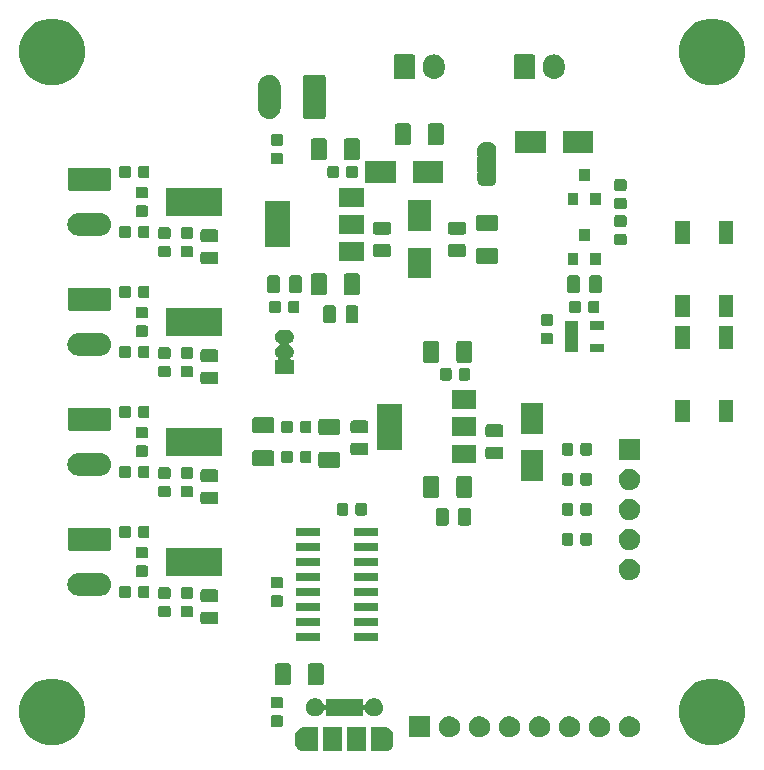
<source format=gbr>
G04 #@! TF.GenerationSoftware,KiCad,Pcbnew,(5.1.5)-3*
G04 #@! TF.CreationDate,2020-02-07T02:29:08+01:00*
G04 #@! TF.ProjectId,T962upgrade,54393632-7570-4677-9261-64652e6b6963,v0.1*
G04 #@! TF.SameCoordinates,Original*
G04 #@! TF.FileFunction,Soldermask,Top*
G04 #@! TF.FilePolarity,Negative*
%FSLAX46Y46*%
G04 Gerber Fmt 4.6, Leading zero omitted, Abs format (unit mm)*
G04 Created by KiCad (PCBNEW (5.1.5)-3) date 2020-02-07 02:29:08*
%MOMM*%
%LPD*%
G04 APERTURE LIST*
%ADD10C,0.100000*%
G04 APERTURE END LIST*
D10*
G36*
X89235862Y-124507398D02*
G01*
X89248114Y-124508000D01*
X90461000Y-124508000D01*
X90461000Y-126510000D01*
X89248114Y-126510000D01*
X89235862Y-126510602D01*
X89210000Y-126513149D01*
X89184138Y-126510602D01*
X89171886Y-126510000D01*
X89098594Y-126510000D01*
X89081836Y-126501043D01*
X89070299Y-126496915D01*
X88985307Y-126471132D01*
X88959664Y-126463354D01*
X88846575Y-126402906D01*
X88747447Y-126321554D01*
X88666094Y-126222424D01*
X88605646Y-126109335D01*
X88569750Y-125991000D01*
X88568420Y-125986617D01*
X88559000Y-125890972D01*
X88559000Y-125127027D01*
X88568420Y-125031382D01*
X88605645Y-124908668D01*
X88666096Y-124795574D01*
X88747447Y-124696446D01*
X88846576Y-124615094D01*
X88959666Y-124554646D01*
X88979132Y-124548741D01*
X89070290Y-124521088D01*
X89092925Y-124511712D01*
X89098481Y-124508000D01*
X89171886Y-124508000D01*
X89184138Y-124507398D01*
X89210000Y-124504851D01*
X89235862Y-124507398D01*
G37*
G36*
X96235862Y-124507398D02*
G01*
X96248114Y-124508000D01*
X96321406Y-124508000D01*
X96338164Y-124516957D01*
X96349707Y-124521087D01*
X96440868Y-124548741D01*
X96460334Y-124554646D01*
X96573424Y-124615094D01*
X96672554Y-124696447D01*
X96753906Y-124795575D01*
X96814354Y-124908664D01*
X96824040Y-124940596D01*
X96851580Y-125031382D01*
X96861000Y-125127027D01*
X96861000Y-125890973D01*
X96851580Y-125986618D01*
X96824040Y-126077404D01*
X96814354Y-126109336D01*
X96753906Y-126222425D01*
X96672554Y-126321554D01*
X96573425Y-126402906D01*
X96460336Y-126463354D01*
X96434693Y-126471132D01*
X96349708Y-126496913D01*
X96327075Y-126506287D01*
X96321518Y-126510000D01*
X96248114Y-126510000D01*
X96235862Y-126510602D01*
X96210000Y-126513149D01*
X96184138Y-126510602D01*
X96171886Y-126510000D01*
X94959000Y-126510000D01*
X94959000Y-124508000D01*
X96171886Y-124508000D01*
X96184138Y-124507398D01*
X96210000Y-124504851D01*
X96235862Y-124507398D01*
G37*
G36*
X92511000Y-126510000D02*
G01*
X90909000Y-126510000D01*
X90909000Y-124508000D01*
X92511000Y-124508000D01*
X92511000Y-126510000D01*
G37*
G36*
X94511000Y-126510000D02*
G01*
X92909000Y-126510000D01*
X92909000Y-124508000D01*
X94511000Y-124508000D01*
X94511000Y-126510000D01*
G37*
G36*
X68762021Y-120496640D02*
G01*
X69271769Y-120707785D01*
X69271771Y-120707786D01*
X69730534Y-121014321D01*
X70120679Y-121404466D01*
X70427214Y-121863229D01*
X70427215Y-121863231D01*
X70638360Y-122372979D01*
X70746000Y-122914124D01*
X70746000Y-123465876D01*
X70638360Y-124007021D01*
X70430847Y-124508000D01*
X70427214Y-124516771D01*
X70120679Y-124975534D01*
X69730534Y-125365679D01*
X69271771Y-125672214D01*
X69271770Y-125672215D01*
X69271769Y-125672215D01*
X68762021Y-125883360D01*
X68220876Y-125991000D01*
X67669124Y-125991000D01*
X67127979Y-125883360D01*
X66618231Y-125672215D01*
X66618230Y-125672215D01*
X66618229Y-125672214D01*
X66159466Y-125365679D01*
X65769321Y-124975534D01*
X65462786Y-124516771D01*
X65459153Y-124508000D01*
X65251640Y-124007021D01*
X65144000Y-123465876D01*
X65144000Y-122914124D01*
X65251640Y-122372979D01*
X65462785Y-121863231D01*
X65462786Y-121863229D01*
X65769321Y-121404466D01*
X66159466Y-121014321D01*
X66618229Y-120707786D01*
X66618231Y-120707785D01*
X67127979Y-120496640D01*
X67669124Y-120389000D01*
X68220876Y-120389000D01*
X68762021Y-120496640D01*
G37*
G36*
X124642021Y-120496640D02*
G01*
X125151769Y-120707785D01*
X125151771Y-120707786D01*
X125610534Y-121014321D01*
X126000679Y-121404466D01*
X126307214Y-121863229D01*
X126307215Y-121863231D01*
X126518360Y-122372979D01*
X126626000Y-122914124D01*
X126626000Y-123465876D01*
X126518360Y-124007021D01*
X126310847Y-124508000D01*
X126307214Y-124516771D01*
X126000679Y-124975534D01*
X125610534Y-125365679D01*
X125151771Y-125672214D01*
X125151770Y-125672215D01*
X125151769Y-125672215D01*
X124642021Y-125883360D01*
X124100876Y-125991000D01*
X123549124Y-125991000D01*
X123007979Y-125883360D01*
X122498231Y-125672215D01*
X122498230Y-125672215D01*
X122498229Y-125672214D01*
X122039466Y-125365679D01*
X121649321Y-124975534D01*
X121342786Y-124516771D01*
X121339153Y-124508000D01*
X121131640Y-124007021D01*
X121024000Y-123465876D01*
X121024000Y-122914124D01*
X121131640Y-122372979D01*
X121342785Y-121863231D01*
X121342786Y-121863229D01*
X121649321Y-121404466D01*
X122039466Y-121014321D01*
X122498229Y-120707786D01*
X122498231Y-120707785D01*
X123007979Y-120496640D01*
X123549124Y-120389000D01*
X124100876Y-120389000D01*
X124642021Y-120496640D01*
G37*
G36*
X109333512Y-123563927D02*
G01*
X109482812Y-123593624D01*
X109646784Y-123661544D01*
X109794354Y-123760147D01*
X109919853Y-123885646D01*
X110018456Y-124033216D01*
X110086376Y-124197188D01*
X110109853Y-124315220D01*
X110121000Y-124371258D01*
X110121000Y-124548742D01*
X110116073Y-124573512D01*
X110086376Y-124722812D01*
X110018456Y-124886784D01*
X109919853Y-125034354D01*
X109794354Y-125159853D01*
X109646784Y-125258456D01*
X109482812Y-125326376D01*
X109333512Y-125356073D01*
X109308742Y-125361000D01*
X109131258Y-125361000D01*
X109106488Y-125356073D01*
X108957188Y-125326376D01*
X108793216Y-125258456D01*
X108645646Y-125159853D01*
X108520147Y-125034354D01*
X108421544Y-124886784D01*
X108353624Y-124722812D01*
X108323927Y-124573512D01*
X108319000Y-124548742D01*
X108319000Y-124371258D01*
X108330147Y-124315220D01*
X108353624Y-124197188D01*
X108421544Y-124033216D01*
X108520147Y-123885646D01*
X108645646Y-123760147D01*
X108793216Y-123661544D01*
X108957188Y-123593624D01*
X109106488Y-123563927D01*
X109131258Y-123559000D01*
X109308742Y-123559000D01*
X109333512Y-123563927D01*
G37*
G36*
X114413512Y-123563927D02*
G01*
X114562812Y-123593624D01*
X114726784Y-123661544D01*
X114874354Y-123760147D01*
X114999853Y-123885646D01*
X115098456Y-124033216D01*
X115166376Y-124197188D01*
X115189853Y-124315220D01*
X115201000Y-124371258D01*
X115201000Y-124548742D01*
X115196073Y-124573512D01*
X115166376Y-124722812D01*
X115098456Y-124886784D01*
X114999853Y-125034354D01*
X114874354Y-125159853D01*
X114726784Y-125258456D01*
X114562812Y-125326376D01*
X114413512Y-125356073D01*
X114388742Y-125361000D01*
X114211258Y-125361000D01*
X114186488Y-125356073D01*
X114037188Y-125326376D01*
X113873216Y-125258456D01*
X113725646Y-125159853D01*
X113600147Y-125034354D01*
X113501544Y-124886784D01*
X113433624Y-124722812D01*
X113403927Y-124573512D01*
X113399000Y-124548742D01*
X113399000Y-124371258D01*
X113410147Y-124315220D01*
X113433624Y-124197188D01*
X113501544Y-124033216D01*
X113600147Y-123885646D01*
X113725646Y-123760147D01*
X113873216Y-123661544D01*
X114037188Y-123593624D01*
X114186488Y-123563927D01*
X114211258Y-123559000D01*
X114388742Y-123559000D01*
X114413512Y-123563927D01*
G37*
G36*
X111873512Y-123563927D02*
G01*
X112022812Y-123593624D01*
X112186784Y-123661544D01*
X112334354Y-123760147D01*
X112459853Y-123885646D01*
X112558456Y-124033216D01*
X112626376Y-124197188D01*
X112649853Y-124315220D01*
X112661000Y-124371258D01*
X112661000Y-124548742D01*
X112656073Y-124573512D01*
X112626376Y-124722812D01*
X112558456Y-124886784D01*
X112459853Y-125034354D01*
X112334354Y-125159853D01*
X112186784Y-125258456D01*
X112022812Y-125326376D01*
X111873512Y-125356073D01*
X111848742Y-125361000D01*
X111671258Y-125361000D01*
X111646488Y-125356073D01*
X111497188Y-125326376D01*
X111333216Y-125258456D01*
X111185646Y-125159853D01*
X111060147Y-125034354D01*
X110961544Y-124886784D01*
X110893624Y-124722812D01*
X110863927Y-124573512D01*
X110859000Y-124548742D01*
X110859000Y-124371258D01*
X110870147Y-124315220D01*
X110893624Y-124197188D01*
X110961544Y-124033216D01*
X111060147Y-123885646D01*
X111185646Y-123760147D01*
X111333216Y-123661544D01*
X111497188Y-123593624D01*
X111646488Y-123563927D01*
X111671258Y-123559000D01*
X111848742Y-123559000D01*
X111873512Y-123563927D01*
G37*
G36*
X106793512Y-123563927D02*
G01*
X106942812Y-123593624D01*
X107106784Y-123661544D01*
X107254354Y-123760147D01*
X107379853Y-123885646D01*
X107478456Y-124033216D01*
X107546376Y-124197188D01*
X107569853Y-124315220D01*
X107581000Y-124371258D01*
X107581000Y-124548742D01*
X107576073Y-124573512D01*
X107546376Y-124722812D01*
X107478456Y-124886784D01*
X107379853Y-125034354D01*
X107254354Y-125159853D01*
X107106784Y-125258456D01*
X106942812Y-125326376D01*
X106793512Y-125356073D01*
X106768742Y-125361000D01*
X106591258Y-125361000D01*
X106566488Y-125356073D01*
X106417188Y-125326376D01*
X106253216Y-125258456D01*
X106105646Y-125159853D01*
X105980147Y-125034354D01*
X105881544Y-124886784D01*
X105813624Y-124722812D01*
X105783927Y-124573512D01*
X105779000Y-124548742D01*
X105779000Y-124371258D01*
X105790147Y-124315220D01*
X105813624Y-124197188D01*
X105881544Y-124033216D01*
X105980147Y-123885646D01*
X106105646Y-123760147D01*
X106253216Y-123661544D01*
X106417188Y-123593624D01*
X106566488Y-123563927D01*
X106591258Y-123559000D01*
X106768742Y-123559000D01*
X106793512Y-123563927D01*
G37*
G36*
X104253512Y-123563927D02*
G01*
X104402812Y-123593624D01*
X104566784Y-123661544D01*
X104714354Y-123760147D01*
X104839853Y-123885646D01*
X104938456Y-124033216D01*
X105006376Y-124197188D01*
X105029853Y-124315220D01*
X105041000Y-124371258D01*
X105041000Y-124548742D01*
X105036073Y-124573512D01*
X105006376Y-124722812D01*
X104938456Y-124886784D01*
X104839853Y-125034354D01*
X104714354Y-125159853D01*
X104566784Y-125258456D01*
X104402812Y-125326376D01*
X104253512Y-125356073D01*
X104228742Y-125361000D01*
X104051258Y-125361000D01*
X104026488Y-125356073D01*
X103877188Y-125326376D01*
X103713216Y-125258456D01*
X103565646Y-125159853D01*
X103440147Y-125034354D01*
X103341544Y-124886784D01*
X103273624Y-124722812D01*
X103243927Y-124573512D01*
X103239000Y-124548742D01*
X103239000Y-124371258D01*
X103250147Y-124315220D01*
X103273624Y-124197188D01*
X103341544Y-124033216D01*
X103440147Y-123885646D01*
X103565646Y-123760147D01*
X103713216Y-123661544D01*
X103877188Y-123593624D01*
X104026488Y-123563927D01*
X104051258Y-123559000D01*
X104228742Y-123559000D01*
X104253512Y-123563927D01*
G37*
G36*
X101713512Y-123563927D02*
G01*
X101862812Y-123593624D01*
X102026784Y-123661544D01*
X102174354Y-123760147D01*
X102299853Y-123885646D01*
X102398456Y-124033216D01*
X102466376Y-124197188D01*
X102489853Y-124315220D01*
X102501000Y-124371258D01*
X102501000Y-124548742D01*
X102496073Y-124573512D01*
X102466376Y-124722812D01*
X102398456Y-124886784D01*
X102299853Y-125034354D01*
X102174354Y-125159853D01*
X102026784Y-125258456D01*
X101862812Y-125326376D01*
X101713512Y-125356073D01*
X101688742Y-125361000D01*
X101511258Y-125361000D01*
X101486488Y-125356073D01*
X101337188Y-125326376D01*
X101173216Y-125258456D01*
X101025646Y-125159853D01*
X100900147Y-125034354D01*
X100801544Y-124886784D01*
X100733624Y-124722812D01*
X100703927Y-124573512D01*
X100699000Y-124548742D01*
X100699000Y-124371258D01*
X100710147Y-124315220D01*
X100733624Y-124197188D01*
X100801544Y-124033216D01*
X100900147Y-123885646D01*
X101025646Y-123760147D01*
X101173216Y-123661544D01*
X101337188Y-123593624D01*
X101486488Y-123563927D01*
X101511258Y-123559000D01*
X101688742Y-123559000D01*
X101713512Y-123563927D01*
G37*
G36*
X99961000Y-125361000D02*
G01*
X98159000Y-125361000D01*
X98159000Y-123559000D01*
X99961000Y-123559000D01*
X99961000Y-125361000D01*
G37*
G36*
X116953512Y-123563927D02*
G01*
X117102812Y-123593624D01*
X117266784Y-123661544D01*
X117414354Y-123760147D01*
X117539853Y-123885646D01*
X117638456Y-124033216D01*
X117706376Y-124197188D01*
X117729853Y-124315220D01*
X117741000Y-124371258D01*
X117741000Y-124548742D01*
X117736073Y-124573512D01*
X117706376Y-124722812D01*
X117638456Y-124886784D01*
X117539853Y-125034354D01*
X117414354Y-125159853D01*
X117266784Y-125258456D01*
X117102812Y-125326376D01*
X116953512Y-125356073D01*
X116928742Y-125361000D01*
X116751258Y-125361000D01*
X116726488Y-125356073D01*
X116577188Y-125326376D01*
X116413216Y-125258456D01*
X116265646Y-125159853D01*
X116140147Y-125034354D01*
X116041544Y-124886784D01*
X115973624Y-124722812D01*
X115943927Y-124573512D01*
X115939000Y-124548742D01*
X115939000Y-124371258D01*
X115950147Y-124315220D01*
X115973624Y-124197188D01*
X116041544Y-124033216D01*
X116140147Y-123885646D01*
X116265646Y-123760147D01*
X116413216Y-123661544D01*
X116577188Y-123593624D01*
X116726488Y-123563927D01*
X116751258Y-123559000D01*
X116928742Y-123559000D01*
X116953512Y-123563927D01*
G37*
G36*
X87374591Y-123493085D02*
G01*
X87408569Y-123503393D01*
X87439890Y-123520134D01*
X87467339Y-123542661D01*
X87489866Y-123570110D01*
X87506607Y-123601431D01*
X87516915Y-123635409D01*
X87521000Y-123676890D01*
X87521000Y-124278110D01*
X87516915Y-124319591D01*
X87506607Y-124353569D01*
X87489866Y-124384890D01*
X87467339Y-124412339D01*
X87439890Y-124434866D01*
X87408569Y-124451607D01*
X87374591Y-124461915D01*
X87333110Y-124466000D01*
X86656890Y-124466000D01*
X86615409Y-124461915D01*
X86581431Y-124451607D01*
X86550110Y-124434866D01*
X86522661Y-124412339D01*
X86500134Y-124384890D01*
X86483393Y-124353569D01*
X86473085Y-124319591D01*
X86469000Y-124278110D01*
X86469000Y-123676890D01*
X86473085Y-123635409D01*
X86483393Y-123601431D01*
X86500134Y-123570110D01*
X86522661Y-123542661D01*
X86550110Y-123520134D01*
X86581431Y-123503393D01*
X86615409Y-123493085D01*
X86656890Y-123489000D01*
X87333110Y-123489000D01*
X87374591Y-123493085D01*
G37*
G36*
X90436348Y-122062820D02*
G01*
X90436350Y-122062821D01*
X90436351Y-122062821D01*
X90577574Y-122121317D01*
X90577577Y-122121319D01*
X90704669Y-122206239D01*
X90812761Y-122314331D01*
X90851948Y-122372979D01*
X90897683Y-122441426D01*
X90918304Y-122491210D01*
X90928017Y-122514660D01*
X90939569Y-122536270D01*
X90955114Y-122555212D01*
X90974056Y-122570757D01*
X90995667Y-122582308D01*
X91019116Y-122589421D01*
X91043502Y-122591823D01*
X91067888Y-122589421D01*
X91091337Y-122582308D01*
X91112947Y-122570756D01*
X91131889Y-122555211D01*
X91147434Y-122536269D01*
X91158985Y-122514658D01*
X91166098Y-122491209D01*
X91168500Y-122466824D01*
X91168500Y-122083000D01*
X94251500Y-122083000D01*
X94251500Y-122466824D01*
X94253902Y-122491210D01*
X94261015Y-122514659D01*
X94272566Y-122536270D01*
X94288111Y-122555212D01*
X94307053Y-122570757D01*
X94328664Y-122582308D01*
X94352113Y-122589421D01*
X94376499Y-122591823D01*
X94400885Y-122589421D01*
X94424334Y-122582308D01*
X94445945Y-122570757D01*
X94464887Y-122555212D01*
X94480432Y-122536270D01*
X94491983Y-122514660D01*
X94501696Y-122491210D01*
X94522317Y-122441426D01*
X94568052Y-122372979D01*
X94607239Y-122314331D01*
X94715331Y-122206239D01*
X94842423Y-122121319D01*
X94842426Y-122121317D01*
X94983649Y-122062821D01*
X94983650Y-122062821D01*
X94983652Y-122062820D01*
X95133569Y-122033000D01*
X95286431Y-122033000D01*
X95436348Y-122062820D01*
X95436350Y-122062821D01*
X95436351Y-122062821D01*
X95577574Y-122121317D01*
X95577577Y-122121319D01*
X95704669Y-122206239D01*
X95812761Y-122314331D01*
X95851948Y-122372979D01*
X95897683Y-122441426D01*
X95928017Y-122514660D01*
X95956180Y-122582652D01*
X95986000Y-122732569D01*
X95986000Y-122885431D01*
X95980293Y-122914124D01*
X95956179Y-123035351D01*
X95897683Y-123176574D01*
X95897681Y-123176577D01*
X95812761Y-123303669D01*
X95704669Y-123411761D01*
X95623683Y-123465874D01*
X95577574Y-123496683D01*
X95436351Y-123555179D01*
X95436350Y-123555179D01*
X95436348Y-123555180D01*
X95286431Y-123585000D01*
X95133569Y-123585000D01*
X94983652Y-123555180D01*
X94983650Y-123555179D01*
X94983649Y-123555179D01*
X94842426Y-123496683D01*
X94796317Y-123465874D01*
X94715331Y-123411761D01*
X94607239Y-123303669D01*
X94522319Y-123176577D01*
X94522317Y-123176574D01*
X94491982Y-123103338D01*
X94480431Y-123081730D01*
X94464886Y-123062788D01*
X94445944Y-123047243D01*
X94424333Y-123035692D01*
X94400884Y-123028579D01*
X94376498Y-123026177D01*
X94352112Y-123028579D01*
X94328663Y-123035692D01*
X94307053Y-123047244D01*
X94288111Y-123062789D01*
X94272566Y-123081731D01*
X94261015Y-123103342D01*
X94253902Y-123126791D01*
X94251500Y-123151176D01*
X94251500Y-123535000D01*
X91168500Y-123535000D01*
X91168500Y-123151176D01*
X91166098Y-123126790D01*
X91158985Y-123103341D01*
X91147434Y-123081730D01*
X91131889Y-123062788D01*
X91112947Y-123047243D01*
X91091336Y-123035692D01*
X91067887Y-123028579D01*
X91043501Y-123026177D01*
X91019115Y-123028579D01*
X90995666Y-123035692D01*
X90974055Y-123047243D01*
X90955113Y-123062788D01*
X90939568Y-123081730D01*
X90928018Y-123103338D01*
X90897683Y-123176574D01*
X90897681Y-123176577D01*
X90812761Y-123303669D01*
X90704669Y-123411761D01*
X90623683Y-123465874D01*
X90577574Y-123496683D01*
X90436351Y-123555179D01*
X90436350Y-123555179D01*
X90436348Y-123555180D01*
X90286431Y-123585000D01*
X90133569Y-123585000D01*
X89983652Y-123555180D01*
X89983650Y-123555179D01*
X89983649Y-123555179D01*
X89842426Y-123496683D01*
X89796317Y-123465874D01*
X89715331Y-123411761D01*
X89607239Y-123303669D01*
X89522319Y-123176577D01*
X89522317Y-123176574D01*
X89463821Y-123035351D01*
X89439708Y-122914124D01*
X89434000Y-122885431D01*
X89434000Y-122732569D01*
X89463820Y-122582652D01*
X89491983Y-122514660D01*
X89522317Y-122441426D01*
X89568052Y-122372979D01*
X89607239Y-122314331D01*
X89715331Y-122206239D01*
X89842423Y-122121319D01*
X89842426Y-122121317D01*
X89983649Y-122062821D01*
X89983650Y-122062821D01*
X89983652Y-122062820D01*
X90133569Y-122033000D01*
X90286431Y-122033000D01*
X90436348Y-122062820D01*
G37*
G36*
X87374591Y-121918085D02*
G01*
X87408569Y-121928393D01*
X87439890Y-121945134D01*
X87467339Y-121967661D01*
X87489866Y-121995110D01*
X87506607Y-122026431D01*
X87516915Y-122060409D01*
X87521000Y-122101890D01*
X87521000Y-122703110D01*
X87516915Y-122744591D01*
X87506607Y-122778569D01*
X87489866Y-122809890D01*
X87467339Y-122837339D01*
X87439890Y-122859866D01*
X87408569Y-122876607D01*
X87374591Y-122886915D01*
X87333110Y-122891000D01*
X86656890Y-122891000D01*
X86615409Y-122886915D01*
X86581431Y-122876607D01*
X86550110Y-122859866D01*
X86522661Y-122837339D01*
X86500134Y-122809890D01*
X86483393Y-122778569D01*
X86473085Y-122744591D01*
X86469000Y-122703110D01*
X86469000Y-122101890D01*
X86473085Y-122060409D01*
X86483393Y-122026431D01*
X86500134Y-121995110D01*
X86522661Y-121967661D01*
X86550110Y-121945134D01*
X86581431Y-121928393D01*
X86615409Y-121918085D01*
X86656890Y-121914000D01*
X87333110Y-121914000D01*
X87374591Y-121918085D01*
G37*
G36*
X88018604Y-119093347D02*
G01*
X88055144Y-119104432D01*
X88088821Y-119122433D01*
X88118341Y-119146659D01*
X88142567Y-119176179D01*
X88160568Y-119209856D01*
X88171653Y-119246396D01*
X88176000Y-119290538D01*
X88176000Y-120739462D01*
X88171653Y-120783604D01*
X88160568Y-120820144D01*
X88142567Y-120853821D01*
X88118341Y-120883341D01*
X88088821Y-120907567D01*
X88055144Y-120925568D01*
X88018604Y-120936653D01*
X87974462Y-120941000D01*
X87025538Y-120941000D01*
X86981396Y-120936653D01*
X86944856Y-120925568D01*
X86911179Y-120907567D01*
X86881659Y-120883341D01*
X86857433Y-120853821D01*
X86839432Y-120820144D01*
X86828347Y-120783604D01*
X86824000Y-120739462D01*
X86824000Y-119290538D01*
X86828347Y-119246396D01*
X86839432Y-119209856D01*
X86857433Y-119176179D01*
X86881659Y-119146659D01*
X86911179Y-119122433D01*
X86944856Y-119104432D01*
X86981396Y-119093347D01*
X87025538Y-119089000D01*
X87974462Y-119089000D01*
X88018604Y-119093347D01*
G37*
G36*
X90818604Y-119093347D02*
G01*
X90855144Y-119104432D01*
X90888821Y-119122433D01*
X90918341Y-119146659D01*
X90942567Y-119176179D01*
X90960568Y-119209856D01*
X90971653Y-119246396D01*
X90976000Y-119290538D01*
X90976000Y-120739462D01*
X90971653Y-120783604D01*
X90960568Y-120820144D01*
X90942567Y-120853821D01*
X90918341Y-120883341D01*
X90888821Y-120907567D01*
X90855144Y-120925568D01*
X90818604Y-120936653D01*
X90774462Y-120941000D01*
X89825538Y-120941000D01*
X89781396Y-120936653D01*
X89744856Y-120925568D01*
X89711179Y-120907567D01*
X89681659Y-120883341D01*
X89657433Y-120853821D01*
X89639432Y-120820144D01*
X89628347Y-120783604D01*
X89624000Y-120739462D01*
X89624000Y-119290538D01*
X89628347Y-119246396D01*
X89639432Y-119209856D01*
X89657433Y-119176179D01*
X89681659Y-119146659D01*
X89711179Y-119122433D01*
X89744856Y-119104432D01*
X89781396Y-119093347D01*
X89825538Y-119089000D01*
X90774462Y-119089000D01*
X90818604Y-119093347D01*
G37*
G36*
X90534928Y-116491764D02*
G01*
X90556009Y-116498160D01*
X90575445Y-116508548D01*
X90592476Y-116522524D01*
X90606452Y-116539555D01*
X90616840Y-116558991D01*
X90623236Y-116580072D01*
X90626000Y-116608140D01*
X90626000Y-117071860D01*
X90623236Y-117099928D01*
X90616840Y-117121009D01*
X90606452Y-117140445D01*
X90592476Y-117157476D01*
X90575445Y-117171452D01*
X90556009Y-117181840D01*
X90534928Y-117188236D01*
X90506860Y-117191000D01*
X88693140Y-117191000D01*
X88665072Y-117188236D01*
X88643991Y-117181840D01*
X88624555Y-117171452D01*
X88607524Y-117157476D01*
X88593548Y-117140445D01*
X88583160Y-117121009D01*
X88576764Y-117099928D01*
X88574000Y-117071860D01*
X88574000Y-116608140D01*
X88576764Y-116580072D01*
X88583160Y-116558991D01*
X88593548Y-116539555D01*
X88607524Y-116522524D01*
X88624555Y-116508548D01*
X88643991Y-116498160D01*
X88665072Y-116491764D01*
X88693140Y-116489000D01*
X90506860Y-116489000D01*
X90534928Y-116491764D01*
G37*
G36*
X95484928Y-116491764D02*
G01*
X95506009Y-116498160D01*
X95525445Y-116508548D01*
X95542476Y-116522524D01*
X95556452Y-116539555D01*
X95566840Y-116558991D01*
X95573236Y-116580072D01*
X95576000Y-116608140D01*
X95576000Y-117071860D01*
X95573236Y-117099928D01*
X95566840Y-117121009D01*
X95556452Y-117140445D01*
X95542476Y-117157476D01*
X95525445Y-117171452D01*
X95506009Y-117181840D01*
X95484928Y-117188236D01*
X95456860Y-117191000D01*
X93643140Y-117191000D01*
X93615072Y-117188236D01*
X93593991Y-117181840D01*
X93574555Y-117171452D01*
X93557524Y-117157476D01*
X93543548Y-117140445D01*
X93533160Y-117121009D01*
X93526764Y-117099928D01*
X93524000Y-117071860D01*
X93524000Y-116608140D01*
X93526764Y-116580072D01*
X93533160Y-116558991D01*
X93543548Y-116539555D01*
X93557524Y-116522524D01*
X93574555Y-116508548D01*
X93593991Y-116498160D01*
X93615072Y-116491764D01*
X93643140Y-116489000D01*
X95456860Y-116489000D01*
X95484928Y-116491764D01*
G37*
G36*
X90534928Y-115221764D02*
G01*
X90556009Y-115228160D01*
X90575445Y-115238548D01*
X90592476Y-115252524D01*
X90606452Y-115269555D01*
X90616840Y-115288991D01*
X90623236Y-115310072D01*
X90626000Y-115338140D01*
X90626000Y-115801860D01*
X90623236Y-115829928D01*
X90616840Y-115851009D01*
X90606452Y-115870445D01*
X90592476Y-115887476D01*
X90575445Y-115901452D01*
X90556009Y-115911840D01*
X90534928Y-115918236D01*
X90506860Y-115921000D01*
X88693140Y-115921000D01*
X88665072Y-115918236D01*
X88643991Y-115911840D01*
X88624555Y-115901452D01*
X88607524Y-115887476D01*
X88593548Y-115870445D01*
X88583160Y-115851009D01*
X88576764Y-115829928D01*
X88574000Y-115801860D01*
X88574000Y-115338140D01*
X88576764Y-115310072D01*
X88583160Y-115288991D01*
X88593548Y-115269555D01*
X88607524Y-115252524D01*
X88624555Y-115238548D01*
X88643991Y-115228160D01*
X88665072Y-115221764D01*
X88693140Y-115219000D01*
X90506860Y-115219000D01*
X90534928Y-115221764D01*
G37*
G36*
X95484928Y-115221764D02*
G01*
X95506009Y-115228160D01*
X95525445Y-115238548D01*
X95542476Y-115252524D01*
X95556452Y-115269555D01*
X95566840Y-115288991D01*
X95573236Y-115310072D01*
X95576000Y-115338140D01*
X95576000Y-115801860D01*
X95573236Y-115829928D01*
X95566840Y-115851009D01*
X95556452Y-115870445D01*
X95542476Y-115887476D01*
X95525445Y-115901452D01*
X95506009Y-115911840D01*
X95484928Y-115918236D01*
X95456860Y-115921000D01*
X93643140Y-115921000D01*
X93615072Y-115918236D01*
X93593991Y-115911840D01*
X93574555Y-115901452D01*
X93557524Y-115887476D01*
X93543548Y-115870445D01*
X93533160Y-115851009D01*
X93526764Y-115829928D01*
X93524000Y-115801860D01*
X93524000Y-115338140D01*
X93526764Y-115310072D01*
X93533160Y-115288991D01*
X93543548Y-115269555D01*
X93557524Y-115252524D01*
X93574555Y-115238548D01*
X93593991Y-115228160D01*
X93615072Y-115221764D01*
X93643140Y-115219000D01*
X95456860Y-115219000D01*
X95484928Y-115221764D01*
G37*
G36*
X81864468Y-114703565D02*
G01*
X81903138Y-114715296D01*
X81938777Y-114734346D01*
X81970017Y-114759983D01*
X81995654Y-114791223D01*
X82014704Y-114826862D01*
X82026435Y-114865532D01*
X82031000Y-114911888D01*
X82031000Y-115563112D01*
X82026435Y-115609468D01*
X82014704Y-115648138D01*
X81995654Y-115683777D01*
X81970017Y-115715017D01*
X81938777Y-115740654D01*
X81903138Y-115759704D01*
X81864468Y-115771435D01*
X81818112Y-115776000D01*
X80741888Y-115776000D01*
X80695532Y-115771435D01*
X80656862Y-115759704D01*
X80621223Y-115740654D01*
X80589983Y-115715017D01*
X80564346Y-115683777D01*
X80545296Y-115648138D01*
X80533565Y-115609468D01*
X80529000Y-115563112D01*
X80529000Y-114911888D01*
X80533565Y-114865532D01*
X80545296Y-114826862D01*
X80564346Y-114791223D01*
X80589983Y-114759983D01*
X80621223Y-114734346D01*
X80656862Y-114715296D01*
X80695532Y-114703565D01*
X80741888Y-114699000D01*
X81818112Y-114699000D01*
X81864468Y-114703565D01*
G37*
G36*
X77849591Y-114222085D02*
G01*
X77883569Y-114232393D01*
X77914890Y-114249134D01*
X77942339Y-114271661D01*
X77964866Y-114299110D01*
X77981607Y-114330431D01*
X77991915Y-114364409D01*
X77996000Y-114405890D01*
X77996000Y-115007110D01*
X77991915Y-115048591D01*
X77981607Y-115082569D01*
X77964866Y-115113890D01*
X77942339Y-115141339D01*
X77914890Y-115163866D01*
X77883569Y-115180607D01*
X77849591Y-115190915D01*
X77808110Y-115195000D01*
X77131890Y-115195000D01*
X77090409Y-115190915D01*
X77056431Y-115180607D01*
X77025110Y-115163866D01*
X76997661Y-115141339D01*
X76975134Y-115113890D01*
X76958393Y-115082569D01*
X76948085Y-115048591D01*
X76944000Y-115007110D01*
X76944000Y-114405890D01*
X76948085Y-114364409D01*
X76958393Y-114330431D01*
X76975134Y-114299110D01*
X76997661Y-114271661D01*
X77025110Y-114249134D01*
X77056431Y-114232393D01*
X77090409Y-114222085D01*
X77131890Y-114218000D01*
X77808110Y-114218000D01*
X77849591Y-114222085D01*
G37*
G36*
X79754591Y-114222085D02*
G01*
X79788569Y-114232393D01*
X79819890Y-114249134D01*
X79847339Y-114271661D01*
X79869866Y-114299110D01*
X79886607Y-114330431D01*
X79896915Y-114364409D01*
X79901000Y-114405890D01*
X79901000Y-115007110D01*
X79896915Y-115048591D01*
X79886607Y-115082569D01*
X79869866Y-115113890D01*
X79847339Y-115141339D01*
X79819890Y-115163866D01*
X79788569Y-115180607D01*
X79754591Y-115190915D01*
X79713110Y-115195000D01*
X79036890Y-115195000D01*
X78995409Y-115190915D01*
X78961431Y-115180607D01*
X78930110Y-115163866D01*
X78902661Y-115141339D01*
X78880134Y-115113890D01*
X78863393Y-115082569D01*
X78853085Y-115048591D01*
X78849000Y-115007110D01*
X78849000Y-114405890D01*
X78853085Y-114364409D01*
X78863393Y-114330431D01*
X78880134Y-114299110D01*
X78902661Y-114271661D01*
X78930110Y-114249134D01*
X78961431Y-114232393D01*
X78995409Y-114222085D01*
X79036890Y-114218000D01*
X79713110Y-114218000D01*
X79754591Y-114222085D01*
G37*
G36*
X90534928Y-113951764D02*
G01*
X90556009Y-113958160D01*
X90575445Y-113968548D01*
X90592476Y-113982524D01*
X90606452Y-113999555D01*
X90616840Y-114018991D01*
X90623236Y-114040072D01*
X90626000Y-114068140D01*
X90626000Y-114531860D01*
X90623236Y-114559928D01*
X90616840Y-114581009D01*
X90606452Y-114600445D01*
X90592476Y-114617476D01*
X90575445Y-114631452D01*
X90556009Y-114641840D01*
X90534928Y-114648236D01*
X90506860Y-114651000D01*
X88693140Y-114651000D01*
X88665072Y-114648236D01*
X88643991Y-114641840D01*
X88624555Y-114631452D01*
X88607524Y-114617476D01*
X88593548Y-114600445D01*
X88583160Y-114581009D01*
X88576764Y-114559928D01*
X88574000Y-114531860D01*
X88574000Y-114068140D01*
X88576764Y-114040072D01*
X88583160Y-114018991D01*
X88593548Y-113999555D01*
X88607524Y-113982524D01*
X88624555Y-113968548D01*
X88643991Y-113958160D01*
X88665072Y-113951764D01*
X88693140Y-113949000D01*
X90506860Y-113949000D01*
X90534928Y-113951764D01*
G37*
G36*
X95484928Y-113951764D02*
G01*
X95506009Y-113958160D01*
X95525445Y-113968548D01*
X95542476Y-113982524D01*
X95556452Y-113999555D01*
X95566840Y-114018991D01*
X95573236Y-114040072D01*
X95576000Y-114068140D01*
X95576000Y-114531860D01*
X95573236Y-114559928D01*
X95566840Y-114581009D01*
X95556452Y-114600445D01*
X95542476Y-114617476D01*
X95525445Y-114631452D01*
X95506009Y-114641840D01*
X95484928Y-114648236D01*
X95456860Y-114651000D01*
X93643140Y-114651000D01*
X93615072Y-114648236D01*
X93593991Y-114641840D01*
X93574555Y-114631452D01*
X93557524Y-114617476D01*
X93543548Y-114600445D01*
X93533160Y-114581009D01*
X93526764Y-114559928D01*
X93524000Y-114531860D01*
X93524000Y-114068140D01*
X93526764Y-114040072D01*
X93533160Y-114018991D01*
X93543548Y-113999555D01*
X93557524Y-113982524D01*
X93574555Y-113968548D01*
X93593991Y-113958160D01*
X93615072Y-113951764D01*
X93643140Y-113949000D01*
X95456860Y-113949000D01*
X95484928Y-113951764D01*
G37*
G36*
X87374591Y-113333085D02*
G01*
X87408569Y-113343393D01*
X87439890Y-113360134D01*
X87467339Y-113382661D01*
X87489866Y-113410110D01*
X87506607Y-113441431D01*
X87516915Y-113475409D01*
X87521000Y-113516890D01*
X87521000Y-114118110D01*
X87516915Y-114159591D01*
X87506607Y-114193569D01*
X87489866Y-114224890D01*
X87467339Y-114252339D01*
X87439890Y-114274866D01*
X87408569Y-114291607D01*
X87374591Y-114301915D01*
X87333110Y-114306000D01*
X86656890Y-114306000D01*
X86615409Y-114301915D01*
X86581431Y-114291607D01*
X86550110Y-114274866D01*
X86522661Y-114252339D01*
X86500134Y-114224890D01*
X86483393Y-114193569D01*
X86473085Y-114159591D01*
X86469000Y-114118110D01*
X86469000Y-113516890D01*
X86473085Y-113475409D01*
X86483393Y-113441431D01*
X86500134Y-113410110D01*
X86522661Y-113382661D01*
X86550110Y-113360134D01*
X86581431Y-113343393D01*
X86615409Y-113333085D01*
X86656890Y-113329000D01*
X87333110Y-113329000D01*
X87374591Y-113333085D01*
G37*
G36*
X81864468Y-112828565D02*
G01*
X81903138Y-112840296D01*
X81938777Y-112859346D01*
X81970017Y-112884983D01*
X81995654Y-112916223D01*
X82014704Y-112951862D01*
X82026435Y-112990532D01*
X82031000Y-113036888D01*
X82031000Y-113688112D01*
X82026435Y-113734468D01*
X82014704Y-113773138D01*
X81995654Y-113808777D01*
X81970017Y-113840017D01*
X81938777Y-113865654D01*
X81903138Y-113884704D01*
X81864468Y-113896435D01*
X81818112Y-113901000D01*
X80741888Y-113901000D01*
X80695532Y-113896435D01*
X80656862Y-113884704D01*
X80621223Y-113865654D01*
X80589983Y-113840017D01*
X80564346Y-113808777D01*
X80545296Y-113773138D01*
X80533565Y-113734468D01*
X80529000Y-113688112D01*
X80529000Y-113036888D01*
X80533565Y-112990532D01*
X80545296Y-112951862D01*
X80564346Y-112916223D01*
X80589983Y-112884983D01*
X80621223Y-112859346D01*
X80656862Y-112840296D01*
X80695532Y-112828565D01*
X80741888Y-112824000D01*
X81818112Y-112824000D01*
X81864468Y-112828565D01*
G37*
G36*
X77849591Y-112647085D02*
G01*
X77883569Y-112657393D01*
X77914890Y-112674134D01*
X77942339Y-112696661D01*
X77964866Y-112724110D01*
X77981607Y-112755431D01*
X77991915Y-112789409D01*
X77996000Y-112830890D01*
X77996000Y-113432110D01*
X77991915Y-113473591D01*
X77981607Y-113507569D01*
X77964866Y-113538890D01*
X77942339Y-113566339D01*
X77914890Y-113588866D01*
X77883569Y-113605607D01*
X77849591Y-113615915D01*
X77808110Y-113620000D01*
X77131890Y-113620000D01*
X77090409Y-113615915D01*
X77056431Y-113605607D01*
X77025110Y-113588866D01*
X76997661Y-113566339D01*
X76975134Y-113538890D01*
X76958393Y-113507569D01*
X76948085Y-113473591D01*
X76944000Y-113432110D01*
X76944000Y-112830890D01*
X76948085Y-112789409D01*
X76958393Y-112755431D01*
X76975134Y-112724110D01*
X76997661Y-112696661D01*
X77025110Y-112674134D01*
X77056431Y-112657393D01*
X77090409Y-112647085D01*
X77131890Y-112643000D01*
X77808110Y-112643000D01*
X77849591Y-112647085D01*
G37*
G36*
X79754591Y-112647085D02*
G01*
X79788569Y-112657393D01*
X79819890Y-112674134D01*
X79847339Y-112696661D01*
X79869866Y-112724110D01*
X79886607Y-112755431D01*
X79896915Y-112789409D01*
X79901000Y-112830890D01*
X79901000Y-113432110D01*
X79896915Y-113473591D01*
X79886607Y-113507569D01*
X79869866Y-113538890D01*
X79847339Y-113566339D01*
X79819890Y-113588866D01*
X79788569Y-113605607D01*
X79754591Y-113615915D01*
X79713110Y-113620000D01*
X79036890Y-113620000D01*
X78995409Y-113615915D01*
X78961431Y-113605607D01*
X78930110Y-113588866D01*
X78902661Y-113566339D01*
X78880134Y-113538890D01*
X78863393Y-113507569D01*
X78853085Y-113473591D01*
X78849000Y-113432110D01*
X78849000Y-112830890D01*
X78853085Y-112789409D01*
X78863393Y-112755431D01*
X78880134Y-112724110D01*
X78902661Y-112696661D01*
X78930110Y-112674134D01*
X78961431Y-112657393D01*
X78995409Y-112647085D01*
X79036890Y-112643000D01*
X79713110Y-112643000D01*
X79754591Y-112647085D01*
G37*
G36*
X76059591Y-112508085D02*
G01*
X76093569Y-112518393D01*
X76124890Y-112535134D01*
X76152339Y-112557661D01*
X76174866Y-112585110D01*
X76191607Y-112616431D01*
X76201915Y-112650409D01*
X76206000Y-112691890D01*
X76206000Y-113368110D01*
X76201915Y-113409591D01*
X76191607Y-113443569D01*
X76174866Y-113474890D01*
X76152339Y-113502339D01*
X76124890Y-113524866D01*
X76093569Y-113541607D01*
X76059591Y-113551915D01*
X76018110Y-113556000D01*
X75416890Y-113556000D01*
X75375409Y-113551915D01*
X75341431Y-113541607D01*
X75310110Y-113524866D01*
X75282661Y-113502339D01*
X75260134Y-113474890D01*
X75243393Y-113443569D01*
X75233085Y-113409591D01*
X75229000Y-113368110D01*
X75229000Y-112691890D01*
X75233085Y-112650409D01*
X75243393Y-112616431D01*
X75260134Y-112585110D01*
X75282661Y-112557661D01*
X75310110Y-112535134D01*
X75341431Y-112518393D01*
X75375409Y-112508085D01*
X75416890Y-112504000D01*
X76018110Y-112504000D01*
X76059591Y-112508085D01*
G37*
G36*
X74484591Y-112508085D02*
G01*
X74518569Y-112518393D01*
X74549890Y-112535134D01*
X74577339Y-112557661D01*
X74599866Y-112585110D01*
X74616607Y-112616431D01*
X74626915Y-112650409D01*
X74631000Y-112691890D01*
X74631000Y-113368110D01*
X74626915Y-113409591D01*
X74616607Y-113443569D01*
X74599866Y-113474890D01*
X74577339Y-113502339D01*
X74549890Y-113524866D01*
X74518569Y-113541607D01*
X74484591Y-113551915D01*
X74443110Y-113556000D01*
X73841890Y-113556000D01*
X73800409Y-113551915D01*
X73766431Y-113541607D01*
X73735110Y-113524866D01*
X73707661Y-113502339D01*
X73685134Y-113474890D01*
X73668393Y-113443569D01*
X73658085Y-113409591D01*
X73654000Y-113368110D01*
X73654000Y-112691890D01*
X73658085Y-112650409D01*
X73668393Y-112616431D01*
X73685134Y-112585110D01*
X73707661Y-112557661D01*
X73735110Y-112535134D01*
X73766431Y-112518393D01*
X73800409Y-112508085D01*
X73841890Y-112504000D01*
X74443110Y-112504000D01*
X74484591Y-112508085D01*
G37*
G36*
X95484928Y-112681764D02*
G01*
X95506009Y-112688160D01*
X95525445Y-112698548D01*
X95542476Y-112712524D01*
X95556452Y-112729555D01*
X95566840Y-112748991D01*
X95573236Y-112770072D01*
X95576000Y-112798140D01*
X95576000Y-113261860D01*
X95573236Y-113289928D01*
X95566840Y-113311009D01*
X95556452Y-113330445D01*
X95542476Y-113347476D01*
X95525445Y-113361452D01*
X95506009Y-113371840D01*
X95484928Y-113378236D01*
X95456860Y-113381000D01*
X93643140Y-113381000D01*
X93615072Y-113378236D01*
X93593991Y-113371840D01*
X93574555Y-113361452D01*
X93557524Y-113347476D01*
X93543548Y-113330445D01*
X93533160Y-113311009D01*
X93526764Y-113289928D01*
X93524000Y-113261860D01*
X93524000Y-112798140D01*
X93526764Y-112770072D01*
X93533160Y-112748991D01*
X93543548Y-112729555D01*
X93557524Y-112712524D01*
X93574555Y-112698548D01*
X93593991Y-112688160D01*
X93615072Y-112681764D01*
X93643140Y-112679000D01*
X95456860Y-112679000D01*
X95484928Y-112681764D01*
G37*
G36*
X90534928Y-112681764D02*
G01*
X90556009Y-112688160D01*
X90575445Y-112698548D01*
X90592476Y-112712524D01*
X90606452Y-112729555D01*
X90616840Y-112748991D01*
X90623236Y-112770072D01*
X90626000Y-112798140D01*
X90626000Y-113261860D01*
X90623236Y-113289928D01*
X90616840Y-113311009D01*
X90606452Y-113330445D01*
X90592476Y-113347476D01*
X90575445Y-113361452D01*
X90556009Y-113371840D01*
X90534928Y-113378236D01*
X90506860Y-113381000D01*
X88693140Y-113381000D01*
X88665072Y-113378236D01*
X88643991Y-113371840D01*
X88624555Y-113361452D01*
X88607524Y-113347476D01*
X88593548Y-113330445D01*
X88583160Y-113311009D01*
X88576764Y-113289928D01*
X88574000Y-113261860D01*
X88574000Y-112798140D01*
X88576764Y-112770072D01*
X88583160Y-112748991D01*
X88593548Y-112729555D01*
X88607524Y-112712524D01*
X88624555Y-112698548D01*
X88643991Y-112688160D01*
X88665072Y-112681764D01*
X88693140Y-112679000D01*
X90506860Y-112679000D01*
X90534928Y-112681764D01*
G37*
G36*
X72206425Y-111457760D02*
G01*
X72206428Y-111457761D01*
X72206429Y-111457761D01*
X72385693Y-111512140D01*
X72385696Y-111512142D01*
X72385697Y-111512142D01*
X72550903Y-111600446D01*
X72695712Y-111719288D01*
X72814554Y-111864097D01*
X72902858Y-112029303D01*
X72902860Y-112029307D01*
X72927641Y-112111000D01*
X72957240Y-112208575D01*
X72975601Y-112395000D01*
X72957240Y-112581425D01*
X72957239Y-112581428D01*
X72957239Y-112581429D01*
X72902860Y-112760693D01*
X72902858Y-112760696D01*
X72902858Y-112760697D01*
X72814554Y-112925903D01*
X72695712Y-113070712D01*
X72550903Y-113189554D01*
X72415627Y-113261860D01*
X72385693Y-113277860D01*
X72206429Y-113332239D01*
X72206428Y-113332239D01*
X72206425Y-113332240D01*
X72066718Y-113346000D01*
X70173282Y-113346000D01*
X70033575Y-113332240D01*
X70033572Y-113332239D01*
X70033571Y-113332239D01*
X69854307Y-113277860D01*
X69824373Y-113261860D01*
X69689097Y-113189554D01*
X69544288Y-113070712D01*
X69425446Y-112925903D01*
X69337142Y-112760697D01*
X69337142Y-112760696D01*
X69337140Y-112760693D01*
X69282761Y-112581429D01*
X69282761Y-112581428D01*
X69282760Y-112581425D01*
X69264399Y-112395000D01*
X69282760Y-112208575D01*
X69312359Y-112111000D01*
X69337140Y-112029307D01*
X69337142Y-112029303D01*
X69425446Y-111864097D01*
X69544288Y-111719288D01*
X69689097Y-111600446D01*
X69854303Y-111512142D01*
X69854304Y-111512142D01*
X69854307Y-111512140D01*
X70033571Y-111457761D01*
X70033572Y-111457761D01*
X70033575Y-111457760D01*
X70173282Y-111444000D01*
X72066718Y-111444000D01*
X72206425Y-111457760D01*
G37*
G36*
X87374591Y-111758085D02*
G01*
X87408569Y-111768393D01*
X87439890Y-111785134D01*
X87467339Y-111807661D01*
X87489866Y-111835110D01*
X87506607Y-111866431D01*
X87516915Y-111900409D01*
X87521000Y-111941890D01*
X87521000Y-112543110D01*
X87516915Y-112584591D01*
X87506607Y-112618569D01*
X87489866Y-112649890D01*
X87467339Y-112677339D01*
X87439890Y-112699866D01*
X87408569Y-112716607D01*
X87374591Y-112726915D01*
X87333110Y-112731000D01*
X86656890Y-112731000D01*
X86615409Y-112726915D01*
X86581431Y-112716607D01*
X86550110Y-112699866D01*
X86522661Y-112677339D01*
X86500134Y-112649890D01*
X86483393Y-112618569D01*
X86473085Y-112584591D01*
X86469000Y-112543110D01*
X86469000Y-111941890D01*
X86473085Y-111900409D01*
X86483393Y-111866431D01*
X86500134Y-111835110D01*
X86522661Y-111807661D01*
X86550110Y-111785134D01*
X86581431Y-111768393D01*
X86615409Y-111758085D01*
X86656890Y-111754000D01*
X87333110Y-111754000D01*
X87374591Y-111758085D01*
G37*
G36*
X95484928Y-111411764D02*
G01*
X95506009Y-111418160D01*
X95525445Y-111428548D01*
X95542476Y-111442524D01*
X95556452Y-111459555D01*
X95566840Y-111478991D01*
X95573236Y-111500072D01*
X95576000Y-111528140D01*
X95576000Y-111991860D01*
X95573236Y-112019928D01*
X95566840Y-112041009D01*
X95556452Y-112060445D01*
X95542476Y-112077476D01*
X95525445Y-112091452D01*
X95506009Y-112101840D01*
X95484928Y-112108236D01*
X95456860Y-112111000D01*
X93643140Y-112111000D01*
X93615072Y-112108236D01*
X93593991Y-112101840D01*
X93574555Y-112091452D01*
X93557524Y-112077476D01*
X93543548Y-112060445D01*
X93533160Y-112041009D01*
X93526764Y-112019928D01*
X93524000Y-111991860D01*
X93524000Y-111528140D01*
X93526764Y-111500072D01*
X93533160Y-111478991D01*
X93543548Y-111459555D01*
X93557524Y-111442524D01*
X93574555Y-111428548D01*
X93593991Y-111418160D01*
X93615072Y-111411764D01*
X93643140Y-111409000D01*
X95456860Y-111409000D01*
X95484928Y-111411764D01*
G37*
G36*
X90534928Y-111411764D02*
G01*
X90556009Y-111418160D01*
X90575445Y-111428548D01*
X90592476Y-111442524D01*
X90606452Y-111459555D01*
X90616840Y-111478991D01*
X90623236Y-111500072D01*
X90626000Y-111528140D01*
X90626000Y-111991860D01*
X90623236Y-112019928D01*
X90616840Y-112041009D01*
X90606452Y-112060445D01*
X90592476Y-112077476D01*
X90575445Y-112091452D01*
X90556009Y-112101840D01*
X90534928Y-112108236D01*
X90506860Y-112111000D01*
X88693140Y-112111000D01*
X88665072Y-112108236D01*
X88643991Y-112101840D01*
X88624555Y-112091452D01*
X88607524Y-112077476D01*
X88593548Y-112060445D01*
X88583160Y-112041009D01*
X88576764Y-112019928D01*
X88574000Y-111991860D01*
X88574000Y-111528140D01*
X88576764Y-111500072D01*
X88583160Y-111478991D01*
X88593548Y-111459555D01*
X88607524Y-111442524D01*
X88624555Y-111428548D01*
X88643991Y-111418160D01*
X88665072Y-111411764D01*
X88693140Y-111409000D01*
X90506860Y-111409000D01*
X90534928Y-111411764D01*
G37*
G36*
X116953512Y-110228927D02*
G01*
X117102812Y-110258624D01*
X117266784Y-110326544D01*
X117414354Y-110425147D01*
X117539853Y-110550646D01*
X117638456Y-110698216D01*
X117706376Y-110862188D01*
X117729191Y-110976890D01*
X117740402Y-111033250D01*
X117741000Y-111036259D01*
X117741000Y-111213741D01*
X117706376Y-111387812D01*
X117638456Y-111551784D01*
X117539853Y-111699354D01*
X117414354Y-111824853D01*
X117266784Y-111923456D01*
X117102812Y-111991376D01*
X116959268Y-112019928D01*
X116928742Y-112026000D01*
X116751258Y-112026000D01*
X116720732Y-112019928D01*
X116577188Y-111991376D01*
X116413216Y-111923456D01*
X116265646Y-111824853D01*
X116140147Y-111699354D01*
X116041544Y-111551784D01*
X115973624Y-111387812D01*
X115939000Y-111213741D01*
X115939000Y-111036259D01*
X115939599Y-111033250D01*
X115950809Y-110976890D01*
X115973624Y-110862188D01*
X116041544Y-110698216D01*
X116140147Y-110550646D01*
X116265646Y-110425147D01*
X116413216Y-110326544D01*
X116577188Y-110258624D01*
X116726488Y-110228927D01*
X116751258Y-110224000D01*
X116928742Y-110224000D01*
X116953512Y-110228927D01*
G37*
G36*
X75944591Y-110793085D02*
G01*
X75978569Y-110803393D01*
X76009890Y-110820134D01*
X76037339Y-110842661D01*
X76059866Y-110870110D01*
X76076607Y-110901431D01*
X76086915Y-110935409D01*
X76091000Y-110976890D01*
X76091000Y-111578110D01*
X76086915Y-111619591D01*
X76076607Y-111653569D01*
X76059866Y-111684890D01*
X76037339Y-111712339D01*
X76009890Y-111734866D01*
X75978569Y-111751607D01*
X75944591Y-111761915D01*
X75903110Y-111766000D01*
X75226890Y-111766000D01*
X75185409Y-111761915D01*
X75151431Y-111751607D01*
X75120110Y-111734866D01*
X75092661Y-111712339D01*
X75070134Y-111684890D01*
X75053393Y-111653569D01*
X75043085Y-111619591D01*
X75039000Y-111578110D01*
X75039000Y-110976890D01*
X75043085Y-110935409D01*
X75053393Y-110901431D01*
X75070134Y-110870110D01*
X75092661Y-110842661D01*
X75120110Y-110820134D01*
X75151431Y-110803393D01*
X75185409Y-110793085D01*
X75226890Y-110789000D01*
X75903110Y-110789000D01*
X75944591Y-110793085D01*
G37*
G36*
X82376000Y-111691000D02*
G01*
X77644000Y-111691000D01*
X77644000Y-109289000D01*
X82376000Y-109289000D01*
X82376000Y-111691000D01*
G37*
G36*
X90534928Y-110141764D02*
G01*
X90556009Y-110148160D01*
X90575445Y-110158548D01*
X90592476Y-110172524D01*
X90606452Y-110189555D01*
X90616840Y-110208991D01*
X90623236Y-110230072D01*
X90626000Y-110258140D01*
X90626000Y-110721860D01*
X90623236Y-110749928D01*
X90616840Y-110771009D01*
X90606452Y-110790445D01*
X90592476Y-110807476D01*
X90575445Y-110821452D01*
X90556009Y-110831840D01*
X90534928Y-110838236D01*
X90506860Y-110841000D01*
X88693140Y-110841000D01*
X88665072Y-110838236D01*
X88643991Y-110831840D01*
X88624555Y-110821452D01*
X88607524Y-110807476D01*
X88593548Y-110790445D01*
X88583160Y-110771009D01*
X88576764Y-110749928D01*
X88574000Y-110721860D01*
X88574000Y-110258140D01*
X88576764Y-110230072D01*
X88583160Y-110208991D01*
X88593548Y-110189555D01*
X88607524Y-110172524D01*
X88624555Y-110158548D01*
X88643991Y-110148160D01*
X88665072Y-110141764D01*
X88693140Y-110139000D01*
X90506860Y-110139000D01*
X90534928Y-110141764D01*
G37*
G36*
X95484928Y-110141764D02*
G01*
X95506009Y-110148160D01*
X95525445Y-110158548D01*
X95542476Y-110172524D01*
X95556452Y-110189555D01*
X95566840Y-110208991D01*
X95573236Y-110230072D01*
X95576000Y-110258140D01*
X95576000Y-110721860D01*
X95573236Y-110749928D01*
X95566840Y-110771009D01*
X95556452Y-110790445D01*
X95542476Y-110807476D01*
X95525445Y-110821452D01*
X95506009Y-110831840D01*
X95484928Y-110838236D01*
X95456860Y-110841000D01*
X93643140Y-110841000D01*
X93615072Y-110838236D01*
X93593991Y-110831840D01*
X93574555Y-110821452D01*
X93557524Y-110807476D01*
X93543548Y-110790445D01*
X93533160Y-110771009D01*
X93526764Y-110749928D01*
X93524000Y-110721860D01*
X93524000Y-110258140D01*
X93526764Y-110230072D01*
X93533160Y-110208991D01*
X93543548Y-110189555D01*
X93557524Y-110172524D01*
X93574555Y-110158548D01*
X93593991Y-110148160D01*
X93615072Y-110141764D01*
X93643140Y-110139000D01*
X95456860Y-110139000D01*
X95484928Y-110141764D01*
G37*
G36*
X75944591Y-109218085D02*
G01*
X75978569Y-109228393D01*
X76009890Y-109245134D01*
X76037339Y-109267661D01*
X76059866Y-109295110D01*
X76076607Y-109326431D01*
X76086915Y-109360409D01*
X76091000Y-109401890D01*
X76091000Y-110003110D01*
X76086915Y-110044591D01*
X76076607Y-110078569D01*
X76059866Y-110109890D01*
X76037339Y-110137339D01*
X76009890Y-110159866D01*
X75978569Y-110176607D01*
X75944591Y-110186915D01*
X75903110Y-110191000D01*
X75226890Y-110191000D01*
X75185409Y-110186915D01*
X75151431Y-110176607D01*
X75120110Y-110159866D01*
X75092661Y-110137339D01*
X75070134Y-110109890D01*
X75053393Y-110078569D01*
X75043085Y-110044591D01*
X75039000Y-110003110D01*
X75039000Y-109401890D01*
X75043085Y-109360409D01*
X75053393Y-109326431D01*
X75070134Y-109295110D01*
X75092661Y-109267661D01*
X75120110Y-109245134D01*
X75151431Y-109228393D01*
X75185409Y-109218085D01*
X75226890Y-109214000D01*
X75903110Y-109214000D01*
X75944591Y-109218085D01*
G37*
G36*
X95484928Y-108871764D02*
G01*
X95506009Y-108878160D01*
X95525445Y-108888548D01*
X95542476Y-108902524D01*
X95556452Y-108919555D01*
X95566840Y-108938991D01*
X95573236Y-108960072D01*
X95576000Y-108988140D01*
X95576000Y-109451860D01*
X95573236Y-109479928D01*
X95566840Y-109501009D01*
X95556452Y-109520445D01*
X95542476Y-109537476D01*
X95525445Y-109551452D01*
X95506009Y-109561840D01*
X95484928Y-109568236D01*
X95456860Y-109571000D01*
X93643140Y-109571000D01*
X93615072Y-109568236D01*
X93593991Y-109561840D01*
X93574555Y-109551452D01*
X93557524Y-109537476D01*
X93543548Y-109520445D01*
X93533160Y-109501009D01*
X93526764Y-109479928D01*
X93524000Y-109451860D01*
X93524000Y-108988140D01*
X93526764Y-108960072D01*
X93533160Y-108938991D01*
X93543548Y-108919555D01*
X93557524Y-108902524D01*
X93574555Y-108888548D01*
X93593991Y-108878160D01*
X93615072Y-108871764D01*
X93643140Y-108869000D01*
X95456860Y-108869000D01*
X95484928Y-108871764D01*
G37*
G36*
X90534928Y-108871764D02*
G01*
X90556009Y-108878160D01*
X90575445Y-108888548D01*
X90592476Y-108902524D01*
X90606452Y-108919555D01*
X90616840Y-108938991D01*
X90623236Y-108960072D01*
X90626000Y-108988140D01*
X90626000Y-109451860D01*
X90623236Y-109479928D01*
X90616840Y-109501009D01*
X90606452Y-109520445D01*
X90592476Y-109537476D01*
X90575445Y-109551452D01*
X90556009Y-109561840D01*
X90534928Y-109568236D01*
X90506860Y-109571000D01*
X88693140Y-109571000D01*
X88665072Y-109568236D01*
X88643991Y-109561840D01*
X88624555Y-109551452D01*
X88607524Y-109537476D01*
X88593548Y-109520445D01*
X88583160Y-109501009D01*
X88576764Y-109479928D01*
X88574000Y-109451860D01*
X88574000Y-108988140D01*
X88576764Y-108960072D01*
X88583160Y-108938991D01*
X88593548Y-108919555D01*
X88607524Y-108902524D01*
X88624555Y-108888548D01*
X88643991Y-108878160D01*
X88665072Y-108871764D01*
X88693140Y-108869000D01*
X90506860Y-108869000D01*
X90534928Y-108871764D01*
G37*
G36*
X72830915Y-107637934D02*
G01*
X72863424Y-107647795D01*
X72893382Y-107663809D01*
X72919641Y-107685359D01*
X72941191Y-107711618D01*
X72957205Y-107741576D01*
X72967066Y-107774085D01*
X72971000Y-107814029D01*
X72971000Y-109355971D01*
X72967066Y-109395915D01*
X72957205Y-109428424D01*
X72941191Y-109458382D01*
X72919641Y-109484641D01*
X72893382Y-109506191D01*
X72863424Y-109522205D01*
X72830915Y-109532066D01*
X72790971Y-109536000D01*
X69449029Y-109536000D01*
X69409085Y-109532066D01*
X69376576Y-109522205D01*
X69346618Y-109506191D01*
X69320359Y-109484641D01*
X69298809Y-109458382D01*
X69282795Y-109428424D01*
X69272934Y-109395915D01*
X69269000Y-109355971D01*
X69269000Y-107814029D01*
X69272934Y-107774085D01*
X69282795Y-107741576D01*
X69298809Y-107711618D01*
X69320359Y-107685359D01*
X69346618Y-107663809D01*
X69376576Y-107647795D01*
X69409085Y-107637934D01*
X69449029Y-107634000D01*
X72790971Y-107634000D01*
X72830915Y-107637934D01*
G37*
G36*
X116953512Y-107688927D02*
G01*
X117102812Y-107718624D01*
X117266784Y-107786544D01*
X117414354Y-107885147D01*
X117539853Y-108010646D01*
X117638456Y-108158216D01*
X117706376Y-108322188D01*
X117741000Y-108496259D01*
X117741000Y-108673741D01*
X117706376Y-108847812D01*
X117638456Y-109011784D01*
X117539853Y-109159354D01*
X117414354Y-109284853D01*
X117266784Y-109383456D01*
X117102812Y-109451376D01*
X116959268Y-109479928D01*
X116928742Y-109486000D01*
X116751258Y-109486000D01*
X116720732Y-109479928D01*
X116577188Y-109451376D01*
X116413216Y-109383456D01*
X116265646Y-109284853D01*
X116140147Y-109159354D01*
X116041544Y-109011784D01*
X115973624Y-108847812D01*
X115939000Y-108673741D01*
X115939000Y-108496259D01*
X115973624Y-108322188D01*
X116041544Y-108158216D01*
X116140147Y-108010646D01*
X116265646Y-107885147D01*
X116413216Y-107786544D01*
X116577188Y-107718624D01*
X116726488Y-107688927D01*
X116751258Y-107684000D01*
X116928742Y-107684000D01*
X116953512Y-107688927D01*
G37*
G36*
X111949591Y-108063085D02*
G01*
X111983569Y-108073393D01*
X112014890Y-108090134D01*
X112042339Y-108112661D01*
X112064866Y-108140110D01*
X112081607Y-108171431D01*
X112091915Y-108205409D01*
X112096000Y-108246890D01*
X112096000Y-108923110D01*
X112091915Y-108964591D01*
X112081607Y-108998569D01*
X112064866Y-109029890D01*
X112042339Y-109057339D01*
X112014890Y-109079866D01*
X111983569Y-109096607D01*
X111949591Y-109106915D01*
X111908110Y-109111000D01*
X111306890Y-109111000D01*
X111265409Y-109106915D01*
X111231431Y-109096607D01*
X111200110Y-109079866D01*
X111172661Y-109057339D01*
X111150134Y-109029890D01*
X111133393Y-108998569D01*
X111123085Y-108964591D01*
X111119000Y-108923110D01*
X111119000Y-108246890D01*
X111123085Y-108205409D01*
X111133393Y-108171431D01*
X111150134Y-108140110D01*
X111172661Y-108112661D01*
X111200110Y-108090134D01*
X111231431Y-108073393D01*
X111265409Y-108063085D01*
X111306890Y-108059000D01*
X111908110Y-108059000D01*
X111949591Y-108063085D01*
G37*
G36*
X113524591Y-108063085D02*
G01*
X113558569Y-108073393D01*
X113589890Y-108090134D01*
X113617339Y-108112661D01*
X113639866Y-108140110D01*
X113656607Y-108171431D01*
X113666915Y-108205409D01*
X113671000Y-108246890D01*
X113671000Y-108923110D01*
X113666915Y-108964591D01*
X113656607Y-108998569D01*
X113639866Y-109029890D01*
X113617339Y-109057339D01*
X113589890Y-109079866D01*
X113558569Y-109096607D01*
X113524591Y-109106915D01*
X113483110Y-109111000D01*
X112881890Y-109111000D01*
X112840409Y-109106915D01*
X112806431Y-109096607D01*
X112775110Y-109079866D01*
X112747661Y-109057339D01*
X112725134Y-109029890D01*
X112708393Y-108998569D01*
X112698085Y-108964591D01*
X112694000Y-108923110D01*
X112694000Y-108246890D01*
X112698085Y-108205409D01*
X112708393Y-108171431D01*
X112725134Y-108140110D01*
X112747661Y-108112661D01*
X112775110Y-108090134D01*
X112806431Y-108073393D01*
X112840409Y-108063085D01*
X112881890Y-108059000D01*
X113483110Y-108059000D01*
X113524591Y-108063085D01*
G37*
G36*
X74484591Y-107428085D02*
G01*
X74518569Y-107438393D01*
X74549890Y-107455134D01*
X74577339Y-107477661D01*
X74599866Y-107505110D01*
X74616607Y-107536431D01*
X74626915Y-107570409D01*
X74631000Y-107611890D01*
X74631000Y-108288110D01*
X74626915Y-108329591D01*
X74616607Y-108363569D01*
X74599866Y-108394890D01*
X74577339Y-108422339D01*
X74549890Y-108444866D01*
X74518569Y-108461607D01*
X74484591Y-108471915D01*
X74443110Y-108476000D01*
X73841890Y-108476000D01*
X73800409Y-108471915D01*
X73766431Y-108461607D01*
X73735110Y-108444866D01*
X73707661Y-108422339D01*
X73685134Y-108394890D01*
X73668393Y-108363569D01*
X73658085Y-108329591D01*
X73654000Y-108288110D01*
X73654000Y-107611890D01*
X73658085Y-107570409D01*
X73668393Y-107536431D01*
X73685134Y-107505110D01*
X73707661Y-107477661D01*
X73735110Y-107455134D01*
X73766431Y-107438393D01*
X73800409Y-107428085D01*
X73841890Y-107424000D01*
X74443110Y-107424000D01*
X74484591Y-107428085D01*
G37*
G36*
X76059591Y-107428085D02*
G01*
X76093569Y-107438393D01*
X76124890Y-107455134D01*
X76152339Y-107477661D01*
X76174866Y-107505110D01*
X76191607Y-107536431D01*
X76201915Y-107570409D01*
X76206000Y-107611890D01*
X76206000Y-108288110D01*
X76201915Y-108329591D01*
X76191607Y-108363569D01*
X76174866Y-108394890D01*
X76152339Y-108422339D01*
X76124890Y-108444866D01*
X76093569Y-108461607D01*
X76059591Y-108471915D01*
X76018110Y-108476000D01*
X75416890Y-108476000D01*
X75375409Y-108471915D01*
X75341431Y-108461607D01*
X75310110Y-108444866D01*
X75282661Y-108422339D01*
X75260134Y-108394890D01*
X75243393Y-108363569D01*
X75233085Y-108329591D01*
X75229000Y-108288110D01*
X75229000Y-107611890D01*
X75233085Y-107570409D01*
X75243393Y-107536431D01*
X75260134Y-107505110D01*
X75282661Y-107477661D01*
X75310110Y-107455134D01*
X75341431Y-107438393D01*
X75375409Y-107428085D01*
X75416890Y-107424000D01*
X76018110Y-107424000D01*
X76059591Y-107428085D01*
G37*
G36*
X95484928Y-107601764D02*
G01*
X95506009Y-107608160D01*
X95525445Y-107618548D01*
X95542476Y-107632524D01*
X95556452Y-107649555D01*
X95566840Y-107668991D01*
X95573236Y-107690072D01*
X95576000Y-107718140D01*
X95576000Y-108181860D01*
X95573236Y-108209928D01*
X95566840Y-108231009D01*
X95556452Y-108250445D01*
X95542476Y-108267476D01*
X95525445Y-108281452D01*
X95506009Y-108291840D01*
X95484928Y-108298236D01*
X95456860Y-108301000D01*
X93643140Y-108301000D01*
X93615072Y-108298236D01*
X93593991Y-108291840D01*
X93574555Y-108281452D01*
X93557524Y-108267476D01*
X93543548Y-108250445D01*
X93533160Y-108231009D01*
X93526764Y-108209928D01*
X93524000Y-108181860D01*
X93524000Y-107718140D01*
X93526764Y-107690072D01*
X93533160Y-107668991D01*
X93543548Y-107649555D01*
X93557524Y-107632524D01*
X93574555Y-107618548D01*
X93593991Y-107608160D01*
X93615072Y-107601764D01*
X93643140Y-107599000D01*
X95456860Y-107599000D01*
X95484928Y-107601764D01*
G37*
G36*
X90534928Y-107601764D02*
G01*
X90556009Y-107608160D01*
X90575445Y-107618548D01*
X90592476Y-107632524D01*
X90606452Y-107649555D01*
X90616840Y-107668991D01*
X90623236Y-107690072D01*
X90626000Y-107718140D01*
X90626000Y-108181860D01*
X90623236Y-108209928D01*
X90616840Y-108231009D01*
X90606452Y-108250445D01*
X90592476Y-108267476D01*
X90575445Y-108281452D01*
X90556009Y-108291840D01*
X90534928Y-108298236D01*
X90506860Y-108301000D01*
X88693140Y-108301000D01*
X88665072Y-108298236D01*
X88643991Y-108291840D01*
X88624555Y-108281452D01*
X88607524Y-108267476D01*
X88593548Y-108250445D01*
X88583160Y-108231009D01*
X88576764Y-108209928D01*
X88574000Y-108181860D01*
X88574000Y-107718140D01*
X88576764Y-107690072D01*
X88583160Y-107668991D01*
X88593548Y-107649555D01*
X88607524Y-107632524D01*
X88624555Y-107618548D01*
X88643991Y-107608160D01*
X88665072Y-107601764D01*
X88693140Y-107599000D01*
X90506860Y-107599000D01*
X90534928Y-107601764D01*
G37*
G36*
X101366968Y-105933565D02*
G01*
X101405638Y-105945296D01*
X101441277Y-105964346D01*
X101472517Y-105989983D01*
X101498154Y-106021223D01*
X101517204Y-106056862D01*
X101528935Y-106095532D01*
X101533500Y-106141888D01*
X101533500Y-107218112D01*
X101528935Y-107264468D01*
X101517204Y-107303138D01*
X101498154Y-107338777D01*
X101472517Y-107370017D01*
X101441277Y-107395654D01*
X101405638Y-107414704D01*
X101366968Y-107426435D01*
X101320612Y-107431000D01*
X100669388Y-107431000D01*
X100623032Y-107426435D01*
X100584362Y-107414704D01*
X100548723Y-107395654D01*
X100517483Y-107370017D01*
X100491846Y-107338777D01*
X100472796Y-107303138D01*
X100461065Y-107264468D01*
X100456500Y-107218112D01*
X100456500Y-106141888D01*
X100461065Y-106095532D01*
X100472796Y-106056862D01*
X100491846Y-106021223D01*
X100517483Y-105989983D01*
X100548723Y-105964346D01*
X100584362Y-105945296D01*
X100623032Y-105933565D01*
X100669388Y-105929000D01*
X101320612Y-105929000D01*
X101366968Y-105933565D01*
G37*
G36*
X103241968Y-105933565D02*
G01*
X103280638Y-105945296D01*
X103316277Y-105964346D01*
X103347517Y-105989983D01*
X103373154Y-106021223D01*
X103392204Y-106056862D01*
X103403935Y-106095532D01*
X103408500Y-106141888D01*
X103408500Y-107218112D01*
X103403935Y-107264468D01*
X103392204Y-107303138D01*
X103373154Y-107338777D01*
X103347517Y-107370017D01*
X103316277Y-107395654D01*
X103280638Y-107414704D01*
X103241968Y-107426435D01*
X103195612Y-107431000D01*
X102544388Y-107431000D01*
X102498032Y-107426435D01*
X102459362Y-107414704D01*
X102423723Y-107395654D01*
X102392483Y-107370017D01*
X102366846Y-107338777D01*
X102347796Y-107303138D01*
X102336065Y-107264468D01*
X102331500Y-107218112D01*
X102331500Y-106141888D01*
X102336065Y-106095532D01*
X102347796Y-106056862D01*
X102366846Y-106021223D01*
X102392483Y-105989983D01*
X102423723Y-105964346D01*
X102459362Y-105945296D01*
X102498032Y-105933565D01*
X102544388Y-105929000D01*
X103195612Y-105929000D01*
X103241968Y-105933565D01*
G37*
G36*
X116953512Y-105148927D02*
G01*
X117102812Y-105178624D01*
X117266784Y-105246544D01*
X117414354Y-105345147D01*
X117539853Y-105470646D01*
X117638456Y-105618216D01*
X117706376Y-105782188D01*
X117741000Y-105956259D01*
X117741000Y-106133741D01*
X117706376Y-106307812D01*
X117638456Y-106471784D01*
X117539853Y-106619354D01*
X117414354Y-106744853D01*
X117266784Y-106843456D01*
X117102812Y-106911376D01*
X116953512Y-106941073D01*
X116928742Y-106946000D01*
X116751258Y-106946000D01*
X116726488Y-106941073D01*
X116577188Y-106911376D01*
X116413216Y-106843456D01*
X116265646Y-106744853D01*
X116140147Y-106619354D01*
X116041544Y-106471784D01*
X115973624Y-106307812D01*
X115939000Y-106133741D01*
X115939000Y-105956259D01*
X115973624Y-105782188D01*
X116041544Y-105618216D01*
X116140147Y-105470646D01*
X116265646Y-105345147D01*
X116413216Y-105246544D01*
X116577188Y-105178624D01*
X116726488Y-105148927D01*
X116751258Y-105144000D01*
X116928742Y-105144000D01*
X116953512Y-105148927D01*
G37*
G36*
X111949591Y-105523085D02*
G01*
X111983569Y-105533393D01*
X112014890Y-105550134D01*
X112042339Y-105572661D01*
X112064866Y-105600110D01*
X112081607Y-105631431D01*
X112091915Y-105665409D01*
X112096000Y-105706890D01*
X112096000Y-106383110D01*
X112091915Y-106424591D01*
X112081607Y-106458569D01*
X112064866Y-106489890D01*
X112042339Y-106517339D01*
X112014890Y-106539866D01*
X111983569Y-106556607D01*
X111949591Y-106566915D01*
X111908110Y-106571000D01*
X111306890Y-106571000D01*
X111265409Y-106566915D01*
X111231431Y-106556607D01*
X111200110Y-106539866D01*
X111172661Y-106517339D01*
X111150134Y-106489890D01*
X111133393Y-106458569D01*
X111123085Y-106424591D01*
X111119000Y-106383110D01*
X111119000Y-105706890D01*
X111123085Y-105665409D01*
X111133393Y-105631431D01*
X111150134Y-105600110D01*
X111172661Y-105572661D01*
X111200110Y-105550134D01*
X111231431Y-105533393D01*
X111265409Y-105523085D01*
X111306890Y-105519000D01*
X111908110Y-105519000D01*
X111949591Y-105523085D01*
G37*
G36*
X92899591Y-105523085D02*
G01*
X92933569Y-105533393D01*
X92964890Y-105550134D01*
X92992339Y-105572661D01*
X93014866Y-105600110D01*
X93031607Y-105631431D01*
X93041915Y-105665409D01*
X93046000Y-105706890D01*
X93046000Y-106383110D01*
X93041915Y-106424591D01*
X93031607Y-106458569D01*
X93014866Y-106489890D01*
X92992339Y-106517339D01*
X92964890Y-106539866D01*
X92933569Y-106556607D01*
X92899591Y-106566915D01*
X92858110Y-106571000D01*
X92256890Y-106571000D01*
X92215409Y-106566915D01*
X92181431Y-106556607D01*
X92150110Y-106539866D01*
X92122661Y-106517339D01*
X92100134Y-106489890D01*
X92083393Y-106458569D01*
X92073085Y-106424591D01*
X92069000Y-106383110D01*
X92069000Y-105706890D01*
X92073085Y-105665409D01*
X92083393Y-105631431D01*
X92100134Y-105600110D01*
X92122661Y-105572661D01*
X92150110Y-105550134D01*
X92181431Y-105533393D01*
X92215409Y-105523085D01*
X92256890Y-105519000D01*
X92858110Y-105519000D01*
X92899591Y-105523085D01*
G37*
G36*
X94474591Y-105523085D02*
G01*
X94508569Y-105533393D01*
X94539890Y-105550134D01*
X94567339Y-105572661D01*
X94589866Y-105600110D01*
X94606607Y-105631431D01*
X94616915Y-105665409D01*
X94621000Y-105706890D01*
X94621000Y-106383110D01*
X94616915Y-106424591D01*
X94606607Y-106458569D01*
X94589866Y-106489890D01*
X94567339Y-106517339D01*
X94539890Y-106539866D01*
X94508569Y-106556607D01*
X94474591Y-106566915D01*
X94433110Y-106571000D01*
X93831890Y-106571000D01*
X93790409Y-106566915D01*
X93756431Y-106556607D01*
X93725110Y-106539866D01*
X93697661Y-106517339D01*
X93675134Y-106489890D01*
X93658393Y-106458569D01*
X93648085Y-106424591D01*
X93644000Y-106383110D01*
X93644000Y-105706890D01*
X93648085Y-105665409D01*
X93658393Y-105631431D01*
X93675134Y-105600110D01*
X93697661Y-105572661D01*
X93725110Y-105550134D01*
X93756431Y-105533393D01*
X93790409Y-105523085D01*
X93831890Y-105519000D01*
X94433110Y-105519000D01*
X94474591Y-105523085D01*
G37*
G36*
X113524591Y-105523085D02*
G01*
X113558569Y-105533393D01*
X113589890Y-105550134D01*
X113617339Y-105572661D01*
X113639866Y-105600110D01*
X113656607Y-105631431D01*
X113666915Y-105665409D01*
X113671000Y-105706890D01*
X113671000Y-106383110D01*
X113666915Y-106424591D01*
X113656607Y-106458569D01*
X113639866Y-106489890D01*
X113617339Y-106517339D01*
X113589890Y-106539866D01*
X113558569Y-106556607D01*
X113524591Y-106566915D01*
X113483110Y-106571000D01*
X112881890Y-106571000D01*
X112840409Y-106566915D01*
X112806431Y-106556607D01*
X112775110Y-106539866D01*
X112747661Y-106517339D01*
X112725134Y-106489890D01*
X112708393Y-106458569D01*
X112698085Y-106424591D01*
X112694000Y-106383110D01*
X112694000Y-105706890D01*
X112698085Y-105665409D01*
X112708393Y-105631431D01*
X112725134Y-105600110D01*
X112747661Y-105572661D01*
X112775110Y-105550134D01*
X112806431Y-105533393D01*
X112840409Y-105523085D01*
X112881890Y-105519000D01*
X113483110Y-105519000D01*
X113524591Y-105523085D01*
G37*
G36*
X81864468Y-104543565D02*
G01*
X81903138Y-104555296D01*
X81938777Y-104574346D01*
X81970017Y-104599983D01*
X81995654Y-104631223D01*
X82014704Y-104666862D01*
X82026435Y-104705532D01*
X82031000Y-104751888D01*
X82031000Y-105403112D01*
X82026435Y-105449468D01*
X82014704Y-105488138D01*
X81995654Y-105523777D01*
X81970017Y-105555017D01*
X81938777Y-105580654D01*
X81903138Y-105599704D01*
X81864468Y-105611435D01*
X81818112Y-105616000D01*
X80741888Y-105616000D01*
X80695532Y-105611435D01*
X80656862Y-105599704D01*
X80621223Y-105580654D01*
X80589983Y-105555017D01*
X80564346Y-105523777D01*
X80545296Y-105488138D01*
X80533565Y-105449468D01*
X80529000Y-105403112D01*
X80529000Y-104751888D01*
X80533565Y-104705532D01*
X80545296Y-104666862D01*
X80564346Y-104631223D01*
X80589983Y-104599983D01*
X80621223Y-104574346D01*
X80656862Y-104555296D01*
X80695532Y-104543565D01*
X80741888Y-104539000D01*
X81818112Y-104539000D01*
X81864468Y-104543565D01*
G37*
G36*
X100588604Y-103218347D02*
G01*
X100625144Y-103229432D01*
X100658821Y-103247433D01*
X100688341Y-103271659D01*
X100712567Y-103301179D01*
X100730568Y-103334856D01*
X100741653Y-103371396D01*
X100746000Y-103415538D01*
X100746000Y-104864462D01*
X100741653Y-104908604D01*
X100730568Y-104945144D01*
X100712567Y-104978821D01*
X100688341Y-105008341D01*
X100658821Y-105032567D01*
X100625144Y-105050568D01*
X100588604Y-105061653D01*
X100544462Y-105066000D01*
X99595538Y-105066000D01*
X99551396Y-105061653D01*
X99514856Y-105050568D01*
X99481179Y-105032567D01*
X99451659Y-105008341D01*
X99427433Y-104978821D01*
X99409432Y-104945144D01*
X99398347Y-104908604D01*
X99394000Y-104864462D01*
X99394000Y-103415538D01*
X99398347Y-103371396D01*
X99409432Y-103334856D01*
X99427433Y-103301179D01*
X99451659Y-103271659D01*
X99481179Y-103247433D01*
X99514856Y-103229432D01*
X99551396Y-103218347D01*
X99595538Y-103214000D01*
X100544462Y-103214000D01*
X100588604Y-103218347D01*
G37*
G36*
X103388604Y-103218347D02*
G01*
X103425144Y-103229432D01*
X103458821Y-103247433D01*
X103488341Y-103271659D01*
X103512567Y-103301179D01*
X103530568Y-103334856D01*
X103541653Y-103371396D01*
X103546000Y-103415538D01*
X103546000Y-104864462D01*
X103541653Y-104908604D01*
X103530568Y-104945144D01*
X103512567Y-104978821D01*
X103488341Y-105008341D01*
X103458821Y-105032567D01*
X103425144Y-105050568D01*
X103388604Y-105061653D01*
X103344462Y-105066000D01*
X102395538Y-105066000D01*
X102351396Y-105061653D01*
X102314856Y-105050568D01*
X102281179Y-105032567D01*
X102251659Y-105008341D01*
X102227433Y-104978821D01*
X102209432Y-104945144D01*
X102198347Y-104908604D01*
X102194000Y-104864462D01*
X102194000Y-103415538D01*
X102198347Y-103371396D01*
X102209432Y-103334856D01*
X102227433Y-103301179D01*
X102251659Y-103271659D01*
X102281179Y-103247433D01*
X102314856Y-103229432D01*
X102351396Y-103218347D01*
X102395538Y-103214000D01*
X103344462Y-103214000D01*
X103388604Y-103218347D01*
G37*
G36*
X77849591Y-104062085D02*
G01*
X77883569Y-104072393D01*
X77914890Y-104089134D01*
X77942339Y-104111661D01*
X77964866Y-104139110D01*
X77981607Y-104170431D01*
X77991915Y-104204409D01*
X77996000Y-104245890D01*
X77996000Y-104847110D01*
X77991915Y-104888591D01*
X77981607Y-104922569D01*
X77964866Y-104953890D01*
X77942339Y-104981339D01*
X77914890Y-105003866D01*
X77883569Y-105020607D01*
X77849591Y-105030915D01*
X77808110Y-105035000D01*
X77131890Y-105035000D01*
X77090409Y-105030915D01*
X77056431Y-105020607D01*
X77025110Y-105003866D01*
X76997661Y-104981339D01*
X76975134Y-104953890D01*
X76958393Y-104922569D01*
X76948085Y-104888591D01*
X76944000Y-104847110D01*
X76944000Y-104245890D01*
X76948085Y-104204409D01*
X76958393Y-104170431D01*
X76975134Y-104139110D01*
X76997661Y-104111661D01*
X77025110Y-104089134D01*
X77056431Y-104072393D01*
X77090409Y-104062085D01*
X77131890Y-104058000D01*
X77808110Y-104058000D01*
X77849591Y-104062085D01*
G37*
G36*
X79754591Y-104062085D02*
G01*
X79788569Y-104072393D01*
X79819890Y-104089134D01*
X79847339Y-104111661D01*
X79869866Y-104139110D01*
X79886607Y-104170431D01*
X79896915Y-104204409D01*
X79901000Y-104245890D01*
X79901000Y-104847110D01*
X79896915Y-104888591D01*
X79886607Y-104922569D01*
X79869866Y-104953890D01*
X79847339Y-104981339D01*
X79819890Y-105003866D01*
X79788569Y-105020607D01*
X79754591Y-105030915D01*
X79713110Y-105035000D01*
X79036890Y-105035000D01*
X78995409Y-105030915D01*
X78961431Y-105020607D01*
X78930110Y-105003866D01*
X78902661Y-104981339D01*
X78880134Y-104953890D01*
X78863393Y-104922569D01*
X78853085Y-104888591D01*
X78849000Y-104847110D01*
X78849000Y-104245890D01*
X78853085Y-104204409D01*
X78863393Y-104170431D01*
X78880134Y-104139110D01*
X78902661Y-104111661D01*
X78930110Y-104089134D01*
X78961431Y-104072393D01*
X78995409Y-104062085D01*
X79036890Y-104058000D01*
X79713110Y-104058000D01*
X79754591Y-104062085D01*
G37*
G36*
X116953512Y-102608927D02*
G01*
X117102812Y-102638624D01*
X117266784Y-102706544D01*
X117414354Y-102805147D01*
X117539853Y-102930646D01*
X117638456Y-103078216D01*
X117706376Y-103242188D01*
X117741000Y-103416259D01*
X117741000Y-103593741D01*
X117706376Y-103767812D01*
X117638456Y-103931784D01*
X117539853Y-104079354D01*
X117414354Y-104204853D01*
X117266784Y-104303456D01*
X117102812Y-104371376D01*
X116953512Y-104401073D01*
X116928742Y-104406000D01*
X116751258Y-104406000D01*
X116726488Y-104401073D01*
X116577188Y-104371376D01*
X116413216Y-104303456D01*
X116265646Y-104204853D01*
X116140147Y-104079354D01*
X116041544Y-103931784D01*
X115973624Y-103767812D01*
X115939000Y-103593741D01*
X115939000Y-103416259D01*
X115973624Y-103242188D01*
X116041544Y-103078216D01*
X116140147Y-102930646D01*
X116265646Y-102805147D01*
X116413216Y-102706544D01*
X116577188Y-102638624D01*
X116726488Y-102608927D01*
X116751258Y-102604000D01*
X116928742Y-102604000D01*
X116953512Y-102608927D01*
G37*
G36*
X111949591Y-102983085D02*
G01*
X111983569Y-102993393D01*
X112014890Y-103010134D01*
X112042339Y-103032661D01*
X112064866Y-103060110D01*
X112081607Y-103091431D01*
X112091915Y-103125409D01*
X112096000Y-103166890D01*
X112096000Y-103843110D01*
X112091915Y-103884591D01*
X112081607Y-103918569D01*
X112064866Y-103949890D01*
X112042339Y-103977339D01*
X112014890Y-103999866D01*
X111983569Y-104016607D01*
X111949591Y-104026915D01*
X111908110Y-104031000D01*
X111306890Y-104031000D01*
X111265409Y-104026915D01*
X111231431Y-104016607D01*
X111200110Y-103999866D01*
X111172661Y-103977339D01*
X111150134Y-103949890D01*
X111133393Y-103918569D01*
X111123085Y-103884591D01*
X111119000Y-103843110D01*
X111119000Y-103166890D01*
X111123085Y-103125409D01*
X111133393Y-103091431D01*
X111150134Y-103060110D01*
X111172661Y-103032661D01*
X111200110Y-103010134D01*
X111231431Y-102993393D01*
X111265409Y-102983085D01*
X111306890Y-102979000D01*
X111908110Y-102979000D01*
X111949591Y-102983085D01*
G37*
G36*
X113524591Y-102983085D02*
G01*
X113558569Y-102993393D01*
X113589890Y-103010134D01*
X113617339Y-103032661D01*
X113639866Y-103060110D01*
X113656607Y-103091431D01*
X113666915Y-103125409D01*
X113671000Y-103166890D01*
X113671000Y-103843110D01*
X113666915Y-103884591D01*
X113656607Y-103918569D01*
X113639866Y-103949890D01*
X113617339Y-103977339D01*
X113589890Y-103999866D01*
X113558569Y-104016607D01*
X113524591Y-104026915D01*
X113483110Y-104031000D01*
X112881890Y-104031000D01*
X112840409Y-104026915D01*
X112806431Y-104016607D01*
X112775110Y-103999866D01*
X112747661Y-103977339D01*
X112725134Y-103949890D01*
X112708393Y-103918569D01*
X112698085Y-103884591D01*
X112694000Y-103843110D01*
X112694000Y-103166890D01*
X112698085Y-103125409D01*
X112708393Y-103091431D01*
X112725134Y-103060110D01*
X112747661Y-103032661D01*
X112775110Y-103010134D01*
X112806431Y-102993393D01*
X112840409Y-102983085D01*
X112881890Y-102979000D01*
X113483110Y-102979000D01*
X113524591Y-102983085D01*
G37*
G36*
X81864468Y-102668565D02*
G01*
X81903138Y-102680296D01*
X81938777Y-102699346D01*
X81970017Y-102724983D01*
X81995654Y-102756223D01*
X82014704Y-102791862D01*
X82026435Y-102830532D01*
X82031000Y-102876888D01*
X82031000Y-103528112D01*
X82026435Y-103574468D01*
X82014704Y-103613138D01*
X81995654Y-103648777D01*
X81970017Y-103680017D01*
X81938777Y-103705654D01*
X81903138Y-103724704D01*
X81864468Y-103736435D01*
X81818112Y-103741000D01*
X80741888Y-103741000D01*
X80695532Y-103736435D01*
X80656862Y-103724704D01*
X80621223Y-103705654D01*
X80589983Y-103680017D01*
X80564346Y-103648777D01*
X80545296Y-103613138D01*
X80533565Y-103574468D01*
X80529000Y-103528112D01*
X80529000Y-102876888D01*
X80533565Y-102830532D01*
X80545296Y-102791862D01*
X80564346Y-102756223D01*
X80589983Y-102724983D01*
X80621223Y-102699346D01*
X80656862Y-102680296D01*
X80695532Y-102668565D01*
X80741888Y-102664000D01*
X81818112Y-102664000D01*
X81864468Y-102668565D01*
G37*
G36*
X109536000Y-103631000D02*
G01*
X107634000Y-103631000D01*
X107634000Y-101029000D01*
X109536000Y-101029000D01*
X109536000Y-103631000D01*
G37*
G36*
X79754591Y-102487085D02*
G01*
X79788569Y-102497393D01*
X79819890Y-102514134D01*
X79847339Y-102536661D01*
X79869866Y-102564110D01*
X79886607Y-102595431D01*
X79896915Y-102629409D01*
X79901000Y-102670890D01*
X79901000Y-103272110D01*
X79896915Y-103313591D01*
X79886607Y-103347569D01*
X79869866Y-103378890D01*
X79847339Y-103406339D01*
X79819890Y-103428866D01*
X79788569Y-103445607D01*
X79754591Y-103455915D01*
X79713110Y-103460000D01*
X79036890Y-103460000D01*
X78995409Y-103455915D01*
X78961431Y-103445607D01*
X78930110Y-103428866D01*
X78902661Y-103406339D01*
X78880134Y-103378890D01*
X78863393Y-103347569D01*
X78853085Y-103313591D01*
X78849000Y-103272110D01*
X78849000Y-102670890D01*
X78853085Y-102629409D01*
X78863393Y-102595431D01*
X78880134Y-102564110D01*
X78902661Y-102536661D01*
X78930110Y-102514134D01*
X78961431Y-102497393D01*
X78995409Y-102487085D01*
X79036890Y-102483000D01*
X79713110Y-102483000D01*
X79754591Y-102487085D01*
G37*
G36*
X77849591Y-102487085D02*
G01*
X77883569Y-102497393D01*
X77914890Y-102514134D01*
X77942339Y-102536661D01*
X77964866Y-102564110D01*
X77981607Y-102595431D01*
X77991915Y-102629409D01*
X77996000Y-102670890D01*
X77996000Y-103272110D01*
X77991915Y-103313591D01*
X77981607Y-103347569D01*
X77964866Y-103378890D01*
X77942339Y-103406339D01*
X77914890Y-103428866D01*
X77883569Y-103445607D01*
X77849591Y-103455915D01*
X77808110Y-103460000D01*
X77131890Y-103460000D01*
X77090409Y-103455915D01*
X77056431Y-103445607D01*
X77025110Y-103428866D01*
X76997661Y-103406339D01*
X76975134Y-103378890D01*
X76958393Y-103347569D01*
X76948085Y-103313591D01*
X76944000Y-103272110D01*
X76944000Y-102670890D01*
X76948085Y-102629409D01*
X76958393Y-102595431D01*
X76975134Y-102564110D01*
X76997661Y-102536661D01*
X77025110Y-102514134D01*
X77056431Y-102497393D01*
X77090409Y-102487085D01*
X77131890Y-102483000D01*
X77808110Y-102483000D01*
X77849591Y-102487085D01*
G37*
G36*
X76059591Y-102348085D02*
G01*
X76093569Y-102358393D01*
X76124890Y-102375134D01*
X76152339Y-102397661D01*
X76174866Y-102425110D01*
X76191607Y-102456431D01*
X76201915Y-102490409D01*
X76206000Y-102531890D01*
X76206000Y-103208110D01*
X76201915Y-103249591D01*
X76191607Y-103283569D01*
X76174866Y-103314890D01*
X76152339Y-103342339D01*
X76124890Y-103364866D01*
X76093569Y-103381607D01*
X76059591Y-103391915D01*
X76018110Y-103396000D01*
X75416890Y-103396000D01*
X75375409Y-103391915D01*
X75341431Y-103381607D01*
X75310110Y-103364866D01*
X75282661Y-103342339D01*
X75260134Y-103314890D01*
X75243393Y-103283569D01*
X75233085Y-103249591D01*
X75229000Y-103208110D01*
X75229000Y-102531890D01*
X75233085Y-102490409D01*
X75243393Y-102456431D01*
X75260134Y-102425110D01*
X75282661Y-102397661D01*
X75310110Y-102375134D01*
X75341431Y-102358393D01*
X75375409Y-102348085D01*
X75416890Y-102344000D01*
X76018110Y-102344000D01*
X76059591Y-102348085D01*
G37*
G36*
X74484591Y-102348085D02*
G01*
X74518569Y-102358393D01*
X74549890Y-102375134D01*
X74577339Y-102397661D01*
X74599866Y-102425110D01*
X74616607Y-102456431D01*
X74626915Y-102490409D01*
X74631000Y-102531890D01*
X74631000Y-103208110D01*
X74626915Y-103249591D01*
X74616607Y-103283569D01*
X74599866Y-103314890D01*
X74577339Y-103342339D01*
X74549890Y-103364866D01*
X74518569Y-103381607D01*
X74484591Y-103391915D01*
X74443110Y-103396000D01*
X73841890Y-103396000D01*
X73800409Y-103391915D01*
X73766431Y-103381607D01*
X73735110Y-103364866D01*
X73707661Y-103342339D01*
X73685134Y-103314890D01*
X73668393Y-103283569D01*
X73658085Y-103249591D01*
X73654000Y-103208110D01*
X73654000Y-102531890D01*
X73658085Y-102490409D01*
X73668393Y-102456431D01*
X73685134Y-102425110D01*
X73707661Y-102397661D01*
X73735110Y-102375134D01*
X73766431Y-102358393D01*
X73800409Y-102348085D01*
X73841890Y-102344000D01*
X74443110Y-102344000D01*
X74484591Y-102348085D01*
G37*
G36*
X72206425Y-101297760D02*
G01*
X72206428Y-101297761D01*
X72206429Y-101297761D01*
X72385693Y-101352140D01*
X72385696Y-101352142D01*
X72385697Y-101352142D01*
X72550903Y-101440446D01*
X72695712Y-101559288D01*
X72814554Y-101704097D01*
X72902858Y-101869303D01*
X72902860Y-101869307D01*
X72921089Y-101929401D01*
X72957240Y-102048575D01*
X72975601Y-102235000D01*
X72957240Y-102421425D01*
X72957239Y-102421428D01*
X72957239Y-102421429D01*
X72902860Y-102600693D01*
X72902858Y-102600696D01*
X72902858Y-102600697D01*
X72814554Y-102765903D01*
X72695712Y-102910712D01*
X72550903Y-103029554D01*
X72385697Y-103117858D01*
X72385693Y-103117860D01*
X72206429Y-103172239D01*
X72206428Y-103172239D01*
X72206425Y-103172240D01*
X72066718Y-103186000D01*
X70173282Y-103186000D01*
X70033575Y-103172240D01*
X70033572Y-103172239D01*
X70033571Y-103172239D01*
X69854307Y-103117860D01*
X69854303Y-103117858D01*
X69689097Y-103029554D01*
X69544288Y-102910712D01*
X69425446Y-102765903D01*
X69337142Y-102600697D01*
X69337142Y-102600696D01*
X69337140Y-102600693D01*
X69282761Y-102421429D01*
X69282761Y-102421428D01*
X69282760Y-102421425D01*
X69264399Y-102235000D01*
X69282760Y-102048575D01*
X69318911Y-101929401D01*
X69337140Y-101869307D01*
X69337142Y-101869303D01*
X69425446Y-101704097D01*
X69544288Y-101559288D01*
X69689097Y-101440446D01*
X69854303Y-101352142D01*
X69854304Y-101352142D01*
X69854307Y-101352140D01*
X70033571Y-101297761D01*
X70033572Y-101297761D01*
X70033575Y-101297760D01*
X70173282Y-101284000D01*
X72066718Y-101284000D01*
X72206425Y-101297760D01*
G37*
G36*
X92208604Y-101188347D02*
G01*
X92245144Y-101199432D01*
X92278821Y-101217433D01*
X92308341Y-101241659D01*
X92332567Y-101271179D01*
X92350568Y-101304856D01*
X92361653Y-101341396D01*
X92366000Y-101385538D01*
X92366000Y-102334462D01*
X92361653Y-102378604D01*
X92350568Y-102415144D01*
X92332567Y-102448821D01*
X92308341Y-102478341D01*
X92278821Y-102502567D01*
X92245144Y-102520568D01*
X92208604Y-102531653D01*
X92164462Y-102536000D01*
X90715538Y-102536000D01*
X90671396Y-102531653D01*
X90634856Y-102520568D01*
X90601179Y-102502567D01*
X90571659Y-102478341D01*
X90547433Y-102448821D01*
X90529432Y-102415144D01*
X90518347Y-102378604D01*
X90514000Y-102334462D01*
X90514000Y-101385538D01*
X90518347Y-101341396D01*
X90529432Y-101304856D01*
X90547433Y-101271179D01*
X90571659Y-101241659D01*
X90601179Y-101217433D01*
X90634856Y-101199432D01*
X90671396Y-101188347D01*
X90715538Y-101184000D01*
X92164462Y-101184000D01*
X92208604Y-101188347D01*
G37*
G36*
X86620604Y-101058347D02*
G01*
X86657144Y-101069432D01*
X86690821Y-101087433D01*
X86720341Y-101111659D01*
X86744567Y-101141179D01*
X86762568Y-101174856D01*
X86773653Y-101211396D01*
X86778000Y-101255538D01*
X86778000Y-102204462D01*
X86773653Y-102248604D01*
X86762568Y-102285144D01*
X86744567Y-102318821D01*
X86720341Y-102348341D01*
X86690821Y-102372567D01*
X86657144Y-102390568D01*
X86620604Y-102401653D01*
X86576462Y-102406000D01*
X85127538Y-102406000D01*
X85083396Y-102401653D01*
X85046856Y-102390568D01*
X85013179Y-102372567D01*
X84983659Y-102348341D01*
X84959433Y-102318821D01*
X84941432Y-102285144D01*
X84930347Y-102248604D01*
X84926000Y-102204462D01*
X84926000Y-101255538D01*
X84930347Y-101211396D01*
X84941432Y-101174856D01*
X84959433Y-101141179D01*
X84983659Y-101111659D01*
X85013179Y-101087433D01*
X85046856Y-101069432D01*
X85083396Y-101058347D01*
X85127538Y-101054000D01*
X86576462Y-101054000D01*
X86620604Y-101058347D01*
G37*
G36*
X103896000Y-102161000D02*
G01*
X101794000Y-102161000D01*
X101794000Y-100559000D01*
X103896000Y-100559000D01*
X103896000Y-102161000D01*
G37*
G36*
X89775591Y-101078085D02*
G01*
X89809569Y-101088393D01*
X89840890Y-101105134D01*
X89868339Y-101127661D01*
X89890866Y-101155110D01*
X89907607Y-101186431D01*
X89917915Y-101220409D01*
X89922000Y-101261890D01*
X89922000Y-101938110D01*
X89917915Y-101979591D01*
X89907607Y-102013569D01*
X89890866Y-102044890D01*
X89868339Y-102072339D01*
X89840890Y-102094866D01*
X89809569Y-102111607D01*
X89775591Y-102121915D01*
X89734110Y-102126000D01*
X89132890Y-102126000D01*
X89091409Y-102121915D01*
X89057431Y-102111607D01*
X89026110Y-102094866D01*
X88998661Y-102072339D01*
X88976134Y-102044890D01*
X88959393Y-102013569D01*
X88949085Y-101979591D01*
X88945000Y-101938110D01*
X88945000Y-101261890D01*
X88949085Y-101220409D01*
X88959393Y-101186431D01*
X88976134Y-101155110D01*
X88998661Y-101127661D01*
X89026110Y-101105134D01*
X89057431Y-101088393D01*
X89091409Y-101078085D01*
X89132890Y-101074000D01*
X89734110Y-101074000D01*
X89775591Y-101078085D01*
G37*
G36*
X88200591Y-101078085D02*
G01*
X88234569Y-101088393D01*
X88265890Y-101105134D01*
X88293339Y-101127661D01*
X88315866Y-101155110D01*
X88332607Y-101186431D01*
X88342915Y-101220409D01*
X88347000Y-101261890D01*
X88347000Y-101938110D01*
X88342915Y-101979591D01*
X88332607Y-102013569D01*
X88315866Y-102044890D01*
X88293339Y-102072339D01*
X88265890Y-102094866D01*
X88234569Y-102111607D01*
X88200591Y-102121915D01*
X88159110Y-102126000D01*
X87557890Y-102126000D01*
X87516409Y-102121915D01*
X87482431Y-102111607D01*
X87451110Y-102094866D01*
X87423661Y-102072339D01*
X87401134Y-102044890D01*
X87384393Y-102013569D01*
X87374085Y-101979591D01*
X87370000Y-101938110D01*
X87370000Y-101261890D01*
X87374085Y-101220409D01*
X87384393Y-101186431D01*
X87401134Y-101155110D01*
X87423661Y-101127661D01*
X87451110Y-101105134D01*
X87482431Y-101088393D01*
X87516409Y-101078085D01*
X87557890Y-101074000D01*
X88159110Y-101074000D01*
X88200591Y-101078085D01*
G37*
G36*
X117741000Y-101866000D02*
G01*
X115939000Y-101866000D01*
X115939000Y-100064000D01*
X117741000Y-100064000D01*
X117741000Y-101866000D01*
G37*
G36*
X105994468Y-100733565D02*
G01*
X106033138Y-100745296D01*
X106068777Y-100764346D01*
X106100017Y-100789983D01*
X106125654Y-100821223D01*
X106144704Y-100856862D01*
X106156435Y-100895532D01*
X106161000Y-100941888D01*
X106161000Y-101593112D01*
X106156435Y-101639468D01*
X106144704Y-101678138D01*
X106125654Y-101713777D01*
X106100017Y-101745017D01*
X106068777Y-101770654D01*
X106033138Y-101789704D01*
X105994468Y-101801435D01*
X105948112Y-101806000D01*
X104871888Y-101806000D01*
X104825532Y-101801435D01*
X104786862Y-101789704D01*
X104751223Y-101770654D01*
X104719983Y-101745017D01*
X104694346Y-101713777D01*
X104675296Y-101678138D01*
X104663565Y-101639468D01*
X104659000Y-101593112D01*
X104659000Y-100941888D01*
X104663565Y-100895532D01*
X104675296Y-100856862D01*
X104694346Y-100821223D01*
X104719983Y-100789983D01*
X104751223Y-100764346D01*
X104786862Y-100745296D01*
X104825532Y-100733565D01*
X104871888Y-100729000D01*
X105948112Y-100729000D01*
X105994468Y-100733565D01*
G37*
G36*
X75944591Y-100633085D02*
G01*
X75978569Y-100643393D01*
X76009890Y-100660134D01*
X76037339Y-100682661D01*
X76059866Y-100710110D01*
X76076607Y-100741431D01*
X76086915Y-100775409D01*
X76091000Y-100816890D01*
X76091000Y-101418110D01*
X76086915Y-101459591D01*
X76076607Y-101493569D01*
X76059866Y-101524890D01*
X76037339Y-101552339D01*
X76009890Y-101574866D01*
X75978569Y-101591607D01*
X75944591Y-101601915D01*
X75903110Y-101606000D01*
X75226890Y-101606000D01*
X75185409Y-101601915D01*
X75151431Y-101591607D01*
X75120110Y-101574866D01*
X75092661Y-101552339D01*
X75070134Y-101524890D01*
X75053393Y-101493569D01*
X75043085Y-101459591D01*
X75039000Y-101418110D01*
X75039000Y-100816890D01*
X75043085Y-100775409D01*
X75053393Y-100741431D01*
X75070134Y-100710110D01*
X75092661Y-100682661D01*
X75120110Y-100660134D01*
X75151431Y-100643393D01*
X75185409Y-100633085D01*
X75226890Y-100629000D01*
X75903110Y-100629000D01*
X75944591Y-100633085D01*
G37*
G36*
X82376000Y-101531000D02*
G01*
X77644000Y-101531000D01*
X77644000Y-99129000D01*
X82376000Y-99129000D01*
X82376000Y-101531000D01*
G37*
G36*
X111949591Y-100443085D02*
G01*
X111983569Y-100453393D01*
X112014890Y-100470134D01*
X112042339Y-100492661D01*
X112064866Y-100520110D01*
X112081607Y-100551431D01*
X112091915Y-100585409D01*
X112096000Y-100626890D01*
X112096000Y-101303110D01*
X112091915Y-101344591D01*
X112081607Y-101378569D01*
X112064866Y-101409890D01*
X112042339Y-101437339D01*
X112014890Y-101459866D01*
X111983569Y-101476607D01*
X111949591Y-101486915D01*
X111908110Y-101491000D01*
X111306890Y-101491000D01*
X111265409Y-101486915D01*
X111231431Y-101476607D01*
X111200110Y-101459866D01*
X111172661Y-101437339D01*
X111150134Y-101409890D01*
X111133393Y-101378569D01*
X111123085Y-101344591D01*
X111119000Y-101303110D01*
X111119000Y-100626890D01*
X111123085Y-100585409D01*
X111133393Y-100551431D01*
X111150134Y-100520110D01*
X111172661Y-100492661D01*
X111200110Y-100470134D01*
X111231431Y-100453393D01*
X111265409Y-100443085D01*
X111306890Y-100439000D01*
X111908110Y-100439000D01*
X111949591Y-100443085D01*
G37*
G36*
X113524591Y-100443085D02*
G01*
X113558569Y-100453393D01*
X113589890Y-100470134D01*
X113617339Y-100492661D01*
X113639866Y-100520110D01*
X113656607Y-100551431D01*
X113666915Y-100585409D01*
X113671000Y-100626890D01*
X113671000Y-101303110D01*
X113666915Y-101344591D01*
X113656607Y-101378569D01*
X113639866Y-101409890D01*
X113617339Y-101437339D01*
X113589890Y-101459866D01*
X113558569Y-101476607D01*
X113524591Y-101486915D01*
X113483110Y-101491000D01*
X112881890Y-101491000D01*
X112840409Y-101486915D01*
X112806431Y-101476607D01*
X112775110Y-101459866D01*
X112747661Y-101437339D01*
X112725134Y-101409890D01*
X112708393Y-101378569D01*
X112698085Y-101344591D01*
X112694000Y-101303110D01*
X112694000Y-100626890D01*
X112698085Y-100585409D01*
X112708393Y-100551431D01*
X112725134Y-100520110D01*
X112747661Y-100492661D01*
X112775110Y-100470134D01*
X112806431Y-100453393D01*
X112840409Y-100443085D01*
X112881890Y-100439000D01*
X113483110Y-100439000D01*
X113524591Y-100443085D01*
G37*
G36*
X94564468Y-100401065D02*
G01*
X94603138Y-100412796D01*
X94638777Y-100431846D01*
X94670017Y-100457483D01*
X94695654Y-100488723D01*
X94714704Y-100524362D01*
X94726435Y-100563032D01*
X94731000Y-100609388D01*
X94731000Y-101260612D01*
X94726435Y-101306968D01*
X94714704Y-101345638D01*
X94695654Y-101381277D01*
X94670017Y-101412517D01*
X94638777Y-101438154D01*
X94603138Y-101457204D01*
X94564468Y-101468935D01*
X94518112Y-101473500D01*
X93441888Y-101473500D01*
X93395532Y-101468935D01*
X93356862Y-101457204D01*
X93321223Y-101438154D01*
X93289983Y-101412517D01*
X93264346Y-101381277D01*
X93245296Y-101345638D01*
X93233565Y-101306968D01*
X93229000Y-101260612D01*
X93229000Y-100609388D01*
X93233565Y-100563032D01*
X93245296Y-100524362D01*
X93264346Y-100488723D01*
X93289983Y-100457483D01*
X93321223Y-100431846D01*
X93356862Y-100412796D01*
X93395532Y-100401065D01*
X93441888Y-100396500D01*
X94518112Y-100396500D01*
X94564468Y-100401065D01*
G37*
G36*
X97596000Y-101011000D02*
G01*
X95494000Y-101011000D01*
X95494000Y-97109000D01*
X97596000Y-97109000D01*
X97596000Y-101011000D01*
G37*
G36*
X75944591Y-99058085D02*
G01*
X75978569Y-99068393D01*
X76009890Y-99085134D01*
X76037339Y-99107661D01*
X76059866Y-99135110D01*
X76076607Y-99166431D01*
X76086915Y-99200409D01*
X76091000Y-99241890D01*
X76091000Y-99843110D01*
X76086915Y-99884591D01*
X76076607Y-99918569D01*
X76059866Y-99949890D01*
X76037339Y-99977339D01*
X76009890Y-99999866D01*
X75978569Y-100016607D01*
X75944591Y-100026915D01*
X75903110Y-100031000D01*
X75226890Y-100031000D01*
X75185409Y-100026915D01*
X75151431Y-100016607D01*
X75120110Y-99999866D01*
X75092661Y-99977339D01*
X75070134Y-99949890D01*
X75053393Y-99918569D01*
X75043085Y-99884591D01*
X75039000Y-99843110D01*
X75039000Y-99241890D01*
X75043085Y-99200409D01*
X75053393Y-99166431D01*
X75070134Y-99135110D01*
X75092661Y-99107661D01*
X75120110Y-99085134D01*
X75151431Y-99068393D01*
X75185409Y-99058085D01*
X75226890Y-99054000D01*
X75903110Y-99054000D01*
X75944591Y-99058085D01*
G37*
G36*
X105994468Y-98858565D02*
G01*
X106033138Y-98870296D01*
X106068777Y-98889346D01*
X106100017Y-98914983D01*
X106125654Y-98946223D01*
X106144704Y-98981862D01*
X106156435Y-99020532D01*
X106161000Y-99066888D01*
X106161000Y-99718112D01*
X106156435Y-99764468D01*
X106144704Y-99803138D01*
X106125654Y-99838777D01*
X106100017Y-99870017D01*
X106068777Y-99895654D01*
X106033138Y-99914704D01*
X105994468Y-99926435D01*
X105948112Y-99931000D01*
X104871888Y-99931000D01*
X104825532Y-99926435D01*
X104786862Y-99914704D01*
X104751223Y-99895654D01*
X104719983Y-99870017D01*
X104694346Y-99838777D01*
X104675296Y-99803138D01*
X104663565Y-99764468D01*
X104659000Y-99718112D01*
X104659000Y-99066888D01*
X104663565Y-99020532D01*
X104675296Y-98981862D01*
X104694346Y-98946223D01*
X104719983Y-98914983D01*
X104751223Y-98889346D01*
X104786862Y-98870296D01*
X104825532Y-98858565D01*
X104871888Y-98854000D01*
X105948112Y-98854000D01*
X105994468Y-98858565D01*
G37*
G36*
X103896000Y-99861000D02*
G01*
X101794000Y-99861000D01*
X101794000Y-98259000D01*
X103896000Y-98259000D01*
X103896000Y-99861000D01*
G37*
G36*
X92208604Y-98388347D02*
G01*
X92245144Y-98399432D01*
X92278821Y-98417433D01*
X92308341Y-98441659D01*
X92332567Y-98471179D01*
X92350568Y-98504856D01*
X92361653Y-98541396D01*
X92366000Y-98585538D01*
X92366000Y-99534462D01*
X92361653Y-99578604D01*
X92350568Y-99615144D01*
X92332567Y-99648821D01*
X92308341Y-99678341D01*
X92278821Y-99702567D01*
X92245144Y-99720568D01*
X92208604Y-99731653D01*
X92164462Y-99736000D01*
X90715538Y-99736000D01*
X90671396Y-99731653D01*
X90634856Y-99720568D01*
X90601179Y-99702567D01*
X90571659Y-99678341D01*
X90547433Y-99648821D01*
X90529432Y-99615144D01*
X90518347Y-99578604D01*
X90514000Y-99534462D01*
X90514000Y-98585538D01*
X90518347Y-98541396D01*
X90529432Y-98504856D01*
X90547433Y-98471179D01*
X90571659Y-98441659D01*
X90601179Y-98417433D01*
X90634856Y-98399432D01*
X90671396Y-98388347D01*
X90715538Y-98384000D01*
X92164462Y-98384000D01*
X92208604Y-98388347D01*
G37*
G36*
X109536000Y-99631000D02*
G01*
X107634000Y-99631000D01*
X107634000Y-97029000D01*
X109536000Y-97029000D01*
X109536000Y-99631000D01*
G37*
G36*
X86620604Y-98258347D02*
G01*
X86657144Y-98269432D01*
X86690821Y-98287433D01*
X86720341Y-98311659D01*
X86744567Y-98341179D01*
X86762568Y-98374856D01*
X86773653Y-98411396D01*
X86778000Y-98455538D01*
X86778000Y-99404462D01*
X86773653Y-99448604D01*
X86762568Y-99485144D01*
X86744567Y-99518821D01*
X86720341Y-99548341D01*
X86690821Y-99572567D01*
X86657144Y-99590568D01*
X86620604Y-99601653D01*
X86576462Y-99606000D01*
X85127538Y-99606000D01*
X85083396Y-99601653D01*
X85046856Y-99590568D01*
X85013179Y-99572567D01*
X84983659Y-99548341D01*
X84959433Y-99518821D01*
X84941432Y-99485144D01*
X84930347Y-99448604D01*
X84926000Y-99404462D01*
X84926000Y-98455538D01*
X84930347Y-98411396D01*
X84941432Y-98374856D01*
X84959433Y-98341179D01*
X84983659Y-98311659D01*
X85013179Y-98287433D01*
X85046856Y-98269432D01*
X85083396Y-98258347D01*
X85127538Y-98254000D01*
X86576462Y-98254000D01*
X86620604Y-98258347D01*
G37*
G36*
X94564468Y-98526065D02*
G01*
X94603138Y-98537796D01*
X94638777Y-98556846D01*
X94670017Y-98582483D01*
X94695654Y-98613723D01*
X94714704Y-98649362D01*
X94726435Y-98688032D01*
X94731000Y-98734388D01*
X94731000Y-99385612D01*
X94726435Y-99431968D01*
X94714704Y-99470638D01*
X94695654Y-99506277D01*
X94670017Y-99537517D01*
X94638777Y-99563154D01*
X94603138Y-99582204D01*
X94564468Y-99593935D01*
X94518112Y-99598500D01*
X93441888Y-99598500D01*
X93395532Y-99593935D01*
X93356862Y-99582204D01*
X93321223Y-99563154D01*
X93289983Y-99537517D01*
X93264346Y-99506277D01*
X93245296Y-99470638D01*
X93233565Y-99431968D01*
X93229000Y-99385612D01*
X93229000Y-98734388D01*
X93233565Y-98688032D01*
X93245296Y-98649362D01*
X93264346Y-98613723D01*
X93289983Y-98582483D01*
X93321223Y-98556846D01*
X93356862Y-98537796D01*
X93395532Y-98526065D01*
X93441888Y-98521500D01*
X94518112Y-98521500D01*
X94564468Y-98526065D01*
G37*
G36*
X88200591Y-98538085D02*
G01*
X88234569Y-98548393D01*
X88265890Y-98565134D01*
X88293339Y-98587661D01*
X88315866Y-98615110D01*
X88332607Y-98646431D01*
X88342915Y-98680409D01*
X88347000Y-98721890D01*
X88347000Y-99398110D01*
X88342915Y-99439591D01*
X88332607Y-99473569D01*
X88315866Y-99504890D01*
X88293339Y-99532339D01*
X88265890Y-99554866D01*
X88234569Y-99571607D01*
X88200591Y-99581915D01*
X88159110Y-99586000D01*
X87557890Y-99586000D01*
X87516409Y-99581915D01*
X87482431Y-99571607D01*
X87451110Y-99554866D01*
X87423661Y-99532339D01*
X87401134Y-99504890D01*
X87384393Y-99473569D01*
X87374085Y-99439591D01*
X87370000Y-99398110D01*
X87370000Y-98721890D01*
X87374085Y-98680409D01*
X87384393Y-98646431D01*
X87401134Y-98615110D01*
X87423661Y-98587661D01*
X87451110Y-98565134D01*
X87482431Y-98548393D01*
X87516409Y-98538085D01*
X87557890Y-98534000D01*
X88159110Y-98534000D01*
X88200591Y-98538085D01*
G37*
G36*
X89775591Y-98538085D02*
G01*
X89809569Y-98548393D01*
X89840890Y-98565134D01*
X89868339Y-98587661D01*
X89890866Y-98615110D01*
X89907607Y-98646431D01*
X89917915Y-98680409D01*
X89922000Y-98721890D01*
X89922000Y-99398110D01*
X89917915Y-99439591D01*
X89907607Y-99473569D01*
X89890866Y-99504890D01*
X89868339Y-99532339D01*
X89840890Y-99554866D01*
X89809569Y-99571607D01*
X89775591Y-99581915D01*
X89734110Y-99586000D01*
X89132890Y-99586000D01*
X89091409Y-99581915D01*
X89057431Y-99571607D01*
X89026110Y-99554866D01*
X88998661Y-99532339D01*
X88976134Y-99504890D01*
X88959393Y-99473569D01*
X88949085Y-99439591D01*
X88945000Y-99398110D01*
X88945000Y-98721890D01*
X88949085Y-98680409D01*
X88959393Y-98646431D01*
X88976134Y-98615110D01*
X88998661Y-98587661D01*
X89026110Y-98565134D01*
X89057431Y-98548393D01*
X89091409Y-98538085D01*
X89132890Y-98534000D01*
X89734110Y-98534000D01*
X89775591Y-98538085D01*
G37*
G36*
X72830915Y-97477934D02*
G01*
X72863424Y-97487795D01*
X72893382Y-97503809D01*
X72919641Y-97525359D01*
X72941191Y-97551618D01*
X72957205Y-97581576D01*
X72967066Y-97614085D01*
X72971000Y-97654029D01*
X72971000Y-99195971D01*
X72967066Y-99235915D01*
X72957205Y-99268424D01*
X72941191Y-99298382D01*
X72919641Y-99324641D01*
X72893382Y-99346191D01*
X72863424Y-99362205D01*
X72830915Y-99372066D01*
X72790971Y-99376000D01*
X69449029Y-99376000D01*
X69409085Y-99372066D01*
X69376576Y-99362205D01*
X69346618Y-99346191D01*
X69320359Y-99324641D01*
X69298809Y-99298382D01*
X69282795Y-99268424D01*
X69272934Y-99235915D01*
X69269000Y-99195971D01*
X69269000Y-97654029D01*
X69272934Y-97614085D01*
X69282795Y-97581576D01*
X69298809Y-97551618D01*
X69320359Y-97525359D01*
X69346618Y-97503809D01*
X69376576Y-97487795D01*
X69409085Y-97477934D01*
X69449029Y-97474000D01*
X72790971Y-97474000D01*
X72830915Y-97477934D01*
G37*
G36*
X121941000Y-98666000D02*
G01*
X120739000Y-98666000D01*
X120739000Y-96764000D01*
X121941000Y-96764000D01*
X121941000Y-98666000D01*
G37*
G36*
X125641000Y-98666000D02*
G01*
X124439000Y-98666000D01*
X124439000Y-96764000D01*
X125641000Y-96764000D01*
X125641000Y-98666000D01*
G37*
G36*
X74484591Y-97268085D02*
G01*
X74518569Y-97278393D01*
X74549890Y-97295134D01*
X74577339Y-97317661D01*
X74599866Y-97345110D01*
X74616607Y-97376431D01*
X74626915Y-97410409D01*
X74631000Y-97451890D01*
X74631000Y-98128110D01*
X74626915Y-98169591D01*
X74616607Y-98203569D01*
X74599866Y-98234890D01*
X74577339Y-98262339D01*
X74549890Y-98284866D01*
X74518569Y-98301607D01*
X74484591Y-98311915D01*
X74443110Y-98316000D01*
X73841890Y-98316000D01*
X73800409Y-98311915D01*
X73766431Y-98301607D01*
X73735110Y-98284866D01*
X73707661Y-98262339D01*
X73685134Y-98234890D01*
X73668393Y-98203569D01*
X73658085Y-98169591D01*
X73654000Y-98128110D01*
X73654000Y-97451890D01*
X73658085Y-97410409D01*
X73668393Y-97376431D01*
X73685134Y-97345110D01*
X73707661Y-97317661D01*
X73735110Y-97295134D01*
X73766431Y-97278393D01*
X73800409Y-97268085D01*
X73841890Y-97264000D01*
X74443110Y-97264000D01*
X74484591Y-97268085D01*
G37*
G36*
X76059591Y-97268085D02*
G01*
X76093569Y-97278393D01*
X76124890Y-97295134D01*
X76152339Y-97317661D01*
X76174866Y-97345110D01*
X76191607Y-97376431D01*
X76201915Y-97410409D01*
X76206000Y-97451890D01*
X76206000Y-98128110D01*
X76201915Y-98169591D01*
X76191607Y-98203569D01*
X76174866Y-98234890D01*
X76152339Y-98262339D01*
X76124890Y-98284866D01*
X76093569Y-98301607D01*
X76059591Y-98311915D01*
X76018110Y-98316000D01*
X75416890Y-98316000D01*
X75375409Y-98311915D01*
X75341431Y-98301607D01*
X75310110Y-98284866D01*
X75282661Y-98262339D01*
X75260134Y-98234890D01*
X75243393Y-98203569D01*
X75233085Y-98169591D01*
X75229000Y-98128110D01*
X75229000Y-97451890D01*
X75233085Y-97410409D01*
X75243393Y-97376431D01*
X75260134Y-97345110D01*
X75282661Y-97317661D01*
X75310110Y-97295134D01*
X75341431Y-97278393D01*
X75375409Y-97268085D01*
X75416890Y-97264000D01*
X76018110Y-97264000D01*
X76059591Y-97268085D01*
G37*
G36*
X103896000Y-97561000D02*
G01*
X101794000Y-97561000D01*
X101794000Y-95959000D01*
X103896000Y-95959000D01*
X103896000Y-97561000D01*
G37*
G36*
X81864468Y-94383565D02*
G01*
X81903138Y-94395296D01*
X81938777Y-94414346D01*
X81970017Y-94439983D01*
X81995654Y-94471223D01*
X82014704Y-94506862D01*
X82026435Y-94545532D01*
X82031000Y-94591888D01*
X82031000Y-95243112D01*
X82026435Y-95289468D01*
X82014704Y-95328138D01*
X81995654Y-95363777D01*
X81970017Y-95395017D01*
X81938777Y-95420654D01*
X81903138Y-95439704D01*
X81864468Y-95451435D01*
X81818112Y-95456000D01*
X80741888Y-95456000D01*
X80695532Y-95451435D01*
X80656862Y-95439704D01*
X80621223Y-95420654D01*
X80589983Y-95395017D01*
X80564346Y-95363777D01*
X80545296Y-95328138D01*
X80533565Y-95289468D01*
X80529000Y-95243112D01*
X80529000Y-94591888D01*
X80533565Y-94545532D01*
X80545296Y-94506862D01*
X80564346Y-94471223D01*
X80589983Y-94439983D01*
X80621223Y-94414346D01*
X80656862Y-94395296D01*
X80695532Y-94383565D01*
X80741888Y-94379000D01*
X81818112Y-94379000D01*
X81864468Y-94383565D01*
G37*
G36*
X101637091Y-94093085D02*
G01*
X101671069Y-94103393D01*
X101702390Y-94120134D01*
X101729839Y-94142661D01*
X101752366Y-94170110D01*
X101769107Y-94201431D01*
X101779415Y-94235409D01*
X101783500Y-94276890D01*
X101783500Y-94953110D01*
X101779415Y-94994591D01*
X101769107Y-95028569D01*
X101752366Y-95059890D01*
X101729839Y-95087339D01*
X101702390Y-95109866D01*
X101671069Y-95126607D01*
X101637091Y-95136915D01*
X101595610Y-95141000D01*
X100994390Y-95141000D01*
X100952909Y-95136915D01*
X100918931Y-95126607D01*
X100887610Y-95109866D01*
X100860161Y-95087339D01*
X100837634Y-95059890D01*
X100820893Y-95028569D01*
X100810585Y-94994591D01*
X100806500Y-94953110D01*
X100806500Y-94276890D01*
X100810585Y-94235409D01*
X100820893Y-94201431D01*
X100837634Y-94170110D01*
X100860161Y-94142661D01*
X100887610Y-94120134D01*
X100918931Y-94103393D01*
X100952909Y-94093085D01*
X100994390Y-94089000D01*
X101595610Y-94089000D01*
X101637091Y-94093085D01*
G37*
G36*
X103212091Y-94093085D02*
G01*
X103246069Y-94103393D01*
X103277390Y-94120134D01*
X103304839Y-94142661D01*
X103327366Y-94170110D01*
X103344107Y-94201431D01*
X103354415Y-94235409D01*
X103358500Y-94276890D01*
X103358500Y-94953110D01*
X103354415Y-94994591D01*
X103344107Y-95028569D01*
X103327366Y-95059890D01*
X103304839Y-95087339D01*
X103277390Y-95109866D01*
X103246069Y-95126607D01*
X103212091Y-95136915D01*
X103170610Y-95141000D01*
X102569390Y-95141000D01*
X102527909Y-95136915D01*
X102493931Y-95126607D01*
X102462610Y-95109866D01*
X102435161Y-95087339D01*
X102412634Y-95059890D01*
X102395893Y-95028569D01*
X102385585Y-94994591D01*
X102381500Y-94953110D01*
X102381500Y-94276890D01*
X102385585Y-94235409D01*
X102395893Y-94201431D01*
X102412634Y-94170110D01*
X102435161Y-94142661D01*
X102462610Y-94120134D01*
X102493931Y-94103393D01*
X102527909Y-94093085D01*
X102569390Y-94089000D01*
X103170610Y-94089000D01*
X103212091Y-94093085D01*
G37*
G36*
X79754591Y-93902085D02*
G01*
X79788569Y-93912393D01*
X79819890Y-93929134D01*
X79847339Y-93951661D01*
X79869866Y-93979110D01*
X79886607Y-94010431D01*
X79896915Y-94044409D01*
X79901000Y-94085890D01*
X79901000Y-94687110D01*
X79896915Y-94728591D01*
X79886607Y-94762569D01*
X79869866Y-94793890D01*
X79847339Y-94821339D01*
X79819890Y-94843866D01*
X79788569Y-94860607D01*
X79754591Y-94870915D01*
X79713110Y-94875000D01*
X79036890Y-94875000D01*
X78995409Y-94870915D01*
X78961431Y-94860607D01*
X78930110Y-94843866D01*
X78902661Y-94821339D01*
X78880134Y-94793890D01*
X78863393Y-94762569D01*
X78853085Y-94728591D01*
X78849000Y-94687110D01*
X78849000Y-94085890D01*
X78853085Y-94044409D01*
X78863393Y-94010431D01*
X78880134Y-93979110D01*
X78902661Y-93951661D01*
X78930110Y-93929134D01*
X78961431Y-93912393D01*
X78995409Y-93902085D01*
X79036890Y-93898000D01*
X79713110Y-93898000D01*
X79754591Y-93902085D01*
G37*
G36*
X77849591Y-93902085D02*
G01*
X77883569Y-93912393D01*
X77914890Y-93929134D01*
X77942339Y-93951661D01*
X77964866Y-93979110D01*
X77981607Y-94010431D01*
X77991915Y-94044409D01*
X77996000Y-94085890D01*
X77996000Y-94687110D01*
X77991915Y-94728591D01*
X77981607Y-94762569D01*
X77964866Y-94793890D01*
X77942339Y-94821339D01*
X77914890Y-94843866D01*
X77883569Y-94860607D01*
X77849591Y-94870915D01*
X77808110Y-94875000D01*
X77131890Y-94875000D01*
X77090409Y-94870915D01*
X77056431Y-94860607D01*
X77025110Y-94843866D01*
X76997661Y-94821339D01*
X76975134Y-94793890D01*
X76958393Y-94762569D01*
X76948085Y-94728591D01*
X76944000Y-94687110D01*
X76944000Y-94085890D01*
X76948085Y-94044409D01*
X76958393Y-94010431D01*
X76975134Y-93979110D01*
X76997661Y-93951661D01*
X77025110Y-93929134D01*
X77056431Y-93912393D01*
X77090409Y-93902085D01*
X77131890Y-93898000D01*
X77808110Y-93898000D01*
X77849591Y-93902085D01*
G37*
G36*
X87967916Y-90872334D02*
G01*
X88076492Y-90905271D01*
X88076495Y-90905272D01*
X88112601Y-90924571D01*
X88176557Y-90958756D01*
X88264264Y-91030736D01*
X88336244Y-91118443D01*
X88350526Y-91145164D01*
X88389728Y-91218505D01*
X88389729Y-91218508D01*
X88422666Y-91327084D01*
X88433787Y-91440000D01*
X88422666Y-91552916D01*
X88389729Y-91661492D01*
X88389728Y-91661495D01*
X88370429Y-91697601D01*
X88336244Y-91761557D01*
X88264264Y-91849264D01*
X88176557Y-91921244D01*
X88121032Y-91950922D01*
X88095141Y-91964761D01*
X88074766Y-91978375D01*
X88057439Y-91995702D01*
X88043826Y-92016076D01*
X88034448Y-92038715D01*
X88029668Y-92062748D01*
X88029668Y-92087252D01*
X88034448Y-92111285D01*
X88043826Y-92133924D01*
X88057440Y-92154299D01*
X88074767Y-92171626D01*
X88095141Y-92185239D01*
X88176557Y-92228756D01*
X88264264Y-92300736D01*
X88336244Y-92388443D01*
X88357521Y-92428250D01*
X88389728Y-92488505D01*
X88389729Y-92488508D01*
X88422666Y-92597084D01*
X88433787Y-92710000D01*
X88422666Y-92822916D01*
X88389729Y-92931492D01*
X88389728Y-92931495D01*
X88375636Y-92957858D01*
X88336244Y-93031557D01*
X88264264Y-93119264D01*
X88187354Y-93182383D01*
X88170035Y-93199702D01*
X88156421Y-93220077D01*
X88147043Y-93242716D01*
X88142263Y-93266749D01*
X88142263Y-93291253D01*
X88147043Y-93315286D01*
X88156421Y-93337925D01*
X88170034Y-93358299D01*
X88187361Y-93375626D01*
X88207736Y-93389240D01*
X88230375Y-93398618D01*
X88254408Y-93403398D01*
X88266660Y-93404000D01*
X88431000Y-93404000D01*
X88431000Y-94556000D01*
X86829000Y-94556000D01*
X86829000Y-93404000D01*
X86993340Y-93404000D01*
X87017726Y-93401598D01*
X87041175Y-93394485D01*
X87062786Y-93382934D01*
X87081728Y-93367389D01*
X87097273Y-93348447D01*
X87108824Y-93326836D01*
X87115937Y-93303387D01*
X87118339Y-93279001D01*
X87115937Y-93254615D01*
X87108824Y-93231166D01*
X87097273Y-93209555D01*
X87081728Y-93190613D01*
X87072655Y-93182391D01*
X86995736Y-93119264D01*
X86923756Y-93031557D01*
X86884364Y-92957858D01*
X86870272Y-92931495D01*
X86870271Y-92931492D01*
X86837334Y-92822916D01*
X86826213Y-92710000D01*
X86837334Y-92597084D01*
X86870271Y-92488508D01*
X86870272Y-92488505D01*
X86902479Y-92428250D01*
X86923756Y-92388443D01*
X86995736Y-92300736D01*
X87083443Y-92228756D01*
X87164859Y-92185239D01*
X87185234Y-92171625D01*
X87202561Y-92154298D01*
X87216174Y-92133924D01*
X87225552Y-92111285D01*
X87230332Y-92087252D01*
X87230332Y-92062748D01*
X87225552Y-92038715D01*
X87216174Y-92016076D01*
X87202560Y-91995701D01*
X87185233Y-91978374D01*
X87164859Y-91964761D01*
X87138968Y-91950922D01*
X87083443Y-91921244D01*
X86995736Y-91849264D01*
X86923756Y-91761557D01*
X86889571Y-91697601D01*
X86870272Y-91661495D01*
X86870271Y-91661492D01*
X86837334Y-91552916D01*
X86826213Y-91440000D01*
X86837334Y-91327084D01*
X86870271Y-91218508D01*
X86870272Y-91218505D01*
X86909474Y-91145164D01*
X86923756Y-91118443D01*
X86995736Y-91030736D01*
X87083443Y-90958756D01*
X87147399Y-90924571D01*
X87183505Y-90905272D01*
X87183508Y-90905271D01*
X87292084Y-90872334D01*
X87376702Y-90864000D01*
X87883298Y-90864000D01*
X87967916Y-90872334D01*
G37*
G36*
X103388604Y-91788347D02*
G01*
X103425144Y-91799432D01*
X103458821Y-91817433D01*
X103488341Y-91841659D01*
X103512567Y-91871179D01*
X103530568Y-91904856D01*
X103541653Y-91941396D01*
X103546000Y-91985538D01*
X103546000Y-93434462D01*
X103541653Y-93478604D01*
X103530568Y-93515144D01*
X103512567Y-93548821D01*
X103488341Y-93578341D01*
X103458821Y-93602567D01*
X103425144Y-93620568D01*
X103388604Y-93631653D01*
X103344462Y-93636000D01*
X102395538Y-93636000D01*
X102351396Y-93631653D01*
X102314856Y-93620568D01*
X102281179Y-93602567D01*
X102251659Y-93578341D01*
X102227433Y-93548821D01*
X102209432Y-93515144D01*
X102198347Y-93478604D01*
X102194000Y-93434462D01*
X102194000Y-91985538D01*
X102198347Y-91941396D01*
X102209432Y-91904856D01*
X102227433Y-91871179D01*
X102251659Y-91841659D01*
X102281179Y-91817433D01*
X102314856Y-91799432D01*
X102351396Y-91788347D01*
X102395538Y-91784000D01*
X103344462Y-91784000D01*
X103388604Y-91788347D01*
G37*
G36*
X100588604Y-91788347D02*
G01*
X100625144Y-91799432D01*
X100658821Y-91817433D01*
X100688341Y-91841659D01*
X100712567Y-91871179D01*
X100730568Y-91904856D01*
X100741653Y-91941396D01*
X100746000Y-91985538D01*
X100746000Y-93434462D01*
X100741653Y-93478604D01*
X100730568Y-93515144D01*
X100712567Y-93548821D01*
X100688341Y-93578341D01*
X100658821Y-93602567D01*
X100625144Y-93620568D01*
X100588604Y-93631653D01*
X100544462Y-93636000D01*
X99595538Y-93636000D01*
X99551396Y-93631653D01*
X99514856Y-93620568D01*
X99481179Y-93602567D01*
X99451659Y-93578341D01*
X99427433Y-93548821D01*
X99409432Y-93515144D01*
X99398347Y-93478604D01*
X99394000Y-93434462D01*
X99394000Y-91985538D01*
X99398347Y-91941396D01*
X99409432Y-91904856D01*
X99427433Y-91871179D01*
X99451659Y-91841659D01*
X99481179Y-91817433D01*
X99514856Y-91799432D01*
X99551396Y-91788347D01*
X99595538Y-91784000D01*
X100544462Y-91784000D01*
X100588604Y-91788347D01*
G37*
G36*
X81864468Y-92508565D02*
G01*
X81903138Y-92520296D01*
X81938777Y-92539346D01*
X81970017Y-92564983D01*
X81995654Y-92596223D01*
X82014704Y-92631862D01*
X82026435Y-92670532D01*
X82031000Y-92716888D01*
X82031000Y-93368112D01*
X82026435Y-93414468D01*
X82014704Y-93453138D01*
X81995654Y-93488777D01*
X81970017Y-93520017D01*
X81938777Y-93545654D01*
X81903138Y-93564704D01*
X81864468Y-93576435D01*
X81818112Y-93581000D01*
X80741888Y-93581000D01*
X80695532Y-93576435D01*
X80656862Y-93564704D01*
X80621223Y-93545654D01*
X80589983Y-93520017D01*
X80564346Y-93488777D01*
X80545296Y-93453138D01*
X80533565Y-93414468D01*
X80529000Y-93368112D01*
X80529000Y-92716888D01*
X80533565Y-92670532D01*
X80545296Y-92631862D01*
X80564346Y-92596223D01*
X80589983Y-92564983D01*
X80621223Y-92539346D01*
X80656862Y-92520296D01*
X80695532Y-92508565D01*
X80741888Y-92504000D01*
X81818112Y-92504000D01*
X81864468Y-92508565D01*
G37*
G36*
X79754591Y-92327085D02*
G01*
X79788569Y-92337393D01*
X79819890Y-92354134D01*
X79847339Y-92376661D01*
X79869866Y-92404110D01*
X79886607Y-92435431D01*
X79896915Y-92469409D01*
X79901000Y-92510890D01*
X79901000Y-93112110D01*
X79896915Y-93153591D01*
X79886607Y-93187569D01*
X79869866Y-93218890D01*
X79847339Y-93246339D01*
X79819890Y-93268866D01*
X79788569Y-93285607D01*
X79754591Y-93295915D01*
X79713110Y-93300000D01*
X79036890Y-93300000D01*
X78995409Y-93295915D01*
X78961431Y-93285607D01*
X78930110Y-93268866D01*
X78902661Y-93246339D01*
X78880134Y-93218890D01*
X78863393Y-93187569D01*
X78853085Y-93153591D01*
X78849000Y-93112110D01*
X78849000Y-92510890D01*
X78853085Y-92469409D01*
X78863393Y-92435431D01*
X78880134Y-92404110D01*
X78902661Y-92376661D01*
X78930110Y-92354134D01*
X78961431Y-92337393D01*
X78995409Y-92327085D01*
X79036890Y-92323000D01*
X79713110Y-92323000D01*
X79754591Y-92327085D01*
G37*
G36*
X77849591Y-92327085D02*
G01*
X77883569Y-92337393D01*
X77914890Y-92354134D01*
X77942339Y-92376661D01*
X77964866Y-92404110D01*
X77981607Y-92435431D01*
X77991915Y-92469409D01*
X77996000Y-92510890D01*
X77996000Y-93112110D01*
X77991915Y-93153591D01*
X77981607Y-93187569D01*
X77964866Y-93218890D01*
X77942339Y-93246339D01*
X77914890Y-93268866D01*
X77883569Y-93285607D01*
X77849591Y-93295915D01*
X77808110Y-93300000D01*
X77131890Y-93300000D01*
X77090409Y-93295915D01*
X77056431Y-93285607D01*
X77025110Y-93268866D01*
X76997661Y-93246339D01*
X76975134Y-93218890D01*
X76958393Y-93187569D01*
X76948085Y-93153591D01*
X76944000Y-93112110D01*
X76944000Y-92510890D01*
X76948085Y-92469409D01*
X76958393Y-92435431D01*
X76975134Y-92404110D01*
X76997661Y-92376661D01*
X77025110Y-92354134D01*
X77056431Y-92337393D01*
X77090409Y-92327085D01*
X77131890Y-92323000D01*
X77808110Y-92323000D01*
X77849591Y-92327085D01*
G37*
G36*
X76059591Y-92188085D02*
G01*
X76093569Y-92198393D01*
X76124890Y-92215134D01*
X76152339Y-92237661D01*
X76174866Y-92265110D01*
X76191607Y-92296431D01*
X76201915Y-92330409D01*
X76206000Y-92371890D01*
X76206000Y-93048110D01*
X76201915Y-93089591D01*
X76191607Y-93123569D01*
X76174866Y-93154890D01*
X76152339Y-93182339D01*
X76124890Y-93204866D01*
X76093569Y-93221607D01*
X76059591Y-93231915D01*
X76018110Y-93236000D01*
X75416890Y-93236000D01*
X75375409Y-93231915D01*
X75341431Y-93221607D01*
X75310110Y-93204866D01*
X75282661Y-93182339D01*
X75260134Y-93154890D01*
X75243393Y-93123569D01*
X75233085Y-93089591D01*
X75229000Y-93048110D01*
X75229000Y-92371890D01*
X75233085Y-92330409D01*
X75243393Y-92296431D01*
X75260134Y-92265110D01*
X75282661Y-92237661D01*
X75310110Y-92215134D01*
X75341431Y-92198393D01*
X75375409Y-92188085D01*
X75416890Y-92184000D01*
X76018110Y-92184000D01*
X76059591Y-92188085D01*
G37*
G36*
X74484591Y-92188085D02*
G01*
X74518569Y-92198393D01*
X74549890Y-92215134D01*
X74577339Y-92237661D01*
X74599866Y-92265110D01*
X74616607Y-92296431D01*
X74626915Y-92330409D01*
X74631000Y-92371890D01*
X74631000Y-93048110D01*
X74626915Y-93089591D01*
X74616607Y-93123569D01*
X74599866Y-93154890D01*
X74577339Y-93182339D01*
X74549890Y-93204866D01*
X74518569Y-93221607D01*
X74484591Y-93231915D01*
X74443110Y-93236000D01*
X73841890Y-93236000D01*
X73800409Y-93231915D01*
X73766431Y-93221607D01*
X73735110Y-93204866D01*
X73707661Y-93182339D01*
X73685134Y-93154890D01*
X73668393Y-93123569D01*
X73658085Y-93089591D01*
X73654000Y-93048110D01*
X73654000Y-92371890D01*
X73658085Y-92330409D01*
X73668393Y-92296431D01*
X73685134Y-92265110D01*
X73707661Y-92237661D01*
X73735110Y-92215134D01*
X73766431Y-92198393D01*
X73800409Y-92188085D01*
X73841890Y-92184000D01*
X74443110Y-92184000D01*
X74484591Y-92188085D01*
G37*
G36*
X72206425Y-91137760D02*
G01*
X72206428Y-91137761D01*
X72206429Y-91137761D01*
X72385693Y-91192140D01*
X72385696Y-91192142D01*
X72385697Y-91192142D01*
X72550903Y-91280446D01*
X72695712Y-91399288D01*
X72814554Y-91544097D01*
X72877304Y-91661495D01*
X72902860Y-91709307D01*
X72941519Y-91836750D01*
X72957240Y-91888575D01*
X72975601Y-92075000D01*
X72957240Y-92261425D01*
X72957239Y-92261428D01*
X72957239Y-92261429D01*
X72902860Y-92440693D01*
X72902858Y-92440696D01*
X72902858Y-92440697D01*
X72814554Y-92605903D01*
X72695712Y-92750712D01*
X72550903Y-92869554D01*
X72385697Y-92957858D01*
X72385693Y-92957860D01*
X72206429Y-93012239D01*
X72206428Y-93012239D01*
X72206425Y-93012240D01*
X72066718Y-93026000D01*
X70173282Y-93026000D01*
X70033575Y-93012240D01*
X70033572Y-93012239D01*
X70033571Y-93012239D01*
X69854307Y-92957860D01*
X69854303Y-92957858D01*
X69689097Y-92869554D01*
X69544288Y-92750712D01*
X69425446Y-92605903D01*
X69337142Y-92440697D01*
X69337142Y-92440696D01*
X69337140Y-92440693D01*
X69282761Y-92261429D01*
X69282761Y-92261428D01*
X69282760Y-92261425D01*
X69264399Y-92075000D01*
X69282760Y-91888575D01*
X69298481Y-91836750D01*
X69337140Y-91709307D01*
X69362696Y-91661495D01*
X69425446Y-91544097D01*
X69544288Y-91399288D01*
X69689097Y-91280446D01*
X69854303Y-91192142D01*
X69854304Y-91192142D01*
X69854307Y-91192140D01*
X70033571Y-91137761D01*
X70033572Y-91137761D01*
X70033575Y-91137760D01*
X70173282Y-91124000D01*
X72066718Y-91124000D01*
X72206425Y-91137760D01*
G37*
G36*
X114711000Y-92766000D02*
G01*
X113549000Y-92766000D01*
X113549000Y-92014000D01*
X114711000Y-92014000D01*
X114711000Y-92766000D01*
G37*
G36*
X112511000Y-92766000D02*
G01*
X111349000Y-92766000D01*
X111349000Y-90114000D01*
X112511000Y-90114000D01*
X112511000Y-92766000D01*
G37*
G36*
X125641000Y-92466000D02*
G01*
X124439000Y-92466000D01*
X124439000Y-90564000D01*
X125641000Y-90564000D01*
X125641000Y-92466000D01*
G37*
G36*
X121941000Y-92466000D02*
G01*
X120739000Y-92466000D01*
X120739000Y-90564000D01*
X121941000Y-90564000D01*
X121941000Y-92466000D01*
G37*
G36*
X110234591Y-91108085D02*
G01*
X110268569Y-91118393D01*
X110299890Y-91135134D01*
X110327339Y-91157661D01*
X110349866Y-91185110D01*
X110366607Y-91216431D01*
X110376915Y-91250409D01*
X110381000Y-91291890D01*
X110381000Y-91893110D01*
X110376915Y-91934591D01*
X110366607Y-91968569D01*
X110349866Y-91999890D01*
X110327339Y-92027339D01*
X110299890Y-92049866D01*
X110268569Y-92066607D01*
X110234591Y-92076915D01*
X110193110Y-92081000D01*
X109516890Y-92081000D01*
X109475409Y-92076915D01*
X109441431Y-92066607D01*
X109410110Y-92049866D01*
X109382661Y-92027339D01*
X109360134Y-91999890D01*
X109343393Y-91968569D01*
X109333085Y-91934591D01*
X109329000Y-91893110D01*
X109329000Y-91291890D01*
X109333085Y-91250409D01*
X109343393Y-91216431D01*
X109360134Y-91185110D01*
X109382661Y-91157661D01*
X109410110Y-91135134D01*
X109441431Y-91118393D01*
X109475409Y-91108085D01*
X109516890Y-91104000D01*
X110193110Y-91104000D01*
X110234591Y-91108085D01*
G37*
G36*
X75944591Y-90473085D02*
G01*
X75978569Y-90483393D01*
X76009890Y-90500134D01*
X76037339Y-90522661D01*
X76059866Y-90550110D01*
X76076607Y-90581431D01*
X76086915Y-90615409D01*
X76091000Y-90656890D01*
X76091000Y-91258110D01*
X76086915Y-91299591D01*
X76076607Y-91333569D01*
X76059866Y-91364890D01*
X76037339Y-91392339D01*
X76009890Y-91414866D01*
X75978569Y-91431607D01*
X75944591Y-91441915D01*
X75903110Y-91446000D01*
X75226890Y-91446000D01*
X75185409Y-91441915D01*
X75151431Y-91431607D01*
X75120110Y-91414866D01*
X75092661Y-91392339D01*
X75070134Y-91364890D01*
X75053393Y-91333569D01*
X75043085Y-91299591D01*
X75039000Y-91258110D01*
X75039000Y-90656890D01*
X75043085Y-90615409D01*
X75053393Y-90581431D01*
X75070134Y-90550110D01*
X75092661Y-90522661D01*
X75120110Y-90500134D01*
X75151431Y-90483393D01*
X75185409Y-90473085D01*
X75226890Y-90469000D01*
X75903110Y-90469000D01*
X75944591Y-90473085D01*
G37*
G36*
X82376000Y-91371000D02*
G01*
X77644000Y-91371000D01*
X77644000Y-88969000D01*
X82376000Y-88969000D01*
X82376000Y-91371000D01*
G37*
G36*
X114711000Y-90866000D02*
G01*
X113549000Y-90866000D01*
X113549000Y-90114000D01*
X114711000Y-90114000D01*
X114711000Y-90866000D01*
G37*
G36*
X110234591Y-89533085D02*
G01*
X110268569Y-89543393D01*
X110299890Y-89560134D01*
X110327339Y-89582661D01*
X110349866Y-89610110D01*
X110366607Y-89641431D01*
X110376915Y-89675409D01*
X110381000Y-89716890D01*
X110381000Y-90318110D01*
X110376915Y-90359591D01*
X110366607Y-90393569D01*
X110349866Y-90424890D01*
X110327339Y-90452339D01*
X110299890Y-90474866D01*
X110268569Y-90491607D01*
X110234591Y-90501915D01*
X110193110Y-90506000D01*
X109516890Y-90506000D01*
X109475409Y-90501915D01*
X109441431Y-90491607D01*
X109410110Y-90474866D01*
X109382661Y-90452339D01*
X109360134Y-90424890D01*
X109343393Y-90393569D01*
X109333085Y-90359591D01*
X109329000Y-90318110D01*
X109329000Y-89716890D01*
X109333085Y-89675409D01*
X109343393Y-89641431D01*
X109360134Y-89610110D01*
X109382661Y-89582661D01*
X109410110Y-89560134D01*
X109441431Y-89543393D01*
X109475409Y-89533085D01*
X109516890Y-89529000D01*
X110193110Y-89529000D01*
X110234591Y-89533085D01*
G37*
G36*
X93716968Y-88788565D02*
G01*
X93755638Y-88800296D01*
X93791277Y-88819346D01*
X93822517Y-88844983D01*
X93848154Y-88876223D01*
X93867204Y-88911862D01*
X93878935Y-88950532D01*
X93883500Y-88996888D01*
X93883500Y-90073112D01*
X93878935Y-90119468D01*
X93867204Y-90158138D01*
X93848154Y-90193777D01*
X93822517Y-90225017D01*
X93791277Y-90250654D01*
X93755638Y-90269704D01*
X93716968Y-90281435D01*
X93670612Y-90286000D01*
X93019388Y-90286000D01*
X92973032Y-90281435D01*
X92934362Y-90269704D01*
X92898723Y-90250654D01*
X92867483Y-90225017D01*
X92841846Y-90193777D01*
X92822796Y-90158138D01*
X92811065Y-90119468D01*
X92806500Y-90073112D01*
X92806500Y-88996888D01*
X92811065Y-88950532D01*
X92822796Y-88911862D01*
X92841846Y-88876223D01*
X92867483Y-88844983D01*
X92898723Y-88819346D01*
X92934362Y-88800296D01*
X92973032Y-88788565D01*
X93019388Y-88784000D01*
X93670612Y-88784000D01*
X93716968Y-88788565D01*
G37*
G36*
X91841968Y-88788565D02*
G01*
X91880638Y-88800296D01*
X91916277Y-88819346D01*
X91947517Y-88844983D01*
X91973154Y-88876223D01*
X91992204Y-88911862D01*
X92003935Y-88950532D01*
X92008500Y-88996888D01*
X92008500Y-90073112D01*
X92003935Y-90119468D01*
X91992204Y-90158138D01*
X91973154Y-90193777D01*
X91947517Y-90225017D01*
X91916277Y-90250654D01*
X91880638Y-90269704D01*
X91841968Y-90281435D01*
X91795612Y-90286000D01*
X91144388Y-90286000D01*
X91098032Y-90281435D01*
X91059362Y-90269704D01*
X91023723Y-90250654D01*
X90992483Y-90225017D01*
X90966846Y-90193777D01*
X90947796Y-90158138D01*
X90936065Y-90119468D01*
X90931500Y-90073112D01*
X90931500Y-88996888D01*
X90936065Y-88950532D01*
X90947796Y-88911862D01*
X90966846Y-88876223D01*
X90992483Y-88844983D01*
X91023723Y-88819346D01*
X91059362Y-88800296D01*
X91098032Y-88788565D01*
X91144388Y-88784000D01*
X91795612Y-88784000D01*
X91841968Y-88788565D01*
G37*
G36*
X75944591Y-88898085D02*
G01*
X75978569Y-88908393D01*
X76009890Y-88925134D01*
X76037339Y-88947661D01*
X76059866Y-88975110D01*
X76076607Y-89006431D01*
X76086915Y-89040409D01*
X76091000Y-89081890D01*
X76091000Y-89683110D01*
X76086915Y-89724591D01*
X76076607Y-89758569D01*
X76059866Y-89789890D01*
X76037339Y-89817339D01*
X76009890Y-89839866D01*
X75978569Y-89856607D01*
X75944591Y-89866915D01*
X75903110Y-89871000D01*
X75226890Y-89871000D01*
X75185409Y-89866915D01*
X75151431Y-89856607D01*
X75120110Y-89839866D01*
X75092661Y-89817339D01*
X75070134Y-89789890D01*
X75053393Y-89758569D01*
X75043085Y-89724591D01*
X75039000Y-89683110D01*
X75039000Y-89081890D01*
X75043085Y-89040409D01*
X75053393Y-89006431D01*
X75070134Y-88975110D01*
X75092661Y-88947661D01*
X75120110Y-88925134D01*
X75151431Y-88908393D01*
X75185409Y-88898085D01*
X75226890Y-88894000D01*
X75903110Y-88894000D01*
X75944591Y-88898085D01*
G37*
G36*
X121941000Y-89776000D02*
G01*
X120739000Y-89776000D01*
X120739000Y-87874000D01*
X121941000Y-87874000D01*
X121941000Y-89776000D01*
G37*
G36*
X125641000Y-89776000D02*
G01*
X124439000Y-89776000D01*
X124439000Y-87874000D01*
X125641000Y-87874000D01*
X125641000Y-89776000D01*
G37*
G36*
X88759591Y-88378085D02*
G01*
X88793569Y-88388393D01*
X88824890Y-88405134D01*
X88852339Y-88427661D01*
X88874866Y-88455110D01*
X88891607Y-88486431D01*
X88901915Y-88520409D01*
X88906000Y-88561890D01*
X88906000Y-89238110D01*
X88901915Y-89279591D01*
X88891607Y-89313569D01*
X88874866Y-89344890D01*
X88852339Y-89372339D01*
X88824890Y-89394866D01*
X88793569Y-89411607D01*
X88759591Y-89421915D01*
X88718110Y-89426000D01*
X88116890Y-89426000D01*
X88075409Y-89421915D01*
X88041431Y-89411607D01*
X88010110Y-89394866D01*
X87982661Y-89372339D01*
X87960134Y-89344890D01*
X87943393Y-89313569D01*
X87933085Y-89279591D01*
X87929000Y-89238110D01*
X87929000Y-88561890D01*
X87933085Y-88520409D01*
X87943393Y-88486431D01*
X87960134Y-88455110D01*
X87982661Y-88427661D01*
X88010110Y-88405134D01*
X88041431Y-88388393D01*
X88075409Y-88378085D01*
X88116890Y-88374000D01*
X88718110Y-88374000D01*
X88759591Y-88378085D01*
G37*
G36*
X112584591Y-88378085D02*
G01*
X112618569Y-88388393D01*
X112649890Y-88405134D01*
X112677339Y-88427661D01*
X112699866Y-88455110D01*
X112716607Y-88486431D01*
X112726915Y-88520409D01*
X112731000Y-88561890D01*
X112731000Y-89238110D01*
X112726915Y-89279591D01*
X112716607Y-89313569D01*
X112699866Y-89344890D01*
X112677339Y-89372339D01*
X112649890Y-89394866D01*
X112618569Y-89411607D01*
X112584591Y-89421915D01*
X112543110Y-89426000D01*
X111941890Y-89426000D01*
X111900409Y-89421915D01*
X111866431Y-89411607D01*
X111835110Y-89394866D01*
X111807661Y-89372339D01*
X111785134Y-89344890D01*
X111768393Y-89313569D01*
X111758085Y-89279591D01*
X111754000Y-89238110D01*
X111754000Y-88561890D01*
X111758085Y-88520409D01*
X111768393Y-88486431D01*
X111785134Y-88455110D01*
X111807661Y-88427661D01*
X111835110Y-88405134D01*
X111866431Y-88388393D01*
X111900409Y-88378085D01*
X111941890Y-88374000D01*
X112543110Y-88374000D01*
X112584591Y-88378085D01*
G37*
G36*
X114159591Y-88378085D02*
G01*
X114193569Y-88388393D01*
X114224890Y-88405134D01*
X114252339Y-88427661D01*
X114274866Y-88455110D01*
X114291607Y-88486431D01*
X114301915Y-88520409D01*
X114306000Y-88561890D01*
X114306000Y-89238110D01*
X114301915Y-89279591D01*
X114291607Y-89313569D01*
X114274866Y-89344890D01*
X114252339Y-89372339D01*
X114224890Y-89394866D01*
X114193569Y-89411607D01*
X114159591Y-89421915D01*
X114118110Y-89426000D01*
X113516890Y-89426000D01*
X113475409Y-89421915D01*
X113441431Y-89411607D01*
X113410110Y-89394866D01*
X113382661Y-89372339D01*
X113360134Y-89344890D01*
X113343393Y-89313569D01*
X113333085Y-89279591D01*
X113329000Y-89238110D01*
X113329000Y-88561890D01*
X113333085Y-88520409D01*
X113343393Y-88486431D01*
X113360134Y-88455110D01*
X113382661Y-88427661D01*
X113410110Y-88405134D01*
X113441431Y-88388393D01*
X113475409Y-88378085D01*
X113516890Y-88374000D01*
X114118110Y-88374000D01*
X114159591Y-88378085D01*
G37*
G36*
X87184591Y-88378085D02*
G01*
X87218569Y-88388393D01*
X87249890Y-88405134D01*
X87277339Y-88427661D01*
X87299866Y-88455110D01*
X87316607Y-88486431D01*
X87326915Y-88520409D01*
X87331000Y-88561890D01*
X87331000Y-89238110D01*
X87326915Y-89279591D01*
X87316607Y-89313569D01*
X87299866Y-89344890D01*
X87277339Y-89372339D01*
X87249890Y-89394866D01*
X87218569Y-89411607D01*
X87184591Y-89421915D01*
X87143110Y-89426000D01*
X86541890Y-89426000D01*
X86500409Y-89421915D01*
X86466431Y-89411607D01*
X86435110Y-89394866D01*
X86407661Y-89372339D01*
X86385134Y-89344890D01*
X86368393Y-89313569D01*
X86358085Y-89279591D01*
X86354000Y-89238110D01*
X86354000Y-88561890D01*
X86358085Y-88520409D01*
X86368393Y-88486431D01*
X86385134Y-88455110D01*
X86407661Y-88427661D01*
X86435110Y-88405134D01*
X86466431Y-88388393D01*
X86500409Y-88378085D01*
X86541890Y-88374000D01*
X87143110Y-88374000D01*
X87184591Y-88378085D01*
G37*
G36*
X72830915Y-87317934D02*
G01*
X72863424Y-87327795D01*
X72893382Y-87343809D01*
X72919641Y-87365359D01*
X72941191Y-87391618D01*
X72957205Y-87421576D01*
X72967066Y-87454085D01*
X72971000Y-87494029D01*
X72971000Y-89035971D01*
X72967066Y-89075915D01*
X72957205Y-89108424D01*
X72941191Y-89138382D01*
X72919641Y-89164641D01*
X72893382Y-89186191D01*
X72863424Y-89202205D01*
X72830915Y-89212066D01*
X72790971Y-89216000D01*
X69449029Y-89216000D01*
X69409085Y-89212066D01*
X69376576Y-89202205D01*
X69346618Y-89186191D01*
X69320359Y-89164641D01*
X69298809Y-89138382D01*
X69282795Y-89108424D01*
X69272934Y-89075915D01*
X69269000Y-89035971D01*
X69269000Y-87494029D01*
X69272934Y-87454085D01*
X69282795Y-87421576D01*
X69298809Y-87391618D01*
X69320359Y-87365359D01*
X69346618Y-87343809D01*
X69376576Y-87327795D01*
X69409085Y-87317934D01*
X69449029Y-87314000D01*
X72790971Y-87314000D01*
X72830915Y-87317934D01*
G37*
G36*
X76059591Y-87108085D02*
G01*
X76093569Y-87118393D01*
X76124890Y-87135134D01*
X76152339Y-87157661D01*
X76174866Y-87185110D01*
X76191607Y-87216431D01*
X76201915Y-87250409D01*
X76206000Y-87291890D01*
X76206000Y-87968110D01*
X76201915Y-88009591D01*
X76191607Y-88043569D01*
X76174866Y-88074890D01*
X76152339Y-88102339D01*
X76124890Y-88124866D01*
X76093569Y-88141607D01*
X76059591Y-88151915D01*
X76018110Y-88156000D01*
X75416890Y-88156000D01*
X75375409Y-88151915D01*
X75341431Y-88141607D01*
X75310110Y-88124866D01*
X75282661Y-88102339D01*
X75260134Y-88074890D01*
X75243393Y-88043569D01*
X75233085Y-88009591D01*
X75229000Y-87968110D01*
X75229000Y-87291890D01*
X75233085Y-87250409D01*
X75243393Y-87216431D01*
X75260134Y-87185110D01*
X75282661Y-87157661D01*
X75310110Y-87135134D01*
X75341431Y-87118393D01*
X75375409Y-87108085D01*
X75416890Y-87104000D01*
X76018110Y-87104000D01*
X76059591Y-87108085D01*
G37*
G36*
X74484591Y-87108085D02*
G01*
X74518569Y-87118393D01*
X74549890Y-87135134D01*
X74577339Y-87157661D01*
X74599866Y-87185110D01*
X74616607Y-87216431D01*
X74626915Y-87250409D01*
X74631000Y-87291890D01*
X74631000Y-87968110D01*
X74626915Y-88009591D01*
X74616607Y-88043569D01*
X74599866Y-88074890D01*
X74577339Y-88102339D01*
X74549890Y-88124866D01*
X74518569Y-88141607D01*
X74484591Y-88151915D01*
X74443110Y-88156000D01*
X73841890Y-88156000D01*
X73800409Y-88151915D01*
X73766431Y-88141607D01*
X73735110Y-88124866D01*
X73707661Y-88102339D01*
X73685134Y-88074890D01*
X73668393Y-88043569D01*
X73658085Y-88009591D01*
X73654000Y-87968110D01*
X73654000Y-87291890D01*
X73658085Y-87250409D01*
X73668393Y-87216431D01*
X73685134Y-87185110D01*
X73707661Y-87157661D01*
X73735110Y-87135134D01*
X73766431Y-87118393D01*
X73800409Y-87108085D01*
X73841890Y-87104000D01*
X74443110Y-87104000D01*
X74484591Y-87108085D01*
G37*
G36*
X91063604Y-86073347D02*
G01*
X91100144Y-86084432D01*
X91133821Y-86102433D01*
X91163341Y-86126659D01*
X91187567Y-86156179D01*
X91205568Y-86189856D01*
X91216653Y-86226396D01*
X91221000Y-86270538D01*
X91221000Y-87719462D01*
X91216653Y-87763604D01*
X91205568Y-87800144D01*
X91187567Y-87833821D01*
X91163341Y-87863341D01*
X91133821Y-87887567D01*
X91100144Y-87905568D01*
X91063604Y-87916653D01*
X91019462Y-87921000D01*
X90070538Y-87921000D01*
X90026396Y-87916653D01*
X89989856Y-87905568D01*
X89956179Y-87887567D01*
X89926659Y-87863341D01*
X89902433Y-87833821D01*
X89884432Y-87800144D01*
X89873347Y-87763604D01*
X89869000Y-87719462D01*
X89869000Y-86270538D01*
X89873347Y-86226396D01*
X89884432Y-86189856D01*
X89902433Y-86156179D01*
X89926659Y-86126659D01*
X89956179Y-86102433D01*
X89989856Y-86084432D01*
X90026396Y-86073347D01*
X90070538Y-86069000D01*
X91019462Y-86069000D01*
X91063604Y-86073347D01*
G37*
G36*
X93863604Y-86073347D02*
G01*
X93900144Y-86084432D01*
X93933821Y-86102433D01*
X93963341Y-86126659D01*
X93987567Y-86156179D01*
X94005568Y-86189856D01*
X94016653Y-86226396D01*
X94021000Y-86270538D01*
X94021000Y-87719462D01*
X94016653Y-87763604D01*
X94005568Y-87800144D01*
X93987567Y-87833821D01*
X93963341Y-87863341D01*
X93933821Y-87887567D01*
X93900144Y-87905568D01*
X93863604Y-87916653D01*
X93819462Y-87921000D01*
X92870538Y-87921000D01*
X92826396Y-87916653D01*
X92789856Y-87905568D01*
X92756179Y-87887567D01*
X92726659Y-87863341D01*
X92702433Y-87833821D01*
X92684432Y-87800144D01*
X92673347Y-87763604D01*
X92669000Y-87719462D01*
X92669000Y-86270538D01*
X92673347Y-86226396D01*
X92684432Y-86189856D01*
X92702433Y-86156179D01*
X92726659Y-86126659D01*
X92756179Y-86102433D01*
X92789856Y-86084432D01*
X92826396Y-86073347D01*
X92870538Y-86069000D01*
X93819462Y-86069000D01*
X93863604Y-86073347D01*
G37*
G36*
X114339468Y-86248565D02*
G01*
X114378138Y-86260296D01*
X114413777Y-86279346D01*
X114445017Y-86304983D01*
X114470654Y-86336223D01*
X114489704Y-86371862D01*
X114501435Y-86410532D01*
X114506000Y-86456888D01*
X114506000Y-87533112D01*
X114501435Y-87579468D01*
X114489704Y-87618138D01*
X114470654Y-87653777D01*
X114445017Y-87685017D01*
X114413777Y-87710654D01*
X114378138Y-87729704D01*
X114339468Y-87741435D01*
X114293112Y-87746000D01*
X113641888Y-87746000D01*
X113595532Y-87741435D01*
X113556862Y-87729704D01*
X113521223Y-87710654D01*
X113489983Y-87685017D01*
X113464346Y-87653777D01*
X113445296Y-87618138D01*
X113433565Y-87579468D01*
X113429000Y-87533112D01*
X113429000Y-86456888D01*
X113433565Y-86410532D01*
X113445296Y-86371862D01*
X113464346Y-86336223D01*
X113489983Y-86304983D01*
X113521223Y-86279346D01*
X113556862Y-86260296D01*
X113595532Y-86248565D01*
X113641888Y-86244000D01*
X114293112Y-86244000D01*
X114339468Y-86248565D01*
G37*
G36*
X87064468Y-86248565D02*
G01*
X87103138Y-86260296D01*
X87138777Y-86279346D01*
X87170017Y-86304983D01*
X87195654Y-86336223D01*
X87214704Y-86371862D01*
X87226435Y-86410532D01*
X87231000Y-86456888D01*
X87231000Y-87533112D01*
X87226435Y-87579468D01*
X87214704Y-87618138D01*
X87195654Y-87653777D01*
X87170017Y-87685017D01*
X87138777Y-87710654D01*
X87103138Y-87729704D01*
X87064468Y-87741435D01*
X87018112Y-87746000D01*
X86366888Y-87746000D01*
X86320532Y-87741435D01*
X86281862Y-87729704D01*
X86246223Y-87710654D01*
X86214983Y-87685017D01*
X86189346Y-87653777D01*
X86170296Y-87618138D01*
X86158565Y-87579468D01*
X86154000Y-87533112D01*
X86154000Y-86456888D01*
X86158565Y-86410532D01*
X86170296Y-86371862D01*
X86189346Y-86336223D01*
X86214983Y-86304983D01*
X86246223Y-86279346D01*
X86281862Y-86260296D01*
X86320532Y-86248565D01*
X86366888Y-86244000D01*
X87018112Y-86244000D01*
X87064468Y-86248565D01*
G37*
G36*
X112464468Y-86248565D02*
G01*
X112503138Y-86260296D01*
X112538777Y-86279346D01*
X112570017Y-86304983D01*
X112595654Y-86336223D01*
X112614704Y-86371862D01*
X112626435Y-86410532D01*
X112631000Y-86456888D01*
X112631000Y-87533112D01*
X112626435Y-87579468D01*
X112614704Y-87618138D01*
X112595654Y-87653777D01*
X112570017Y-87685017D01*
X112538777Y-87710654D01*
X112503138Y-87729704D01*
X112464468Y-87741435D01*
X112418112Y-87746000D01*
X111766888Y-87746000D01*
X111720532Y-87741435D01*
X111681862Y-87729704D01*
X111646223Y-87710654D01*
X111614983Y-87685017D01*
X111589346Y-87653777D01*
X111570296Y-87618138D01*
X111558565Y-87579468D01*
X111554000Y-87533112D01*
X111554000Y-86456888D01*
X111558565Y-86410532D01*
X111570296Y-86371862D01*
X111589346Y-86336223D01*
X111614983Y-86304983D01*
X111646223Y-86279346D01*
X111681862Y-86260296D01*
X111720532Y-86248565D01*
X111766888Y-86244000D01*
X112418112Y-86244000D01*
X112464468Y-86248565D01*
G37*
G36*
X88939468Y-86248565D02*
G01*
X88978138Y-86260296D01*
X89013777Y-86279346D01*
X89045017Y-86304983D01*
X89070654Y-86336223D01*
X89089704Y-86371862D01*
X89101435Y-86410532D01*
X89106000Y-86456888D01*
X89106000Y-87533112D01*
X89101435Y-87579468D01*
X89089704Y-87618138D01*
X89070654Y-87653777D01*
X89045017Y-87685017D01*
X89013777Y-87710654D01*
X88978138Y-87729704D01*
X88939468Y-87741435D01*
X88893112Y-87746000D01*
X88241888Y-87746000D01*
X88195532Y-87741435D01*
X88156862Y-87729704D01*
X88121223Y-87710654D01*
X88089983Y-87685017D01*
X88064346Y-87653777D01*
X88045296Y-87618138D01*
X88033565Y-87579468D01*
X88029000Y-87533112D01*
X88029000Y-86456888D01*
X88033565Y-86410532D01*
X88045296Y-86371862D01*
X88064346Y-86336223D01*
X88089983Y-86304983D01*
X88121223Y-86279346D01*
X88156862Y-86260296D01*
X88195532Y-86248565D01*
X88241888Y-86244000D01*
X88893112Y-86244000D01*
X88939468Y-86248565D01*
G37*
G36*
X100011000Y-86486000D02*
G01*
X98109000Y-86486000D01*
X98109000Y-83884000D01*
X100011000Y-83884000D01*
X100011000Y-86486000D01*
G37*
G36*
X112531000Y-85321000D02*
G01*
X111629000Y-85321000D01*
X111629000Y-84319000D01*
X112531000Y-84319000D01*
X112531000Y-85321000D01*
G37*
G36*
X114431000Y-85321000D02*
G01*
X113529000Y-85321000D01*
X113529000Y-84319000D01*
X114431000Y-84319000D01*
X114431000Y-85321000D01*
G37*
G36*
X81864468Y-84223565D02*
G01*
X81903138Y-84235296D01*
X81938777Y-84254346D01*
X81970017Y-84279983D01*
X81995654Y-84311223D01*
X82014704Y-84346862D01*
X82026435Y-84385532D01*
X82031000Y-84431888D01*
X82031000Y-85083112D01*
X82026435Y-85129468D01*
X82014704Y-85168138D01*
X81995654Y-85203777D01*
X81970017Y-85235017D01*
X81938777Y-85260654D01*
X81903138Y-85279704D01*
X81864468Y-85291435D01*
X81818112Y-85296000D01*
X80741888Y-85296000D01*
X80695532Y-85291435D01*
X80656862Y-85279704D01*
X80621223Y-85260654D01*
X80589983Y-85235017D01*
X80564346Y-85203777D01*
X80545296Y-85168138D01*
X80533565Y-85129468D01*
X80529000Y-85083112D01*
X80529000Y-84431888D01*
X80533565Y-84385532D01*
X80545296Y-84346862D01*
X80564346Y-84311223D01*
X80589983Y-84279983D01*
X80621223Y-84254346D01*
X80656862Y-84235296D01*
X80695532Y-84223565D01*
X80741888Y-84219000D01*
X81818112Y-84219000D01*
X81864468Y-84223565D01*
G37*
G36*
X105543604Y-83913347D02*
G01*
X105580144Y-83924432D01*
X105613821Y-83942433D01*
X105643341Y-83966659D01*
X105667567Y-83996179D01*
X105685568Y-84029856D01*
X105696653Y-84066396D01*
X105701000Y-84110538D01*
X105701000Y-85059462D01*
X105696653Y-85103604D01*
X105685568Y-85140144D01*
X105667567Y-85173821D01*
X105643341Y-85203341D01*
X105613821Y-85227567D01*
X105580144Y-85245568D01*
X105543604Y-85256653D01*
X105499462Y-85261000D01*
X104050538Y-85261000D01*
X104006396Y-85256653D01*
X103969856Y-85245568D01*
X103936179Y-85227567D01*
X103906659Y-85203341D01*
X103882433Y-85173821D01*
X103864432Y-85140144D01*
X103853347Y-85103604D01*
X103849000Y-85059462D01*
X103849000Y-84110538D01*
X103853347Y-84066396D01*
X103864432Y-84029856D01*
X103882433Y-83996179D01*
X103906659Y-83966659D01*
X103936179Y-83942433D01*
X103969856Y-83924432D01*
X104006396Y-83913347D01*
X104050538Y-83909000D01*
X105499462Y-83909000D01*
X105543604Y-83913347D01*
G37*
G36*
X94371000Y-85016000D02*
G01*
X92269000Y-85016000D01*
X92269000Y-83414000D01*
X94371000Y-83414000D01*
X94371000Y-85016000D01*
G37*
G36*
X79754591Y-83742085D02*
G01*
X79788569Y-83752393D01*
X79819890Y-83769134D01*
X79847339Y-83791661D01*
X79869866Y-83819110D01*
X79886607Y-83850431D01*
X79896915Y-83884409D01*
X79901000Y-83925890D01*
X79901000Y-84527110D01*
X79896915Y-84568591D01*
X79886607Y-84602569D01*
X79869866Y-84633890D01*
X79847339Y-84661339D01*
X79819890Y-84683866D01*
X79788569Y-84700607D01*
X79754591Y-84710915D01*
X79713110Y-84715000D01*
X79036890Y-84715000D01*
X78995409Y-84710915D01*
X78961431Y-84700607D01*
X78930110Y-84683866D01*
X78902661Y-84661339D01*
X78880134Y-84633890D01*
X78863393Y-84602569D01*
X78853085Y-84568591D01*
X78849000Y-84527110D01*
X78849000Y-83925890D01*
X78853085Y-83884409D01*
X78863393Y-83850431D01*
X78880134Y-83819110D01*
X78902661Y-83791661D01*
X78930110Y-83769134D01*
X78961431Y-83752393D01*
X78995409Y-83742085D01*
X79036890Y-83738000D01*
X79713110Y-83738000D01*
X79754591Y-83742085D01*
G37*
G36*
X77849591Y-83742085D02*
G01*
X77883569Y-83752393D01*
X77914890Y-83769134D01*
X77942339Y-83791661D01*
X77964866Y-83819110D01*
X77981607Y-83850431D01*
X77991915Y-83884409D01*
X77996000Y-83925890D01*
X77996000Y-84527110D01*
X77991915Y-84568591D01*
X77981607Y-84602569D01*
X77964866Y-84633890D01*
X77942339Y-84661339D01*
X77914890Y-84683866D01*
X77883569Y-84700607D01*
X77849591Y-84710915D01*
X77808110Y-84715000D01*
X77131890Y-84715000D01*
X77090409Y-84710915D01*
X77056431Y-84700607D01*
X77025110Y-84683866D01*
X76997661Y-84661339D01*
X76975134Y-84633890D01*
X76958393Y-84602569D01*
X76948085Y-84568591D01*
X76944000Y-84527110D01*
X76944000Y-83925890D01*
X76948085Y-83884409D01*
X76958393Y-83850431D01*
X76975134Y-83819110D01*
X76997661Y-83791661D01*
X77025110Y-83769134D01*
X77056431Y-83752393D01*
X77090409Y-83742085D01*
X77131890Y-83738000D01*
X77808110Y-83738000D01*
X77849591Y-83742085D01*
G37*
G36*
X96469468Y-83588565D02*
G01*
X96508138Y-83600296D01*
X96543777Y-83619346D01*
X96575017Y-83644983D01*
X96600654Y-83676223D01*
X96619704Y-83711862D01*
X96631435Y-83750532D01*
X96636000Y-83796888D01*
X96636000Y-84448112D01*
X96631435Y-84494468D01*
X96619704Y-84533138D01*
X96600654Y-84568777D01*
X96575017Y-84600017D01*
X96543777Y-84625654D01*
X96508138Y-84644704D01*
X96469468Y-84656435D01*
X96423112Y-84661000D01*
X95346888Y-84661000D01*
X95300532Y-84656435D01*
X95261862Y-84644704D01*
X95226223Y-84625654D01*
X95194983Y-84600017D01*
X95169346Y-84568777D01*
X95150296Y-84533138D01*
X95138565Y-84494468D01*
X95134000Y-84448112D01*
X95134000Y-83796888D01*
X95138565Y-83750532D01*
X95150296Y-83711862D01*
X95169346Y-83676223D01*
X95194983Y-83644983D01*
X95226223Y-83619346D01*
X95261862Y-83600296D01*
X95300532Y-83588565D01*
X95346888Y-83584000D01*
X96423112Y-83584000D01*
X96469468Y-83588565D01*
G37*
G36*
X102819468Y-83588565D02*
G01*
X102858138Y-83600296D01*
X102893777Y-83619346D01*
X102925017Y-83644983D01*
X102950654Y-83676223D01*
X102969704Y-83711862D01*
X102981435Y-83750532D01*
X102986000Y-83796888D01*
X102986000Y-84448112D01*
X102981435Y-84494468D01*
X102969704Y-84533138D01*
X102950654Y-84568777D01*
X102925017Y-84600017D01*
X102893777Y-84625654D01*
X102858138Y-84644704D01*
X102819468Y-84656435D01*
X102773112Y-84661000D01*
X101696888Y-84661000D01*
X101650532Y-84656435D01*
X101611862Y-84644704D01*
X101576223Y-84625654D01*
X101544983Y-84600017D01*
X101519346Y-84568777D01*
X101500296Y-84533138D01*
X101488565Y-84494468D01*
X101484000Y-84448112D01*
X101484000Y-83796888D01*
X101488565Y-83750532D01*
X101500296Y-83711862D01*
X101519346Y-83676223D01*
X101544983Y-83644983D01*
X101576223Y-83619346D01*
X101611862Y-83600296D01*
X101650532Y-83588565D01*
X101696888Y-83584000D01*
X102773112Y-83584000D01*
X102819468Y-83588565D01*
G37*
G36*
X88071000Y-83866000D02*
G01*
X85969000Y-83866000D01*
X85969000Y-79964000D01*
X88071000Y-79964000D01*
X88071000Y-83866000D01*
G37*
G36*
X116457591Y-82726085D02*
G01*
X116491569Y-82736393D01*
X116522890Y-82753134D01*
X116550339Y-82775661D01*
X116572866Y-82803110D01*
X116589607Y-82834431D01*
X116599915Y-82868409D01*
X116604000Y-82909890D01*
X116604000Y-83511110D01*
X116599915Y-83552591D01*
X116589607Y-83586569D01*
X116572866Y-83617890D01*
X116550339Y-83645339D01*
X116522890Y-83667866D01*
X116491569Y-83684607D01*
X116457591Y-83694915D01*
X116416110Y-83699000D01*
X115739890Y-83699000D01*
X115698409Y-83694915D01*
X115664431Y-83684607D01*
X115633110Y-83667866D01*
X115605661Y-83645339D01*
X115583134Y-83617890D01*
X115566393Y-83586569D01*
X115556085Y-83552591D01*
X115552000Y-83511110D01*
X115552000Y-82909890D01*
X115556085Y-82868409D01*
X115566393Y-82834431D01*
X115583134Y-82803110D01*
X115605661Y-82775661D01*
X115633110Y-82753134D01*
X115664431Y-82736393D01*
X115698409Y-82726085D01*
X115739890Y-82722000D01*
X116416110Y-82722000D01*
X116457591Y-82726085D01*
G37*
G36*
X125641000Y-83576000D02*
G01*
X124439000Y-83576000D01*
X124439000Y-81674000D01*
X125641000Y-81674000D01*
X125641000Y-83576000D01*
G37*
G36*
X121941000Y-83576000D02*
G01*
X120739000Y-83576000D01*
X120739000Y-81674000D01*
X121941000Y-81674000D01*
X121941000Y-83576000D01*
G37*
G36*
X81864468Y-82348565D02*
G01*
X81903138Y-82360296D01*
X81938777Y-82379346D01*
X81970017Y-82404983D01*
X81995654Y-82436223D01*
X82014704Y-82471862D01*
X82026435Y-82510532D01*
X82031000Y-82556888D01*
X82031000Y-83208112D01*
X82026435Y-83254468D01*
X82014704Y-83293138D01*
X81995654Y-83328777D01*
X81970017Y-83360017D01*
X81938777Y-83385654D01*
X81903138Y-83404704D01*
X81864468Y-83416435D01*
X81818112Y-83421000D01*
X80741888Y-83421000D01*
X80695532Y-83416435D01*
X80656862Y-83404704D01*
X80621223Y-83385654D01*
X80589983Y-83360017D01*
X80564346Y-83328777D01*
X80545296Y-83293138D01*
X80533565Y-83254468D01*
X80529000Y-83208112D01*
X80529000Y-82556888D01*
X80533565Y-82510532D01*
X80545296Y-82471862D01*
X80564346Y-82436223D01*
X80589983Y-82404983D01*
X80621223Y-82379346D01*
X80656862Y-82360296D01*
X80695532Y-82348565D01*
X80741888Y-82344000D01*
X81818112Y-82344000D01*
X81864468Y-82348565D01*
G37*
G36*
X113481000Y-83321000D02*
G01*
X112579000Y-83321000D01*
X112579000Y-82319000D01*
X113481000Y-82319000D01*
X113481000Y-83321000D01*
G37*
G36*
X79754591Y-82167085D02*
G01*
X79788569Y-82177393D01*
X79819890Y-82194134D01*
X79847339Y-82216661D01*
X79869866Y-82244110D01*
X79886607Y-82275431D01*
X79896915Y-82309409D01*
X79901000Y-82350890D01*
X79901000Y-82952110D01*
X79896915Y-82993591D01*
X79886607Y-83027569D01*
X79869866Y-83058890D01*
X79847339Y-83086339D01*
X79819890Y-83108866D01*
X79788569Y-83125607D01*
X79754591Y-83135915D01*
X79713110Y-83140000D01*
X79036890Y-83140000D01*
X78995409Y-83135915D01*
X78961431Y-83125607D01*
X78930110Y-83108866D01*
X78902661Y-83086339D01*
X78880134Y-83058890D01*
X78863393Y-83027569D01*
X78853085Y-82993591D01*
X78849000Y-82952110D01*
X78849000Y-82350890D01*
X78853085Y-82309409D01*
X78863393Y-82275431D01*
X78880134Y-82244110D01*
X78902661Y-82216661D01*
X78930110Y-82194134D01*
X78961431Y-82177393D01*
X78995409Y-82167085D01*
X79036890Y-82163000D01*
X79713110Y-82163000D01*
X79754591Y-82167085D01*
G37*
G36*
X77849591Y-82167085D02*
G01*
X77883569Y-82177393D01*
X77914890Y-82194134D01*
X77942339Y-82216661D01*
X77964866Y-82244110D01*
X77981607Y-82275431D01*
X77991915Y-82309409D01*
X77996000Y-82350890D01*
X77996000Y-82952110D01*
X77991915Y-82993591D01*
X77981607Y-83027569D01*
X77964866Y-83058890D01*
X77942339Y-83086339D01*
X77914890Y-83108866D01*
X77883569Y-83125607D01*
X77849591Y-83135915D01*
X77808110Y-83140000D01*
X77131890Y-83140000D01*
X77090409Y-83135915D01*
X77056431Y-83125607D01*
X77025110Y-83108866D01*
X76997661Y-83086339D01*
X76975134Y-83058890D01*
X76958393Y-83027569D01*
X76948085Y-82993591D01*
X76944000Y-82952110D01*
X76944000Y-82350890D01*
X76948085Y-82309409D01*
X76958393Y-82275431D01*
X76975134Y-82244110D01*
X76997661Y-82216661D01*
X77025110Y-82194134D01*
X77056431Y-82177393D01*
X77090409Y-82167085D01*
X77131890Y-82163000D01*
X77808110Y-82163000D01*
X77849591Y-82167085D01*
G37*
G36*
X74484591Y-82028085D02*
G01*
X74518569Y-82038393D01*
X74549890Y-82055134D01*
X74577339Y-82077661D01*
X74599866Y-82105110D01*
X74616607Y-82136431D01*
X74626915Y-82170409D01*
X74631000Y-82211890D01*
X74631000Y-82888110D01*
X74626915Y-82929591D01*
X74616607Y-82963569D01*
X74599866Y-82994890D01*
X74577339Y-83022339D01*
X74549890Y-83044866D01*
X74518569Y-83061607D01*
X74484591Y-83071915D01*
X74443110Y-83076000D01*
X73841890Y-83076000D01*
X73800409Y-83071915D01*
X73766431Y-83061607D01*
X73735110Y-83044866D01*
X73707661Y-83022339D01*
X73685134Y-82994890D01*
X73668393Y-82963569D01*
X73658085Y-82929591D01*
X73654000Y-82888110D01*
X73654000Y-82211890D01*
X73658085Y-82170409D01*
X73668393Y-82136431D01*
X73685134Y-82105110D01*
X73707661Y-82077661D01*
X73735110Y-82055134D01*
X73766431Y-82038393D01*
X73800409Y-82028085D01*
X73841890Y-82024000D01*
X74443110Y-82024000D01*
X74484591Y-82028085D01*
G37*
G36*
X76059591Y-82028085D02*
G01*
X76093569Y-82038393D01*
X76124890Y-82055134D01*
X76152339Y-82077661D01*
X76174866Y-82105110D01*
X76191607Y-82136431D01*
X76201915Y-82170409D01*
X76206000Y-82211890D01*
X76206000Y-82888110D01*
X76201915Y-82929591D01*
X76191607Y-82963569D01*
X76174866Y-82994890D01*
X76152339Y-83022339D01*
X76124890Y-83044866D01*
X76093569Y-83061607D01*
X76059591Y-83071915D01*
X76018110Y-83076000D01*
X75416890Y-83076000D01*
X75375409Y-83071915D01*
X75341431Y-83061607D01*
X75310110Y-83044866D01*
X75282661Y-83022339D01*
X75260134Y-82994890D01*
X75243393Y-82963569D01*
X75233085Y-82929591D01*
X75229000Y-82888110D01*
X75229000Y-82211890D01*
X75233085Y-82170409D01*
X75243393Y-82136431D01*
X75260134Y-82105110D01*
X75282661Y-82077661D01*
X75310110Y-82055134D01*
X75341431Y-82038393D01*
X75375409Y-82028085D01*
X75416890Y-82024000D01*
X76018110Y-82024000D01*
X76059591Y-82028085D01*
G37*
G36*
X72206425Y-80977760D02*
G01*
X72206428Y-80977761D01*
X72206429Y-80977761D01*
X72385693Y-81032140D01*
X72385696Y-81032142D01*
X72385697Y-81032142D01*
X72550903Y-81120446D01*
X72695712Y-81239288D01*
X72814554Y-81384097D01*
X72902858Y-81549303D01*
X72902860Y-81549307D01*
X72957239Y-81728571D01*
X72957240Y-81728575D01*
X72975601Y-81915000D01*
X72957240Y-82101425D01*
X72957239Y-82101428D01*
X72957239Y-82101429D01*
X72902860Y-82280693D01*
X72902858Y-82280696D01*
X72902858Y-82280697D01*
X72814554Y-82445903D01*
X72695712Y-82590712D01*
X72550903Y-82709554D01*
X72393777Y-82793539D01*
X72385693Y-82797860D01*
X72206429Y-82852239D01*
X72206428Y-82852239D01*
X72206425Y-82852240D01*
X72066718Y-82866000D01*
X70173282Y-82866000D01*
X70033575Y-82852240D01*
X70033572Y-82852239D01*
X70033571Y-82852239D01*
X69854307Y-82797860D01*
X69846223Y-82793539D01*
X69689097Y-82709554D01*
X69544288Y-82590712D01*
X69425446Y-82445903D01*
X69337142Y-82280697D01*
X69337142Y-82280696D01*
X69337140Y-82280693D01*
X69282761Y-82101429D01*
X69282761Y-82101428D01*
X69282760Y-82101425D01*
X69264399Y-81915000D01*
X69282760Y-81728575D01*
X69282761Y-81728571D01*
X69337140Y-81549307D01*
X69337142Y-81549303D01*
X69425446Y-81384097D01*
X69544288Y-81239288D01*
X69689097Y-81120446D01*
X69854303Y-81032142D01*
X69854304Y-81032142D01*
X69854307Y-81032140D01*
X70033571Y-80977761D01*
X70033572Y-80977761D01*
X70033575Y-80977760D01*
X70173282Y-80964000D01*
X72066718Y-80964000D01*
X72206425Y-80977760D01*
G37*
G36*
X102819468Y-81713565D02*
G01*
X102858138Y-81725296D01*
X102893777Y-81744346D01*
X102925017Y-81769983D01*
X102950654Y-81801223D01*
X102969704Y-81836862D01*
X102981435Y-81875532D01*
X102986000Y-81921888D01*
X102986000Y-82573112D01*
X102981435Y-82619468D01*
X102969704Y-82658138D01*
X102950654Y-82693777D01*
X102925017Y-82725017D01*
X102893777Y-82750654D01*
X102858138Y-82769704D01*
X102819468Y-82781435D01*
X102773112Y-82786000D01*
X101696888Y-82786000D01*
X101650532Y-82781435D01*
X101611862Y-82769704D01*
X101576223Y-82750654D01*
X101544983Y-82725017D01*
X101519346Y-82693777D01*
X101500296Y-82658138D01*
X101488565Y-82619468D01*
X101484000Y-82573112D01*
X101484000Y-81921888D01*
X101488565Y-81875532D01*
X101500296Y-81836862D01*
X101519346Y-81801223D01*
X101544983Y-81769983D01*
X101576223Y-81744346D01*
X101611862Y-81725296D01*
X101650532Y-81713565D01*
X101696888Y-81709000D01*
X102773112Y-81709000D01*
X102819468Y-81713565D01*
G37*
G36*
X96469468Y-81713565D02*
G01*
X96508138Y-81725296D01*
X96543777Y-81744346D01*
X96575017Y-81769983D01*
X96600654Y-81801223D01*
X96619704Y-81836862D01*
X96631435Y-81875532D01*
X96636000Y-81921888D01*
X96636000Y-82573112D01*
X96631435Y-82619468D01*
X96619704Y-82658138D01*
X96600654Y-82693777D01*
X96575017Y-82725017D01*
X96543777Y-82750654D01*
X96508138Y-82769704D01*
X96469468Y-82781435D01*
X96423112Y-82786000D01*
X95346888Y-82786000D01*
X95300532Y-82781435D01*
X95261862Y-82769704D01*
X95226223Y-82750654D01*
X95194983Y-82725017D01*
X95169346Y-82693777D01*
X95150296Y-82658138D01*
X95138565Y-82619468D01*
X95134000Y-82573112D01*
X95134000Y-81921888D01*
X95138565Y-81875532D01*
X95150296Y-81836862D01*
X95169346Y-81801223D01*
X95194983Y-81769983D01*
X95226223Y-81744346D01*
X95261862Y-81725296D01*
X95300532Y-81713565D01*
X95346888Y-81709000D01*
X96423112Y-81709000D01*
X96469468Y-81713565D01*
G37*
G36*
X94371000Y-82716000D02*
G01*
X92269000Y-82716000D01*
X92269000Y-81114000D01*
X94371000Y-81114000D01*
X94371000Y-82716000D01*
G37*
G36*
X100011000Y-82486000D02*
G01*
X98109000Y-82486000D01*
X98109000Y-79884000D01*
X100011000Y-79884000D01*
X100011000Y-82486000D01*
G37*
G36*
X105543604Y-81113347D02*
G01*
X105580144Y-81124432D01*
X105613821Y-81142433D01*
X105643341Y-81166659D01*
X105667567Y-81196179D01*
X105685568Y-81229856D01*
X105696653Y-81266396D01*
X105701000Y-81310538D01*
X105701000Y-82259462D01*
X105696653Y-82303604D01*
X105685568Y-82340144D01*
X105667567Y-82373821D01*
X105643341Y-82403341D01*
X105613821Y-82427567D01*
X105580144Y-82445568D01*
X105543604Y-82456653D01*
X105499462Y-82461000D01*
X104050538Y-82461000D01*
X104006396Y-82456653D01*
X103969856Y-82445568D01*
X103936179Y-82427567D01*
X103906659Y-82403341D01*
X103882433Y-82373821D01*
X103864432Y-82340144D01*
X103853347Y-82303604D01*
X103849000Y-82259462D01*
X103849000Y-81310538D01*
X103853347Y-81266396D01*
X103864432Y-81229856D01*
X103882433Y-81196179D01*
X103906659Y-81166659D01*
X103936179Y-81142433D01*
X103969856Y-81124432D01*
X104006396Y-81113347D01*
X104050538Y-81109000D01*
X105499462Y-81109000D01*
X105543604Y-81113347D01*
G37*
G36*
X116457591Y-81151085D02*
G01*
X116491569Y-81161393D01*
X116522890Y-81178134D01*
X116550339Y-81200661D01*
X116572866Y-81228110D01*
X116589607Y-81259431D01*
X116599915Y-81293409D01*
X116604000Y-81334890D01*
X116604000Y-81936110D01*
X116599915Y-81977591D01*
X116589607Y-82011569D01*
X116572866Y-82042890D01*
X116550339Y-82070339D01*
X116522890Y-82092866D01*
X116491569Y-82109607D01*
X116457591Y-82119915D01*
X116416110Y-82124000D01*
X115739890Y-82124000D01*
X115698409Y-82119915D01*
X115664431Y-82109607D01*
X115633110Y-82092866D01*
X115605661Y-82070339D01*
X115583134Y-82042890D01*
X115566393Y-82011569D01*
X115556085Y-81977591D01*
X115552000Y-81936110D01*
X115552000Y-81334890D01*
X115556085Y-81293409D01*
X115566393Y-81259431D01*
X115583134Y-81228110D01*
X115605661Y-81200661D01*
X115633110Y-81178134D01*
X115664431Y-81161393D01*
X115698409Y-81151085D01*
X115739890Y-81147000D01*
X116416110Y-81147000D01*
X116457591Y-81151085D01*
G37*
G36*
X75944591Y-80313085D02*
G01*
X75978569Y-80323393D01*
X76009890Y-80340134D01*
X76037339Y-80362661D01*
X76059866Y-80390110D01*
X76076607Y-80421431D01*
X76086915Y-80455409D01*
X76091000Y-80496890D01*
X76091000Y-81098110D01*
X76086915Y-81139591D01*
X76076607Y-81173569D01*
X76059866Y-81204890D01*
X76037339Y-81232339D01*
X76009890Y-81254866D01*
X75978569Y-81271607D01*
X75944591Y-81281915D01*
X75903110Y-81286000D01*
X75226890Y-81286000D01*
X75185409Y-81281915D01*
X75151431Y-81271607D01*
X75120110Y-81254866D01*
X75092661Y-81232339D01*
X75070134Y-81204890D01*
X75053393Y-81173569D01*
X75043085Y-81139591D01*
X75039000Y-81098110D01*
X75039000Y-80496890D01*
X75043085Y-80455409D01*
X75053393Y-80421431D01*
X75070134Y-80390110D01*
X75092661Y-80362661D01*
X75120110Y-80340134D01*
X75151431Y-80323393D01*
X75185409Y-80313085D01*
X75226890Y-80309000D01*
X75903110Y-80309000D01*
X75944591Y-80313085D01*
G37*
G36*
X82376000Y-81211000D02*
G01*
X77644000Y-81211000D01*
X77644000Y-78809000D01*
X82376000Y-78809000D01*
X82376000Y-81211000D01*
G37*
G36*
X116457591Y-79678085D02*
G01*
X116491569Y-79688393D01*
X116522890Y-79705134D01*
X116550339Y-79727661D01*
X116572866Y-79755110D01*
X116589607Y-79786431D01*
X116599915Y-79820409D01*
X116604000Y-79861890D01*
X116604000Y-80463110D01*
X116599915Y-80504591D01*
X116589607Y-80538569D01*
X116572866Y-80569890D01*
X116550339Y-80597339D01*
X116522890Y-80619866D01*
X116491569Y-80636607D01*
X116457591Y-80646915D01*
X116416110Y-80651000D01*
X115739890Y-80651000D01*
X115698409Y-80646915D01*
X115664431Y-80636607D01*
X115633110Y-80619866D01*
X115605661Y-80597339D01*
X115583134Y-80569890D01*
X115566393Y-80538569D01*
X115556085Y-80504591D01*
X115552000Y-80463110D01*
X115552000Y-79861890D01*
X115556085Y-79820409D01*
X115566393Y-79786431D01*
X115583134Y-79755110D01*
X115605661Y-79727661D01*
X115633110Y-79705134D01*
X115664431Y-79688393D01*
X115698409Y-79678085D01*
X115739890Y-79674000D01*
X116416110Y-79674000D01*
X116457591Y-79678085D01*
G37*
G36*
X94371000Y-80416000D02*
G01*
X92269000Y-80416000D01*
X92269000Y-78814000D01*
X94371000Y-78814000D01*
X94371000Y-80416000D01*
G37*
G36*
X112531000Y-80241000D02*
G01*
X111629000Y-80241000D01*
X111629000Y-79239000D01*
X112531000Y-79239000D01*
X112531000Y-80241000D01*
G37*
G36*
X114431000Y-80241000D02*
G01*
X113529000Y-80241000D01*
X113529000Y-79239000D01*
X114431000Y-79239000D01*
X114431000Y-80241000D01*
G37*
G36*
X75944591Y-78738085D02*
G01*
X75978569Y-78748393D01*
X76009890Y-78765134D01*
X76037339Y-78787661D01*
X76059866Y-78815110D01*
X76076607Y-78846431D01*
X76086915Y-78880409D01*
X76091000Y-78921890D01*
X76091000Y-79523110D01*
X76086915Y-79564591D01*
X76076607Y-79598569D01*
X76059866Y-79629890D01*
X76037339Y-79657339D01*
X76009890Y-79679866D01*
X75978569Y-79696607D01*
X75944591Y-79706915D01*
X75903110Y-79711000D01*
X75226890Y-79711000D01*
X75185409Y-79706915D01*
X75151431Y-79696607D01*
X75120110Y-79679866D01*
X75092661Y-79657339D01*
X75070134Y-79629890D01*
X75053393Y-79598569D01*
X75043085Y-79564591D01*
X75039000Y-79523110D01*
X75039000Y-78921890D01*
X75043085Y-78880409D01*
X75053393Y-78846431D01*
X75070134Y-78815110D01*
X75092661Y-78787661D01*
X75120110Y-78765134D01*
X75151431Y-78748393D01*
X75185409Y-78738085D01*
X75226890Y-78734000D01*
X75903110Y-78734000D01*
X75944591Y-78738085D01*
G37*
G36*
X116457591Y-78103085D02*
G01*
X116491569Y-78113393D01*
X116522890Y-78130134D01*
X116550339Y-78152661D01*
X116572866Y-78180110D01*
X116589607Y-78211431D01*
X116599915Y-78245409D01*
X116604000Y-78286890D01*
X116604000Y-78888110D01*
X116599915Y-78929591D01*
X116589607Y-78963569D01*
X116572866Y-78994890D01*
X116550339Y-79022339D01*
X116522890Y-79044866D01*
X116491569Y-79061607D01*
X116457591Y-79071915D01*
X116416110Y-79076000D01*
X115739890Y-79076000D01*
X115698409Y-79071915D01*
X115664431Y-79061607D01*
X115633110Y-79044866D01*
X115605661Y-79022339D01*
X115583134Y-78994890D01*
X115566393Y-78963569D01*
X115556085Y-78929591D01*
X115552000Y-78888110D01*
X115552000Y-78286890D01*
X115556085Y-78245409D01*
X115566393Y-78211431D01*
X115583134Y-78180110D01*
X115605661Y-78152661D01*
X115633110Y-78130134D01*
X115664431Y-78113393D01*
X115698409Y-78103085D01*
X115739890Y-78099000D01*
X116416110Y-78099000D01*
X116457591Y-78103085D01*
G37*
G36*
X72830915Y-77157934D02*
G01*
X72863424Y-77167795D01*
X72893382Y-77183809D01*
X72919641Y-77205359D01*
X72941191Y-77231618D01*
X72957205Y-77261576D01*
X72967066Y-77294085D01*
X72971000Y-77334029D01*
X72971000Y-78875971D01*
X72967066Y-78915915D01*
X72957205Y-78948424D01*
X72941191Y-78978382D01*
X72919641Y-79004641D01*
X72893382Y-79026191D01*
X72863424Y-79042205D01*
X72830915Y-79052066D01*
X72790971Y-79056000D01*
X69449029Y-79056000D01*
X69409085Y-79052066D01*
X69376576Y-79042205D01*
X69346618Y-79026191D01*
X69320359Y-79004641D01*
X69298809Y-78978382D01*
X69282795Y-78948424D01*
X69272934Y-78915915D01*
X69269000Y-78875971D01*
X69269000Y-77334029D01*
X69272934Y-77294085D01*
X69282795Y-77261576D01*
X69298809Y-77231618D01*
X69320359Y-77205359D01*
X69346618Y-77183809D01*
X69376576Y-77167795D01*
X69409085Y-77157934D01*
X69449029Y-77154000D01*
X72790971Y-77154000D01*
X72830915Y-77157934D01*
G37*
G36*
X105037199Y-74984954D02*
G01*
X105049450Y-74985556D01*
X105067869Y-74985556D01*
X105090149Y-74987750D01*
X105174233Y-75004476D01*
X105195660Y-75010976D01*
X105274858Y-75043780D01*
X105280303Y-75046691D01*
X105280309Y-75046693D01*
X105289169Y-75051429D01*
X105289173Y-75051432D01*
X105294614Y-75054340D01*
X105365899Y-75101971D01*
X105383204Y-75116172D01*
X105443828Y-75176796D01*
X105458029Y-75194101D01*
X105505660Y-75265386D01*
X105508568Y-75270827D01*
X105508571Y-75270831D01*
X105513307Y-75279691D01*
X105513309Y-75279697D01*
X105516220Y-75285142D01*
X105549024Y-75364340D01*
X105555524Y-75385767D01*
X105572250Y-75469851D01*
X105574444Y-75492131D01*
X105574444Y-75510550D01*
X105575046Y-75522801D01*
X105576852Y-75541139D01*
X105576852Y-76078860D01*
X105575263Y-76094999D01*
X105570855Y-76109528D01*
X105565394Y-76122711D01*
X105560612Y-76146745D01*
X105560611Y-76171249D01*
X105565391Y-76195282D01*
X105574768Y-76217921D01*
X105576000Y-76219765D01*
X105576000Y-77451050D01*
X105569525Y-77463164D01*
X105562412Y-77486613D01*
X105560010Y-77510999D01*
X105562412Y-77535385D01*
X105569525Y-77558834D01*
X105571848Y-77563746D01*
X105575263Y-77575001D01*
X105576852Y-77591140D01*
X105576852Y-78128862D01*
X105575046Y-78147199D01*
X105574444Y-78159450D01*
X105574444Y-78177869D01*
X105572250Y-78200149D01*
X105555524Y-78284233D01*
X105549024Y-78305660D01*
X105516220Y-78384858D01*
X105513309Y-78390303D01*
X105513307Y-78390309D01*
X105508571Y-78399169D01*
X105508568Y-78399173D01*
X105505660Y-78404614D01*
X105458029Y-78475899D01*
X105443828Y-78493204D01*
X105383204Y-78553828D01*
X105365899Y-78568029D01*
X105294614Y-78615660D01*
X105289173Y-78618568D01*
X105289169Y-78618571D01*
X105280309Y-78623307D01*
X105280303Y-78623309D01*
X105274858Y-78626220D01*
X105195660Y-78659024D01*
X105174233Y-78665524D01*
X105090149Y-78682250D01*
X105067869Y-78684444D01*
X105049450Y-78684444D01*
X105037199Y-78685046D01*
X105018862Y-78686852D01*
X104531138Y-78686852D01*
X104512801Y-78685046D01*
X104500550Y-78684444D01*
X104482131Y-78684444D01*
X104459851Y-78682250D01*
X104375767Y-78665524D01*
X104354340Y-78659024D01*
X104275142Y-78626220D01*
X104269697Y-78623309D01*
X104269691Y-78623307D01*
X104260831Y-78618571D01*
X104260827Y-78618568D01*
X104255386Y-78615660D01*
X104184101Y-78568029D01*
X104166796Y-78553828D01*
X104106172Y-78493204D01*
X104091971Y-78475899D01*
X104044340Y-78404614D01*
X104041432Y-78399173D01*
X104041429Y-78399169D01*
X104036693Y-78390309D01*
X104036691Y-78390303D01*
X104033780Y-78384858D01*
X104000976Y-78305660D01*
X103994476Y-78284233D01*
X103977750Y-78200149D01*
X103975556Y-78177869D01*
X103975556Y-78159450D01*
X103974954Y-78147199D01*
X103973148Y-78128862D01*
X103973148Y-77591140D01*
X103974737Y-77575001D01*
X103979145Y-77560472D01*
X103984606Y-77547289D01*
X103989388Y-77523255D01*
X103989389Y-77498751D01*
X103984609Y-77474718D01*
X103975232Y-77452079D01*
X103974000Y-77450235D01*
X103974000Y-76218950D01*
X103980475Y-76206836D01*
X103987588Y-76183387D01*
X103989990Y-76159001D01*
X103987588Y-76134615D01*
X103980475Y-76111166D01*
X103978152Y-76106254D01*
X103974737Y-76094999D01*
X103973148Y-76078860D01*
X103973148Y-75541139D01*
X103974954Y-75522801D01*
X103975556Y-75510550D01*
X103975556Y-75492131D01*
X103977750Y-75469851D01*
X103994476Y-75385767D01*
X104000976Y-75364340D01*
X104033780Y-75285142D01*
X104036691Y-75279697D01*
X104036693Y-75279691D01*
X104041429Y-75270831D01*
X104041432Y-75270827D01*
X104044340Y-75265386D01*
X104091971Y-75194101D01*
X104106172Y-75176796D01*
X104166796Y-75116172D01*
X104184101Y-75101971D01*
X104255386Y-75054340D01*
X104260827Y-75051432D01*
X104260831Y-75051429D01*
X104269691Y-75046693D01*
X104269697Y-75046691D01*
X104275142Y-75043780D01*
X104354340Y-75010976D01*
X104375767Y-75004476D01*
X104459851Y-74987750D01*
X104482131Y-74985556D01*
X104500550Y-74985556D01*
X104512801Y-74984954D01*
X104531139Y-74983148D01*
X105018861Y-74983148D01*
X105037199Y-74984954D01*
G37*
G36*
X97091000Y-78421000D02*
G01*
X94489000Y-78421000D01*
X94489000Y-76519000D01*
X97091000Y-76519000D01*
X97091000Y-78421000D01*
G37*
G36*
X101091000Y-78421000D02*
G01*
X98489000Y-78421000D01*
X98489000Y-76519000D01*
X101091000Y-76519000D01*
X101091000Y-78421000D01*
G37*
G36*
X113481000Y-78241000D02*
G01*
X112579000Y-78241000D01*
X112579000Y-77239000D01*
X113481000Y-77239000D01*
X113481000Y-78241000D01*
G37*
G36*
X74484591Y-76948085D02*
G01*
X74518569Y-76958393D01*
X74549890Y-76975134D01*
X74577339Y-76997661D01*
X74599866Y-77025110D01*
X74616607Y-77056431D01*
X74626915Y-77090409D01*
X74631000Y-77131890D01*
X74631000Y-77808110D01*
X74626915Y-77849591D01*
X74616607Y-77883569D01*
X74599866Y-77914890D01*
X74577339Y-77942339D01*
X74549890Y-77964866D01*
X74518569Y-77981607D01*
X74484591Y-77991915D01*
X74443110Y-77996000D01*
X73841890Y-77996000D01*
X73800409Y-77991915D01*
X73766431Y-77981607D01*
X73735110Y-77964866D01*
X73707661Y-77942339D01*
X73685134Y-77914890D01*
X73668393Y-77883569D01*
X73658085Y-77849591D01*
X73654000Y-77808110D01*
X73654000Y-77131890D01*
X73658085Y-77090409D01*
X73668393Y-77056431D01*
X73685134Y-77025110D01*
X73707661Y-76997661D01*
X73735110Y-76975134D01*
X73766431Y-76958393D01*
X73800409Y-76948085D01*
X73841890Y-76944000D01*
X74443110Y-76944000D01*
X74484591Y-76948085D01*
G37*
G36*
X93687091Y-76948085D02*
G01*
X93721069Y-76958393D01*
X93752390Y-76975134D01*
X93779839Y-76997661D01*
X93802366Y-77025110D01*
X93819107Y-77056431D01*
X93829415Y-77090409D01*
X93833500Y-77131890D01*
X93833500Y-77808110D01*
X93829415Y-77849591D01*
X93819107Y-77883569D01*
X93802366Y-77914890D01*
X93779839Y-77942339D01*
X93752390Y-77964866D01*
X93721069Y-77981607D01*
X93687091Y-77991915D01*
X93645610Y-77996000D01*
X93044390Y-77996000D01*
X93002909Y-77991915D01*
X92968931Y-77981607D01*
X92937610Y-77964866D01*
X92910161Y-77942339D01*
X92887634Y-77914890D01*
X92870893Y-77883569D01*
X92860585Y-77849591D01*
X92856500Y-77808110D01*
X92856500Y-77131890D01*
X92860585Y-77090409D01*
X92870893Y-77056431D01*
X92887634Y-77025110D01*
X92910161Y-76997661D01*
X92937610Y-76975134D01*
X92968931Y-76958393D01*
X93002909Y-76948085D01*
X93044390Y-76944000D01*
X93645610Y-76944000D01*
X93687091Y-76948085D01*
G37*
G36*
X92112091Y-76948085D02*
G01*
X92146069Y-76958393D01*
X92177390Y-76975134D01*
X92204839Y-76997661D01*
X92227366Y-77025110D01*
X92244107Y-77056431D01*
X92254415Y-77090409D01*
X92258500Y-77131890D01*
X92258500Y-77808110D01*
X92254415Y-77849591D01*
X92244107Y-77883569D01*
X92227366Y-77914890D01*
X92204839Y-77942339D01*
X92177390Y-77964866D01*
X92146069Y-77981607D01*
X92112091Y-77991915D01*
X92070610Y-77996000D01*
X91469390Y-77996000D01*
X91427909Y-77991915D01*
X91393931Y-77981607D01*
X91362610Y-77964866D01*
X91335161Y-77942339D01*
X91312634Y-77914890D01*
X91295893Y-77883569D01*
X91285585Y-77849591D01*
X91281500Y-77808110D01*
X91281500Y-77131890D01*
X91285585Y-77090409D01*
X91295893Y-77056431D01*
X91312634Y-77025110D01*
X91335161Y-76997661D01*
X91362610Y-76975134D01*
X91393931Y-76958393D01*
X91427909Y-76948085D01*
X91469390Y-76944000D01*
X92070610Y-76944000D01*
X92112091Y-76948085D01*
G37*
G36*
X76059591Y-76948085D02*
G01*
X76093569Y-76958393D01*
X76124890Y-76975134D01*
X76152339Y-76997661D01*
X76174866Y-77025110D01*
X76191607Y-77056431D01*
X76201915Y-77090409D01*
X76206000Y-77131890D01*
X76206000Y-77808110D01*
X76201915Y-77849591D01*
X76191607Y-77883569D01*
X76174866Y-77914890D01*
X76152339Y-77942339D01*
X76124890Y-77964866D01*
X76093569Y-77981607D01*
X76059591Y-77991915D01*
X76018110Y-77996000D01*
X75416890Y-77996000D01*
X75375409Y-77991915D01*
X75341431Y-77981607D01*
X75310110Y-77964866D01*
X75282661Y-77942339D01*
X75260134Y-77914890D01*
X75243393Y-77883569D01*
X75233085Y-77849591D01*
X75229000Y-77808110D01*
X75229000Y-77131890D01*
X75233085Y-77090409D01*
X75243393Y-77056431D01*
X75260134Y-77025110D01*
X75282661Y-76997661D01*
X75310110Y-76975134D01*
X75341431Y-76958393D01*
X75375409Y-76948085D01*
X75416890Y-76944000D01*
X76018110Y-76944000D01*
X76059591Y-76948085D01*
G37*
G36*
X87374591Y-75868085D02*
G01*
X87408569Y-75878393D01*
X87439890Y-75895134D01*
X87467339Y-75917661D01*
X87489866Y-75945110D01*
X87506607Y-75976431D01*
X87516915Y-76010409D01*
X87521000Y-76051890D01*
X87521000Y-76653110D01*
X87516915Y-76694591D01*
X87506607Y-76728569D01*
X87489866Y-76759890D01*
X87467339Y-76787339D01*
X87439890Y-76809866D01*
X87408569Y-76826607D01*
X87374591Y-76836915D01*
X87333110Y-76841000D01*
X86656890Y-76841000D01*
X86615409Y-76836915D01*
X86581431Y-76826607D01*
X86550110Y-76809866D01*
X86522661Y-76787339D01*
X86500134Y-76759890D01*
X86483393Y-76728569D01*
X86473085Y-76694591D01*
X86469000Y-76653110D01*
X86469000Y-76051890D01*
X86473085Y-76010409D01*
X86483393Y-75976431D01*
X86500134Y-75945110D01*
X86522661Y-75917661D01*
X86550110Y-75895134D01*
X86581431Y-75878393D01*
X86615409Y-75868085D01*
X86656890Y-75864000D01*
X87333110Y-75864000D01*
X87374591Y-75868085D01*
G37*
G36*
X93863604Y-74643347D02*
G01*
X93900144Y-74654432D01*
X93933821Y-74672433D01*
X93963341Y-74696659D01*
X93987567Y-74726179D01*
X94005568Y-74759856D01*
X94016653Y-74796396D01*
X94021000Y-74840538D01*
X94021000Y-76289462D01*
X94016653Y-76333604D01*
X94005568Y-76370144D01*
X93987567Y-76403821D01*
X93963341Y-76433341D01*
X93933821Y-76457567D01*
X93900144Y-76475568D01*
X93863604Y-76486653D01*
X93819462Y-76491000D01*
X92870538Y-76491000D01*
X92826396Y-76486653D01*
X92789856Y-76475568D01*
X92756179Y-76457567D01*
X92726659Y-76433341D01*
X92702433Y-76403821D01*
X92684432Y-76370144D01*
X92673347Y-76333604D01*
X92669000Y-76289462D01*
X92669000Y-74840538D01*
X92673347Y-74796396D01*
X92684432Y-74759856D01*
X92702433Y-74726179D01*
X92726659Y-74696659D01*
X92756179Y-74672433D01*
X92789856Y-74654432D01*
X92826396Y-74643347D01*
X92870538Y-74639000D01*
X93819462Y-74639000D01*
X93863604Y-74643347D01*
G37*
G36*
X91063604Y-74643347D02*
G01*
X91100144Y-74654432D01*
X91133821Y-74672433D01*
X91163341Y-74696659D01*
X91187567Y-74726179D01*
X91205568Y-74759856D01*
X91216653Y-74796396D01*
X91221000Y-74840538D01*
X91221000Y-76289462D01*
X91216653Y-76333604D01*
X91205568Y-76370144D01*
X91187567Y-76403821D01*
X91163341Y-76433341D01*
X91133821Y-76457567D01*
X91100144Y-76475568D01*
X91063604Y-76486653D01*
X91019462Y-76491000D01*
X90070538Y-76491000D01*
X90026396Y-76486653D01*
X89989856Y-76475568D01*
X89956179Y-76457567D01*
X89926659Y-76433341D01*
X89902433Y-76403821D01*
X89884432Y-76370144D01*
X89873347Y-76333604D01*
X89869000Y-76289462D01*
X89869000Y-74840538D01*
X89873347Y-74796396D01*
X89884432Y-74759856D01*
X89902433Y-74726179D01*
X89926659Y-74696659D01*
X89956179Y-74672433D01*
X89989856Y-74654432D01*
X90026396Y-74643347D01*
X90070538Y-74639000D01*
X91019462Y-74639000D01*
X91063604Y-74643347D01*
G37*
G36*
X113791000Y-75881000D02*
G01*
X111189000Y-75881000D01*
X111189000Y-73979000D01*
X113791000Y-73979000D01*
X113791000Y-75881000D01*
G37*
G36*
X109791000Y-75881000D02*
G01*
X107189000Y-75881000D01*
X107189000Y-73979000D01*
X109791000Y-73979000D01*
X109791000Y-75881000D01*
G37*
G36*
X87374591Y-74293085D02*
G01*
X87408569Y-74303393D01*
X87439890Y-74320134D01*
X87467339Y-74342661D01*
X87489866Y-74370110D01*
X87506607Y-74401431D01*
X87516915Y-74435409D01*
X87521000Y-74476890D01*
X87521000Y-75078110D01*
X87516915Y-75119591D01*
X87506607Y-75153569D01*
X87489866Y-75184890D01*
X87467339Y-75212339D01*
X87439890Y-75234866D01*
X87408569Y-75251607D01*
X87374591Y-75261915D01*
X87333110Y-75266000D01*
X86656890Y-75266000D01*
X86615409Y-75261915D01*
X86581431Y-75251607D01*
X86550110Y-75234866D01*
X86522661Y-75212339D01*
X86500134Y-75184890D01*
X86483393Y-75153569D01*
X86473085Y-75119591D01*
X86469000Y-75078110D01*
X86469000Y-74476890D01*
X86473085Y-74435409D01*
X86483393Y-74401431D01*
X86500134Y-74370110D01*
X86522661Y-74342661D01*
X86550110Y-74320134D01*
X86581431Y-74303393D01*
X86615409Y-74293085D01*
X86656890Y-74289000D01*
X87333110Y-74289000D01*
X87374591Y-74293085D01*
G37*
G36*
X100978604Y-73373347D02*
G01*
X101015144Y-73384432D01*
X101048821Y-73402433D01*
X101078341Y-73426659D01*
X101102567Y-73456179D01*
X101120568Y-73489856D01*
X101131653Y-73526396D01*
X101136000Y-73570538D01*
X101136000Y-75019462D01*
X101131653Y-75063604D01*
X101120568Y-75100144D01*
X101102567Y-75133821D01*
X101078341Y-75163341D01*
X101048821Y-75187567D01*
X101015144Y-75205568D01*
X100978604Y-75216653D01*
X100934462Y-75221000D01*
X99985538Y-75221000D01*
X99941396Y-75216653D01*
X99904856Y-75205568D01*
X99871179Y-75187567D01*
X99841659Y-75163341D01*
X99817433Y-75133821D01*
X99799432Y-75100144D01*
X99788347Y-75063604D01*
X99784000Y-75019462D01*
X99784000Y-73570538D01*
X99788347Y-73526396D01*
X99799432Y-73489856D01*
X99817433Y-73456179D01*
X99841659Y-73426659D01*
X99871179Y-73402433D01*
X99904856Y-73384432D01*
X99941396Y-73373347D01*
X99985538Y-73369000D01*
X100934462Y-73369000D01*
X100978604Y-73373347D01*
G37*
G36*
X98178604Y-73373347D02*
G01*
X98215144Y-73384432D01*
X98248821Y-73402433D01*
X98278341Y-73426659D01*
X98302567Y-73456179D01*
X98320568Y-73489856D01*
X98331653Y-73526396D01*
X98336000Y-73570538D01*
X98336000Y-75019462D01*
X98331653Y-75063604D01*
X98320568Y-75100144D01*
X98302567Y-75133821D01*
X98278341Y-75163341D01*
X98248821Y-75187567D01*
X98215144Y-75205568D01*
X98178604Y-75216653D01*
X98134462Y-75221000D01*
X97185538Y-75221000D01*
X97141396Y-75216653D01*
X97104856Y-75205568D01*
X97071179Y-75187567D01*
X97041659Y-75163341D01*
X97017433Y-75133821D01*
X96999432Y-75100144D01*
X96988347Y-75063604D01*
X96984000Y-75019462D01*
X96984000Y-73570538D01*
X96988347Y-73526396D01*
X96999432Y-73489856D01*
X97017433Y-73456179D01*
X97041659Y-73426659D01*
X97071179Y-73402433D01*
X97104856Y-73384432D01*
X97141396Y-73373347D01*
X97185538Y-73369000D01*
X98134462Y-73369000D01*
X98178604Y-73373347D01*
G37*
G36*
X86546425Y-69282760D02*
G01*
X86546428Y-69282761D01*
X86546429Y-69282761D01*
X86725693Y-69337140D01*
X86725696Y-69337142D01*
X86725697Y-69337142D01*
X86890903Y-69425446D01*
X87035712Y-69544288D01*
X87154554Y-69689097D01*
X87209671Y-69792215D01*
X87242860Y-69854307D01*
X87297239Y-70033571D01*
X87297240Y-70033575D01*
X87311000Y-70173282D01*
X87311000Y-72066718D01*
X87297240Y-72206425D01*
X87297239Y-72206428D01*
X87297239Y-72206429D01*
X87242860Y-72385693D01*
X87242858Y-72385696D01*
X87242858Y-72385697D01*
X87154554Y-72550903D01*
X87035712Y-72695712D01*
X86890903Y-72814554D01*
X86742964Y-72893628D01*
X86725692Y-72902860D01*
X86546428Y-72957239D01*
X86546427Y-72957239D01*
X86546424Y-72957240D01*
X86360000Y-72975601D01*
X86173575Y-72957240D01*
X86173572Y-72957239D01*
X86173571Y-72957239D01*
X85994307Y-72902860D01*
X85976575Y-72893382D01*
X85829097Y-72814554D01*
X85684288Y-72695712D01*
X85565446Y-72550903D01*
X85477142Y-72385696D01*
X85477141Y-72385693D01*
X85477140Y-72385692D01*
X85422761Y-72206428D01*
X85422761Y-72206427D01*
X85422760Y-72206424D01*
X85409000Y-72066717D01*
X85409000Y-70173283D01*
X85422761Y-70033575D01*
X85422762Y-70033571D01*
X85477141Y-69854307D01*
X85510330Y-69792215D01*
X85565447Y-69689097D01*
X85684289Y-69544288D01*
X85829098Y-69425446D01*
X85994304Y-69337142D01*
X85994305Y-69337142D01*
X85994308Y-69337140D01*
X86173572Y-69282761D01*
X86173573Y-69282761D01*
X86173576Y-69282760D01*
X86360000Y-69264399D01*
X86546425Y-69282760D01*
G37*
G36*
X90980915Y-69272934D02*
G01*
X91013424Y-69282795D01*
X91043382Y-69298809D01*
X91069641Y-69320359D01*
X91091191Y-69346618D01*
X91107205Y-69376576D01*
X91117066Y-69409085D01*
X91121000Y-69449029D01*
X91121000Y-72790971D01*
X91117066Y-72830915D01*
X91107205Y-72863424D01*
X91091191Y-72893382D01*
X91069641Y-72919641D01*
X91043382Y-72941191D01*
X91013424Y-72957205D01*
X90980915Y-72967066D01*
X90940971Y-72971000D01*
X89399029Y-72971000D01*
X89359085Y-72967066D01*
X89326576Y-72957205D01*
X89296618Y-72941191D01*
X89270359Y-72919641D01*
X89248809Y-72893382D01*
X89232795Y-72863424D01*
X89222934Y-72830915D01*
X89219000Y-72790971D01*
X89219000Y-69449029D01*
X89222934Y-69409085D01*
X89232795Y-69376576D01*
X89248809Y-69346618D01*
X89270359Y-69320359D01*
X89296618Y-69298809D01*
X89326576Y-69282795D01*
X89359085Y-69272934D01*
X89399029Y-69269000D01*
X90940971Y-69269000D01*
X90980915Y-69272934D01*
G37*
G36*
X124642021Y-64616640D02*
G01*
X125151769Y-64827785D01*
X125151771Y-64827786D01*
X125610534Y-65134321D01*
X126000679Y-65524466D01*
X126307214Y-65983229D01*
X126307215Y-65983231D01*
X126518360Y-66492979D01*
X126626000Y-67034124D01*
X126626000Y-67585876D01*
X126518360Y-68127021D01*
X126307215Y-68636769D01*
X126307214Y-68636771D01*
X126000679Y-69095534D01*
X125610534Y-69485679D01*
X125151771Y-69792214D01*
X125151770Y-69792215D01*
X125151769Y-69792215D01*
X124642021Y-70003360D01*
X124100876Y-70111000D01*
X123549124Y-70111000D01*
X123007979Y-70003360D01*
X122498231Y-69792215D01*
X122498230Y-69792215D01*
X122498229Y-69792214D01*
X122039466Y-69485679D01*
X121649321Y-69095534D01*
X121342786Y-68636771D01*
X121342785Y-68636769D01*
X121131640Y-68127021D01*
X121024000Y-67585876D01*
X121024000Y-67034124D01*
X121131640Y-66492979D01*
X121342785Y-65983231D01*
X121342786Y-65983229D01*
X121649321Y-65524466D01*
X122039466Y-65134321D01*
X122498229Y-64827786D01*
X122498231Y-64827785D01*
X123007979Y-64616640D01*
X123549124Y-64509000D01*
X124100876Y-64509000D01*
X124642021Y-64616640D01*
G37*
G36*
X68762021Y-64616640D02*
G01*
X69271769Y-64827785D01*
X69271771Y-64827786D01*
X69730534Y-65134321D01*
X70120679Y-65524466D01*
X70427214Y-65983229D01*
X70427215Y-65983231D01*
X70638360Y-66492979D01*
X70746000Y-67034124D01*
X70746000Y-67585876D01*
X70638360Y-68127021D01*
X70427215Y-68636769D01*
X70427214Y-68636771D01*
X70120679Y-69095534D01*
X69730534Y-69485679D01*
X69271771Y-69792214D01*
X69271770Y-69792215D01*
X69271769Y-69792215D01*
X68762021Y-70003360D01*
X68220876Y-70111000D01*
X67669124Y-70111000D01*
X67127979Y-70003360D01*
X66618231Y-69792215D01*
X66618230Y-69792215D01*
X66618229Y-69792214D01*
X66159466Y-69485679D01*
X65769321Y-69095534D01*
X65462786Y-68636771D01*
X65462785Y-68636769D01*
X65251640Y-68127021D01*
X65144000Y-67585876D01*
X65144000Y-67034124D01*
X65251640Y-66492979D01*
X65462785Y-65983231D01*
X65462786Y-65983229D01*
X65769321Y-65524466D01*
X66159466Y-65134321D01*
X66618229Y-64827786D01*
X66618231Y-64827785D01*
X67127979Y-64616640D01*
X67669124Y-64509000D01*
X68220876Y-64509000D01*
X68762021Y-64616640D01*
G37*
G36*
X100466626Y-67542037D02*
G01*
X100636465Y-67593557D01*
X100636467Y-67593558D01*
X100792989Y-67677221D01*
X100930186Y-67789814D01*
X101013448Y-67891271D01*
X101042778Y-67927009D01*
X101126443Y-68083534D01*
X101177963Y-68253373D01*
X101191000Y-68385742D01*
X101191000Y-68774257D01*
X101177963Y-68906626D01*
X101126443Y-69076466D01*
X101042778Y-69232991D01*
X101017002Y-69264399D01*
X100930186Y-69370186D01*
X100862850Y-69425446D01*
X100792991Y-69482778D01*
X100636466Y-69566443D01*
X100466627Y-69617963D01*
X100290000Y-69635359D01*
X100113374Y-69617963D01*
X99943535Y-69566443D01*
X99787010Y-69482778D01*
X99649815Y-69370185D01*
X99537222Y-69232991D01*
X99453557Y-69076466D01*
X99402037Y-68906627D01*
X99389000Y-68774258D01*
X99389000Y-68385743D01*
X99402037Y-68253374D01*
X99453557Y-68083535D01*
X99537222Y-67927010D01*
X99537223Y-67927009D01*
X99649814Y-67789814D01*
X99751271Y-67706552D01*
X99787009Y-67677222D01*
X99943534Y-67593557D01*
X100113373Y-67542037D01*
X100290000Y-67524641D01*
X100466626Y-67542037D01*
G37*
G36*
X110626626Y-67542037D02*
G01*
X110796465Y-67593557D01*
X110796467Y-67593558D01*
X110952989Y-67677221D01*
X111090186Y-67789814D01*
X111173448Y-67891271D01*
X111202778Y-67927009D01*
X111286443Y-68083534D01*
X111337963Y-68253373D01*
X111351000Y-68385742D01*
X111351000Y-68774257D01*
X111337963Y-68906626D01*
X111286443Y-69076466D01*
X111202778Y-69232991D01*
X111177002Y-69264399D01*
X111090186Y-69370186D01*
X111022850Y-69425446D01*
X110952991Y-69482778D01*
X110796466Y-69566443D01*
X110626627Y-69617963D01*
X110450000Y-69635359D01*
X110273374Y-69617963D01*
X110103535Y-69566443D01*
X109947010Y-69482778D01*
X109809815Y-69370185D01*
X109697222Y-69232991D01*
X109613557Y-69076466D01*
X109562037Y-68906627D01*
X109549000Y-68774258D01*
X109549000Y-68385743D01*
X109562037Y-68253374D01*
X109613557Y-68083535D01*
X109697222Y-67927010D01*
X109697223Y-67927009D01*
X109809814Y-67789814D01*
X109911271Y-67706552D01*
X109947009Y-67677222D01*
X110103534Y-67593557D01*
X110273373Y-67542037D01*
X110450000Y-67524641D01*
X110626626Y-67542037D01*
G37*
G36*
X108708600Y-67532989D02*
G01*
X108741652Y-67543015D01*
X108772103Y-67559292D01*
X108798799Y-67581201D01*
X108820708Y-67607897D01*
X108836985Y-67638348D01*
X108847011Y-67671400D01*
X108851000Y-67711903D01*
X108851000Y-69448097D01*
X108847011Y-69488600D01*
X108836985Y-69521652D01*
X108820708Y-69552103D01*
X108798799Y-69578799D01*
X108772103Y-69600708D01*
X108741652Y-69616985D01*
X108708600Y-69627011D01*
X108668097Y-69631000D01*
X107231903Y-69631000D01*
X107191400Y-69627011D01*
X107158348Y-69616985D01*
X107127897Y-69600708D01*
X107101201Y-69578799D01*
X107079292Y-69552103D01*
X107063015Y-69521652D01*
X107052989Y-69488600D01*
X107049000Y-69448097D01*
X107049000Y-67711903D01*
X107052989Y-67671400D01*
X107063015Y-67638348D01*
X107079292Y-67607897D01*
X107101201Y-67581201D01*
X107127897Y-67559292D01*
X107158348Y-67543015D01*
X107191400Y-67532989D01*
X107231903Y-67529000D01*
X108668097Y-67529000D01*
X108708600Y-67532989D01*
G37*
G36*
X98548600Y-67532989D02*
G01*
X98581652Y-67543015D01*
X98612103Y-67559292D01*
X98638799Y-67581201D01*
X98660708Y-67607897D01*
X98676985Y-67638348D01*
X98687011Y-67671400D01*
X98691000Y-67711903D01*
X98691000Y-69448097D01*
X98687011Y-69488600D01*
X98676985Y-69521652D01*
X98660708Y-69552103D01*
X98638799Y-69578799D01*
X98612103Y-69600708D01*
X98581652Y-69616985D01*
X98548600Y-69627011D01*
X98508097Y-69631000D01*
X97071903Y-69631000D01*
X97031400Y-69627011D01*
X96998348Y-69616985D01*
X96967897Y-69600708D01*
X96941201Y-69578799D01*
X96919292Y-69552103D01*
X96903015Y-69521652D01*
X96892989Y-69488600D01*
X96889000Y-69448097D01*
X96889000Y-67711903D01*
X96892989Y-67671400D01*
X96903015Y-67638348D01*
X96919292Y-67607897D01*
X96941201Y-67581201D01*
X96967897Y-67559292D01*
X96998348Y-67543015D01*
X97031400Y-67532989D01*
X97071903Y-67529000D01*
X98508097Y-67529000D01*
X98548600Y-67532989D01*
G37*
M02*

</source>
